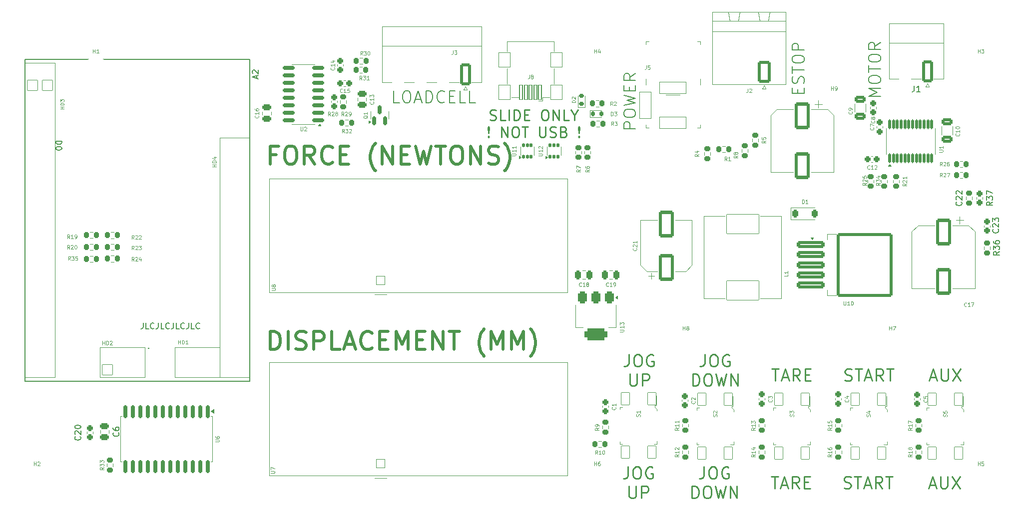
<source format=gbr>
%TF.GenerationSoftware,KiCad,Pcbnew,8.0.3*%
%TF.CreationDate,2024-08-05T00:08:34-04:00*%
%TF.ProjectId,UMTK,554d544b-2e6b-4696-9361-645f70636258,rev?*%
%TF.SameCoordinates,Original*%
%TF.FileFunction,Legend,Top*%
%TF.FilePolarity,Positive*%
%FSLAX46Y46*%
G04 Gerber Fmt 4.6, Leading zero omitted, Abs format (unit mm)*
G04 Created by KiCad (PCBNEW 8.0.3) date 2024-08-05 00:08:34*
%MOMM*%
%LPD*%
G01*
G04 APERTURE LIST*
G04 Aperture macros list*
%AMRoundRect*
0 Rectangle with rounded corners*
0 $1 Rounding radius*
0 $2 $3 $4 $5 $6 $7 $8 $9 X,Y pos of 4 corners*
0 Add a 4 corners polygon primitive as box body*
4,1,4,$2,$3,$4,$5,$6,$7,$8,$9,$2,$3,0*
0 Add four circle primitives for the rounded corners*
1,1,$1+$1,$2,$3*
1,1,$1+$1,$4,$5*
1,1,$1+$1,$6,$7*
1,1,$1+$1,$8,$9*
0 Add four rect primitives between the rounded corners*
20,1,$1+$1,$2,$3,$4,$5,0*
20,1,$1+$1,$4,$5,$6,$7,0*
20,1,$1+$1,$6,$7,$8,$9,0*
20,1,$1+$1,$8,$9,$2,$3,0*%
G04 Aperture macros list end*
%ADD10C,0.254000*%
%ADD11C,0.150000*%
%ADD12C,0.508000*%
%ADD13C,0.076200*%
%ADD14C,0.120000*%
%ADD15C,0.100000*%
%ADD16RoundRect,0.263889X0.686111X1.586111X-0.686111X1.586111X-0.686111X-1.586111X0.686111X-1.586111X0*%
%ADD17O,1.900000X3.700000*%
%ADD18RoundRect,0.275000X-0.500000X0.275000X-0.500000X-0.275000X0.500000X-0.275000X0.500000X0.275000X0*%
%ADD19RoundRect,0.250000X0.250000X0.275000X-0.250000X0.275000X-0.250000X-0.275000X0.250000X-0.275000X0*%
%ADD20RoundRect,0.225000X-0.300000X0.225000X-0.300000X-0.225000X0.300000X-0.225000X0.300000X0.225000X0*%
%ADD21RoundRect,0.225000X0.225000X0.300000X-0.225000X0.300000X-0.225000X-0.300000X0.225000X-0.300000X0*%
%ADD22RoundRect,0.175000X-0.225000X0.175000X-0.225000X-0.175000X0.225000X-0.175000X0.225000X0.175000X0*%
%ADD23C,4.100000*%
%ADD24RoundRect,0.225000X0.300000X-0.225000X0.300000X0.225000X-0.300000X0.225000X-0.300000X-0.225000X0*%
%ADD25RoundRect,0.175000X-0.175000X0.900000X-0.175000X-0.900000X0.175000X-0.900000X0.175000X0.900000X0*%
%ADD26RoundRect,0.250000X-0.275000X0.250000X-0.275000X-0.250000X0.275000X-0.250000X0.275000X0.250000X0*%
%ADD27RoundRect,0.272728X-2.077272X-0.327272X2.077272X-0.327272X2.077272X0.327272X-2.077272X0.327272X0*%
%ADD28RoundRect,0.252662X-4.497338X-5.197338X4.497338X-5.197338X4.497338X5.197338X-4.497338X5.197338X0*%
%ADD29RoundRect,0.125000X0.125000X-0.250000X0.125000X0.250000X-0.125000X0.250000X-0.125000X-0.250000X0*%
%ADD30RoundRect,0.225000X-0.225000X-0.300000X0.225000X-0.300000X0.225000X0.300000X-0.225000X0.300000X0*%
%ADD31RoundRect,0.271739X0.678261X-0.353261X0.678261X0.353261X-0.678261X0.353261X-0.678261X-0.353261X0*%
%ADD32RoundRect,0.275000X0.500000X-0.275000X0.500000X0.275000X-0.500000X0.275000X-0.500000X-0.275000X0*%
%ADD33RoundRect,0.260000X-1.040000X1.990000X-1.040000X-1.990000X1.040000X-1.990000X1.040000X1.990000X0*%
%ADD34RoundRect,0.400000X-0.400000X0.650000X-0.400000X-0.650000X0.400000X-0.650000X0.400000X0.650000X0*%
%ADD35RoundRect,0.525000X-1.425000X0.525000X-1.425000X-0.525000X1.425000X-0.525000X1.425000X0.525000X0*%
%ADD36RoundRect,0.175000X0.875000X0.175000X-0.875000X0.175000X-0.875000X-0.175000X0.875000X-0.175000X0*%
%ADD37RoundRect,0.050000X-2.250000X-1.000000X2.250000X-1.000000X2.250000X1.000000X-2.250000X1.000000X0*%
%ADD38RoundRect,0.050000X-1.000000X-2.250000X1.000000X-2.250000X1.000000X2.250000X-1.000000X2.250000X0*%
%ADD39RoundRect,0.050000X0.700000X1.050000X-0.700000X1.050000X-0.700000X-1.050000X0.700000X-1.050000X0*%
%ADD40RoundRect,0.050000X0.750000X-0.750000X0.750000X0.750000X-0.750000X0.750000X-0.750000X-0.750000X0*%
%ADD41C,1.600000*%
%ADD42RoundRect,0.260000X1.040000X-1.990000X1.040000X1.990000X-1.040000X1.990000X-1.040000X-1.990000X0*%
%ADD43RoundRect,0.175000X0.175000X0.225000X-0.175000X0.225000X-0.175000X-0.225000X0.175000X-0.225000X0*%
%ADD44RoundRect,0.250000X-0.250000X-0.400000X0.250000X-0.400000X0.250000X0.400000X-0.250000X0.400000X0*%
%ADD45RoundRect,0.250000X0.275000X-0.250000X0.275000X0.250000X-0.275000X0.250000X-0.275000X-0.250000X0*%
%ADD46C,1.000000*%
%ADD47RoundRect,0.050000X0.250000X1.250000X-0.250000X1.250000X-0.250000X-1.250000X0.250000X-1.250000X0*%
%ADD48RoundRect,0.050000X1.000000X1.250000X-1.000000X1.250000X-1.000000X-1.250000X1.000000X-1.250000X0*%
%ADD49R,4.680000X2.400000*%
%ADD50RoundRect,0.125000X0.125000X-0.712500X0.125000X0.712500X-0.125000X0.712500X-0.125000X-0.712500X0*%
%ADD51RoundRect,0.175000X0.175000X-0.612500X0.175000X0.612500X-0.175000X0.612500X-0.175000X-0.612500X0*%
%ADD52RoundRect,0.275000X0.275000X0.500000X-0.275000X0.500000X-0.275000X-0.500000X0.275000X-0.500000X0*%
%ADD53O,1.827200X1.827200*%
%ADD54RoundRect,0.050000X-0.863600X0.863600X-0.863600X-0.863600X0.863600X-0.863600X0.863600X0.863600X0*%
%ADD55RoundRect,0.262019X0.827981X1.587981X-0.827981X1.587981X-0.827981X-1.587981X0.827981X-1.587981X0*%
%ADD56O,2.180000X3.700000*%
%ADD57RoundRect,0.250000X-0.250000X-0.275000X0.250000X-0.275000X0.250000X0.275000X-0.250000X0.275000X0*%
%ADD58RoundRect,0.050000X-2.750000X1.625000X-2.750000X-1.625000X2.750000X-1.625000X2.750000X1.625000X0*%
G04 APERTURE END LIST*
D10*
X149613333Y-75894833D02*
X150774476Y-75894833D01*
X150193905Y-77926833D02*
X150193905Y-75894833D01*
X151355047Y-77346262D02*
X152322666Y-77346262D01*
X151161523Y-77926833D02*
X151838857Y-75894833D01*
X151838857Y-75894833D02*
X152516190Y-77926833D01*
X154354666Y-77926833D02*
X153677333Y-76959214D01*
X153193523Y-77926833D02*
X153193523Y-75894833D01*
X153193523Y-75894833D02*
X153967618Y-75894833D01*
X153967618Y-75894833D02*
X154161142Y-75991595D01*
X154161142Y-75991595D02*
X154257904Y-76088357D01*
X154257904Y-76088357D02*
X154354666Y-76281881D01*
X154354666Y-76281881D02*
X154354666Y-76572167D01*
X154354666Y-76572167D02*
X154257904Y-76765691D01*
X154257904Y-76765691D02*
X154161142Y-76862452D01*
X154161142Y-76862452D02*
X153967618Y-76959214D01*
X153967618Y-76959214D02*
X153193523Y-76959214D01*
X155225523Y-76862452D02*
X155902856Y-76862452D01*
X156193142Y-77926833D02*
X155225523Y-77926833D01*
X155225523Y-77926833D02*
X155225523Y-75894833D01*
X155225523Y-75894833D02*
X156193142Y-75894833D01*
X176357190Y-95596262D02*
X177324809Y-95596262D01*
X176163666Y-96176833D02*
X176841000Y-94144833D01*
X176841000Y-94144833D02*
X177518333Y-96176833D01*
X178195666Y-94144833D02*
X178195666Y-95789786D01*
X178195666Y-95789786D02*
X178292428Y-95983310D01*
X178292428Y-95983310D02*
X178389190Y-96080072D01*
X178389190Y-96080072D02*
X178582714Y-96176833D01*
X178582714Y-96176833D02*
X178969761Y-96176833D01*
X178969761Y-96176833D02*
X179163285Y-96080072D01*
X179163285Y-96080072D02*
X179260047Y-95983310D01*
X179260047Y-95983310D02*
X179356809Y-95789786D01*
X179356809Y-95789786D02*
X179356809Y-94144833D01*
X180130904Y-94144833D02*
X181485571Y-96176833D01*
X181485571Y-94144833D02*
X180130904Y-96176833D01*
X101853999Y-33652053D02*
X102107999Y-33736719D01*
X102107999Y-33736719D02*
X102531333Y-33736719D01*
X102531333Y-33736719D02*
X102700666Y-33652053D01*
X102700666Y-33652053D02*
X102785333Y-33567386D01*
X102785333Y-33567386D02*
X102869999Y-33398053D01*
X102869999Y-33398053D02*
X102869999Y-33228719D01*
X102869999Y-33228719D02*
X102785333Y-33059386D01*
X102785333Y-33059386D02*
X102700666Y-32974719D01*
X102700666Y-32974719D02*
X102531333Y-32890053D01*
X102531333Y-32890053D02*
X102192666Y-32805386D01*
X102192666Y-32805386D02*
X102023333Y-32720719D01*
X102023333Y-32720719D02*
X101938666Y-32636053D01*
X101938666Y-32636053D02*
X101853999Y-32466719D01*
X101853999Y-32466719D02*
X101853999Y-32297386D01*
X101853999Y-32297386D02*
X101938666Y-32128053D01*
X101938666Y-32128053D02*
X102023333Y-32043386D01*
X102023333Y-32043386D02*
X102192666Y-31958719D01*
X102192666Y-31958719D02*
X102615999Y-31958719D01*
X102615999Y-31958719D02*
X102869999Y-32043386D01*
X104478666Y-33736719D02*
X103631999Y-33736719D01*
X103631999Y-33736719D02*
X103631999Y-31958719D01*
X105071332Y-33736719D02*
X105071332Y-31958719D01*
X105917999Y-33736719D02*
X105917999Y-31958719D01*
X105917999Y-31958719D02*
X106341332Y-31958719D01*
X106341332Y-31958719D02*
X106595332Y-32043386D01*
X106595332Y-32043386D02*
X106764666Y-32212719D01*
X106764666Y-32212719D02*
X106849332Y-32382053D01*
X106849332Y-32382053D02*
X106933999Y-32720719D01*
X106933999Y-32720719D02*
X106933999Y-32974719D01*
X106933999Y-32974719D02*
X106849332Y-33313386D01*
X106849332Y-33313386D02*
X106764666Y-33482719D01*
X106764666Y-33482719D02*
X106595332Y-33652053D01*
X106595332Y-33652053D02*
X106341332Y-33736719D01*
X106341332Y-33736719D02*
X105917999Y-33736719D01*
X107695999Y-32805386D02*
X108288666Y-32805386D01*
X108542666Y-33736719D02*
X107695999Y-33736719D01*
X107695999Y-33736719D02*
X107695999Y-31958719D01*
X107695999Y-31958719D02*
X108542666Y-31958719D01*
X110998000Y-31958719D02*
X111336666Y-31958719D01*
X111336666Y-31958719D02*
X111506000Y-32043386D01*
X111506000Y-32043386D02*
X111675333Y-32212719D01*
X111675333Y-32212719D02*
X111760000Y-32551386D01*
X111760000Y-32551386D02*
X111760000Y-33144053D01*
X111760000Y-33144053D02*
X111675333Y-33482719D01*
X111675333Y-33482719D02*
X111506000Y-33652053D01*
X111506000Y-33652053D02*
X111336666Y-33736719D01*
X111336666Y-33736719D02*
X110998000Y-33736719D01*
X110998000Y-33736719D02*
X110828666Y-33652053D01*
X110828666Y-33652053D02*
X110659333Y-33482719D01*
X110659333Y-33482719D02*
X110574666Y-33144053D01*
X110574666Y-33144053D02*
X110574666Y-32551386D01*
X110574666Y-32551386D02*
X110659333Y-32212719D01*
X110659333Y-32212719D02*
X110828666Y-32043386D01*
X110828666Y-32043386D02*
X110998000Y-31958719D01*
X112522000Y-33736719D02*
X112522000Y-31958719D01*
X112522000Y-31958719D02*
X113538000Y-33736719D01*
X113538000Y-33736719D02*
X113538000Y-31958719D01*
X115231334Y-33736719D02*
X114384667Y-33736719D01*
X114384667Y-33736719D02*
X114384667Y-31958719D01*
X116162667Y-32890053D02*
X116162667Y-33736719D01*
X115570000Y-31958719D02*
X116162667Y-32890053D01*
X116162667Y-32890053D02*
X116755333Y-31958719D01*
X101557665Y-36429866D02*
X101642332Y-36514533D01*
X101642332Y-36514533D02*
X101557665Y-36599199D01*
X101557665Y-36599199D02*
X101472998Y-36514533D01*
X101472998Y-36514533D02*
X101557665Y-36429866D01*
X101557665Y-36429866D02*
X101557665Y-36599199D01*
X101557665Y-35921866D02*
X101472998Y-34905866D01*
X101472998Y-34905866D02*
X101557665Y-34821199D01*
X101557665Y-34821199D02*
X101642332Y-34905866D01*
X101642332Y-34905866D02*
X101557665Y-35921866D01*
X101557665Y-35921866D02*
X101557665Y-34821199D01*
X103758999Y-36599199D02*
X103758999Y-34821199D01*
X103758999Y-34821199D02*
X104774999Y-36599199D01*
X104774999Y-36599199D02*
X104774999Y-34821199D01*
X105960333Y-34821199D02*
X106298999Y-34821199D01*
X106298999Y-34821199D02*
X106468333Y-34905866D01*
X106468333Y-34905866D02*
X106637666Y-35075199D01*
X106637666Y-35075199D02*
X106722333Y-35413866D01*
X106722333Y-35413866D02*
X106722333Y-36006533D01*
X106722333Y-36006533D02*
X106637666Y-36345199D01*
X106637666Y-36345199D02*
X106468333Y-36514533D01*
X106468333Y-36514533D02*
X106298999Y-36599199D01*
X106298999Y-36599199D02*
X105960333Y-36599199D01*
X105960333Y-36599199D02*
X105790999Y-36514533D01*
X105790999Y-36514533D02*
X105621666Y-36345199D01*
X105621666Y-36345199D02*
X105536999Y-36006533D01*
X105536999Y-36006533D02*
X105536999Y-35413866D01*
X105536999Y-35413866D02*
X105621666Y-35075199D01*
X105621666Y-35075199D02*
X105790999Y-34905866D01*
X105790999Y-34905866D02*
X105960333Y-34821199D01*
X107230333Y-34821199D02*
X108246333Y-34821199D01*
X107738333Y-36599199D02*
X107738333Y-34821199D01*
X110193667Y-34821199D02*
X110193667Y-36260533D01*
X110193667Y-36260533D02*
X110278334Y-36429866D01*
X110278334Y-36429866D02*
X110363000Y-36514533D01*
X110363000Y-36514533D02*
X110532334Y-36599199D01*
X110532334Y-36599199D02*
X110871000Y-36599199D01*
X110871000Y-36599199D02*
X111040334Y-36514533D01*
X111040334Y-36514533D02*
X111125000Y-36429866D01*
X111125000Y-36429866D02*
X111209667Y-36260533D01*
X111209667Y-36260533D02*
X111209667Y-34821199D01*
X111971667Y-36514533D02*
X112225667Y-36599199D01*
X112225667Y-36599199D02*
X112649001Y-36599199D01*
X112649001Y-36599199D02*
X112818334Y-36514533D01*
X112818334Y-36514533D02*
X112903001Y-36429866D01*
X112903001Y-36429866D02*
X112987667Y-36260533D01*
X112987667Y-36260533D02*
X112987667Y-36091199D01*
X112987667Y-36091199D02*
X112903001Y-35921866D01*
X112903001Y-35921866D02*
X112818334Y-35837199D01*
X112818334Y-35837199D02*
X112649001Y-35752533D01*
X112649001Y-35752533D02*
X112310334Y-35667866D01*
X112310334Y-35667866D02*
X112141001Y-35583199D01*
X112141001Y-35583199D02*
X112056334Y-35498533D01*
X112056334Y-35498533D02*
X111971667Y-35329199D01*
X111971667Y-35329199D02*
X111971667Y-35159866D01*
X111971667Y-35159866D02*
X112056334Y-34990533D01*
X112056334Y-34990533D02*
X112141001Y-34905866D01*
X112141001Y-34905866D02*
X112310334Y-34821199D01*
X112310334Y-34821199D02*
X112733667Y-34821199D01*
X112733667Y-34821199D02*
X112987667Y-34905866D01*
X114342334Y-35667866D02*
X114596334Y-35752533D01*
X114596334Y-35752533D02*
X114681000Y-35837199D01*
X114681000Y-35837199D02*
X114765667Y-36006533D01*
X114765667Y-36006533D02*
X114765667Y-36260533D01*
X114765667Y-36260533D02*
X114681000Y-36429866D01*
X114681000Y-36429866D02*
X114596334Y-36514533D01*
X114596334Y-36514533D02*
X114427000Y-36599199D01*
X114427000Y-36599199D02*
X113749667Y-36599199D01*
X113749667Y-36599199D02*
X113749667Y-34821199D01*
X113749667Y-34821199D02*
X114342334Y-34821199D01*
X114342334Y-34821199D02*
X114511667Y-34905866D01*
X114511667Y-34905866D02*
X114596334Y-34990533D01*
X114596334Y-34990533D02*
X114681000Y-35159866D01*
X114681000Y-35159866D02*
X114681000Y-35329199D01*
X114681000Y-35329199D02*
X114596334Y-35498533D01*
X114596334Y-35498533D02*
X114511667Y-35583199D01*
X114511667Y-35583199D02*
X114342334Y-35667866D01*
X114342334Y-35667866D02*
X113749667Y-35667866D01*
X116882334Y-36429866D02*
X116967001Y-36514533D01*
X116967001Y-36514533D02*
X116882334Y-36599199D01*
X116882334Y-36599199D02*
X116797667Y-36514533D01*
X116797667Y-36514533D02*
X116882334Y-36429866D01*
X116882334Y-36429866D02*
X116882334Y-36599199D01*
X116882334Y-35921866D02*
X116797667Y-34905866D01*
X116797667Y-34905866D02*
X116882334Y-34821199D01*
X116882334Y-34821199D02*
X116967001Y-34905866D01*
X116967001Y-34905866D02*
X116882334Y-35921866D01*
X116882334Y-35921866D02*
X116882334Y-34821199D01*
D11*
X43040493Y-68084819D02*
X43040493Y-68799104D01*
X43040493Y-68799104D02*
X42992874Y-68941961D01*
X42992874Y-68941961D02*
X42897636Y-69037200D01*
X42897636Y-69037200D02*
X42754779Y-69084819D01*
X42754779Y-69084819D02*
X42659541Y-69084819D01*
X43992874Y-69084819D02*
X43516684Y-69084819D01*
X43516684Y-69084819D02*
X43516684Y-68084819D01*
X44897636Y-68989580D02*
X44850017Y-69037200D01*
X44850017Y-69037200D02*
X44707160Y-69084819D01*
X44707160Y-69084819D02*
X44611922Y-69084819D01*
X44611922Y-69084819D02*
X44469065Y-69037200D01*
X44469065Y-69037200D02*
X44373827Y-68941961D01*
X44373827Y-68941961D02*
X44326208Y-68846723D01*
X44326208Y-68846723D02*
X44278589Y-68656247D01*
X44278589Y-68656247D02*
X44278589Y-68513390D01*
X44278589Y-68513390D02*
X44326208Y-68322914D01*
X44326208Y-68322914D02*
X44373827Y-68227676D01*
X44373827Y-68227676D02*
X44469065Y-68132438D01*
X44469065Y-68132438D02*
X44611922Y-68084819D01*
X44611922Y-68084819D02*
X44707160Y-68084819D01*
X44707160Y-68084819D02*
X44850017Y-68132438D01*
X44850017Y-68132438D02*
X44897636Y-68180057D01*
X45611922Y-68084819D02*
X45611922Y-68799104D01*
X45611922Y-68799104D02*
X45564303Y-68941961D01*
X45564303Y-68941961D02*
X45469065Y-69037200D01*
X45469065Y-69037200D02*
X45326208Y-69084819D01*
X45326208Y-69084819D02*
X45230970Y-69084819D01*
X46564303Y-69084819D02*
X46088113Y-69084819D01*
X46088113Y-69084819D02*
X46088113Y-68084819D01*
X47469065Y-68989580D02*
X47421446Y-69037200D01*
X47421446Y-69037200D02*
X47278589Y-69084819D01*
X47278589Y-69084819D02*
X47183351Y-69084819D01*
X47183351Y-69084819D02*
X47040494Y-69037200D01*
X47040494Y-69037200D02*
X46945256Y-68941961D01*
X46945256Y-68941961D02*
X46897637Y-68846723D01*
X46897637Y-68846723D02*
X46850018Y-68656247D01*
X46850018Y-68656247D02*
X46850018Y-68513390D01*
X46850018Y-68513390D02*
X46897637Y-68322914D01*
X46897637Y-68322914D02*
X46945256Y-68227676D01*
X46945256Y-68227676D02*
X47040494Y-68132438D01*
X47040494Y-68132438D02*
X47183351Y-68084819D01*
X47183351Y-68084819D02*
X47278589Y-68084819D01*
X47278589Y-68084819D02*
X47421446Y-68132438D01*
X47421446Y-68132438D02*
X47469065Y-68180057D01*
X48183351Y-68084819D02*
X48183351Y-68799104D01*
X48183351Y-68799104D02*
X48135732Y-68941961D01*
X48135732Y-68941961D02*
X48040494Y-69037200D01*
X48040494Y-69037200D02*
X47897637Y-69084819D01*
X47897637Y-69084819D02*
X47802399Y-69084819D01*
X49135732Y-69084819D02*
X48659542Y-69084819D01*
X48659542Y-69084819D02*
X48659542Y-68084819D01*
X50040494Y-68989580D02*
X49992875Y-69037200D01*
X49992875Y-69037200D02*
X49850018Y-69084819D01*
X49850018Y-69084819D02*
X49754780Y-69084819D01*
X49754780Y-69084819D02*
X49611923Y-69037200D01*
X49611923Y-69037200D02*
X49516685Y-68941961D01*
X49516685Y-68941961D02*
X49469066Y-68846723D01*
X49469066Y-68846723D02*
X49421447Y-68656247D01*
X49421447Y-68656247D02*
X49421447Y-68513390D01*
X49421447Y-68513390D02*
X49469066Y-68322914D01*
X49469066Y-68322914D02*
X49516685Y-68227676D01*
X49516685Y-68227676D02*
X49611923Y-68132438D01*
X49611923Y-68132438D02*
X49754780Y-68084819D01*
X49754780Y-68084819D02*
X49850018Y-68084819D01*
X49850018Y-68084819D02*
X49992875Y-68132438D01*
X49992875Y-68132438D02*
X50040494Y-68180057D01*
X50754780Y-68084819D02*
X50754780Y-68799104D01*
X50754780Y-68799104D02*
X50707161Y-68941961D01*
X50707161Y-68941961D02*
X50611923Y-69037200D01*
X50611923Y-69037200D02*
X50469066Y-69084819D01*
X50469066Y-69084819D02*
X50373828Y-69084819D01*
X51707161Y-69084819D02*
X51230971Y-69084819D01*
X51230971Y-69084819D02*
X51230971Y-68084819D01*
X52611923Y-68989580D02*
X52564304Y-69037200D01*
X52564304Y-69037200D02*
X52421447Y-69084819D01*
X52421447Y-69084819D02*
X52326209Y-69084819D01*
X52326209Y-69084819D02*
X52183352Y-69037200D01*
X52183352Y-69037200D02*
X52088114Y-68941961D01*
X52088114Y-68941961D02*
X52040495Y-68846723D01*
X52040495Y-68846723D02*
X51992876Y-68656247D01*
X51992876Y-68656247D02*
X51992876Y-68513390D01*
X51992876Y-68513390D02*
X52040495Y-68322914D01*
X52040495Y-68322914D02*
X52088114Y-68227676D01*
X52088114Y-68227676D02*
X52183352Y-68132438D01*
X52183352Y-68132438D02*
X52326209Y-68084819D01*
X52326209Y-68084819D02*
X52421447Y-68084819D01*
X52421447Y-68084819D02*
X52564304Y-68132438D01*
X52564304Y-68132438D02*
X52611923Y-68180057D01*
D10*
X161984381Y-77830072D02*
X162274667Y-77926833D01*
X162274667Y-77926833D02*
X162758476Y-77926833D01*
X162758476Y-77926833D02*
X162952000Y-77830072D01*
X162952000Y-77830072D02*
X163048762Y-77733310D01*
X163048762Y-77733310D02*
X163145524Y-77539786D01*
X163145524Y-77539786D02*
X163145524Y-77346262D01*
X163145524Y-77346262D02*
X163048762Y-77152738D01*
X163048762Y-77152738D02*
X162952000Y-77055976D01*
X162952000Y-77055976D02*
X162758476Y-76959214D01*
X162758476Y-76959214D02*
X162371429Y-76862452D01*
X162371429Y-76862452D02*
X162177905Y-76765691D01*
X162177905Y-76765691D02*
X162081143Y-76668929D01*
X162081143Y-76668929D02*
X161984381Y-76475405D01*
X161984381Y-76475405D02*
X161984381Y-76281881D01*
X161984381Y-76281881D02*
X162081143Y-76088357D01*
X162081143Y-76088357D02*
X162177905Y-75991595D01*
X162177905Y-75991595D02*
X162371429Y-75894833D01*
X162371429Y-75894833D02*
X162855238Y-75894833D01*
X162855238Y-75894833D02*
X163145524Y-75991595D01*
X163726095Y-75894833D02*
X164887238Y-75894833D01*
X164306667Y-77926833D02*
X164306667Y-75894833D01*
X165467809Y-77346262D02*
X166435428Y-77346262D01*
X165274285Y-77926833D02*
X165951619Y-75894833D01*
X165951619Y-75894833D02*
X166628952Y-77926833D01*
X168467428Y-77926833D02*
X167790095Y-76959214D01*
X167306285Y-77926833D02*
X167306285Y-75894833D01*
X167306285Y-75894833D02*
X168080380Y-75894833D01*
X168080380Y-75894833D02*
X168273904Y-75991595D01*
X168273904Y-75991595D02*
X168370666Y-76088357D01*
X168370666Y-76088357D02*
X168467428Y-76281881D01*
X168467428Y-76281881D02*
X168467428Y-76572167D01*
X168467428Y-76572167D02*
X168370666Y-76765691D01*
X168370666Y-76765691D02*
X168273904Y-76862452D01*
X168273904Y-76862452D02*
X168080380Y-76959214D01*
X168080380Y-76959214D02*
X167306285Y-76959214D01*
X169047999Y-75894833D02*
X170209142Y-75894833D01*
X169628571Y-77926833D02*
X169628571Y-75894833D01*
X161857381Y-96080072D02*
X162147667Y-96176833D01*
X162147667Y-96176833D02*
X162631476Y-96176833D01*
X162631476Y-96176833D02*
X162825000Y-96080072D01*
X162825000Y-96080072D02*
X162921762Y-95983310D01*
X162921762Y-95983310D02*
X163018524Y-95789786D01*
X163018524Y-95789786D02*
X163018524Y-95596262D01*
X163018524Y-95596262D02*
X162921762Y-95402738D01*
X162921762Y-95402738D02*
X162825000Y-95305976D01*
X162825000Y-95305976D02*
X162631476Y-95209214D01*
X162631476Y-95209214D02*
X162244429Y-95112452D01*
X162244429Y-95112452D02*
X162050905Y-95015691D01*
X162050905Y-95015691D02*
X161954143Y-94918929D01*
X161954143Y-94918929D02*
X161857381Y-94725405D01*
X161857381Y-94725405D02*
X161857381Y-94531881D01*
X161857381Y-94531881D02*
X161954143Y-94338357D01*
X161954143Y-94338357D02*
X162050905Y-94241595D01*
X162050905Y-94241595D02*
X162244429Y-94144833D01*
X162244429Y-94144833D02*
X162728238Y-94144833D01*
X162728238Y-94144833D02*
X163018524Y-94241595D01*
X163599095Y-94144833D02*
X164760238Y-94144833D01*
X164179667Y-96176833D02*
X164179667Y-94144833D01*
X165340809Y-95596262D02*
X166308428Y-95596262D01*
X165147285Y-96176833D02*
X165824619Y-94144833D01*
X165824619Y-94144833D02*
X166501952Y-96176833D01*
X168340428Y-96176833D02*
X167663095Y-95209214D01*
X167179285Y-96176833D02*
X167179285Y-94144833D01*
X167179285Y-94144833D02*
X167953380Y-94144833D01*
X167953380Y-94144833D02*
X168146904Y-94241595D01*
X168146904Y-94241595D02*
X168243666Y-94338357D01*
X168243666Y-94338357D02*
X168340428Y-94531881D01*
X168340428Y-94531881D02*
X168340428Y-94822167D01*
X168340428Y-94822167D02*
X168243666Y-95015691D01*
X168243666Y-95015691D02*
X168146904Y-95112452D01*
X168146904Y-95112452D02*
X167953380Y-95209214D01*
X167953380Y-95209214D02*
X167179285Y-95209214D01*
X168920999Y-94144833D02*
X170082142Y-94144833D01*
X169501571Y-96176833D02*
X169501571Y-94144833D01*
D12*
X65575924Y-39532995D02*
X64559924Y-39532995D01*
X64559924Y-41129566D02*
X64559924Y-38081566D01*
X64559924Y-38081566D02*
X66011352Y-38081566D01*
X67753066Y-38081566D02*
X68333638Y-38081566D01*
X68333638Y-38081566D02*
X68623923Y-38226709D01*
X68623923Y-38226709D02*
X68914209Y-38516995D01*
X68914209Y-38516995D02*
X69059352Y-39097566D01*
X69059352Y-39097566D02*
X69059352Y-40113566D01*
X69059352Y-40113566D02*
X68914209Y-40694138D01*
X68914209Y-40694138D02*
X68623923Y-40984424D01*
X68623923Y-40984424D02*
X68333638Y-41129566D01*
X68333638Y-41129566D02*
X67753066Y-41129566D01*
X67753066Y-41129566D02*
X67462781Y-40984424D01*
X67462781Y-40984424D02*
X67172495Y-40694138D01*
X67172495Y-40694138D02*
X67027352Y-40113566D01*
X67027352Y-40113566D02*
X67027352Y-39097566D01*
X67027352Y-39097566D02*
X67172495Y-38516995D01*
X67172495Y-38516995D02*
X67462781Y-38226709D01*
X67462781Y-38226709D02*
X67753066Y-38081566D01*
X72107352Y-41129566D02*
X71091352Y-39678138D01*
X70365638Y-41129566D02*
X70365638Y-38081566D01*
X70365638Y-38081566D02*
X71526781Y-38081566D01*
X71526781Y-38081566D02*
X71817066Y-38226709D01*
X71817066Y-38226709D02*
X71962209Y-38371852D01*
X71962209Y-38371852D02*
X72107352Y-38662138D01*
X72107352Y-38662138D02*
X72107352Y-39097566D01*
X72107352Y-39097566D02*
X71962209Y-39387852D01*
X71962209Y-39387852D02*
X71817066Y-39532995D01*
X71817066Y-39532995D02*
X71526781Y-39678138D01*
X71526781Y-39678138D02*
X70365638Y-39678138D01*
X75155352Y-40839281D02*
X75010209Y-40984424D01*
X75010209Y-40984424D02*
X74574781Y-41129566D01*
X74574781Y-41129566D02*
X74284495Y-41129566D01*
X74284495Y-41129566D02*
X73849066Y-40984424D01*
X73849066Y-40984424D02*
X73558781Y-40694138D01*
X73558781Y-40694138D02*
X73413638Y-40403852D01*
X73413638Y-40403852D02*
X73268495Y-39823281D01*
X73268495Y-39823281D02*
X73268495Y-39387852D01*
X73268495Y-39387852D02*
X73413638Y-38807281D01*
X73413638Y-38807281D02*
X73558781Y-38516995D01*
X73558781Y-38516995D02*
X73849066Y-38226709D01*
X73849066Y-38226709D02*
X74284495Y-38081566D01*
X74284495Y-38081566D02*
X74574781Y-38081566D01*
X74574781Y-38081566D02*
X75010209Y-38226709D01*
X75010209Y-38226709D02*
X75155352Y-38371852D01*
X76461638Y-39532995D02*
X77477638Y-39532995D01*
X77913066Y-41129566D02*
X76461638Y-41129566D01*
X76461638Y-41129566D02*
X76461638Y-38081566D01*
X76461638Y-38081566D02*
X77913066Y-38081566D01*
X82412495Y-42290709D02*
X82267352Y-42145566D01*
X82267352Y-42145566D02*
X81977066Y-41710138D01*
X81977066Y-41710138D02*
X81831924Y-41419852D01*
X81831924Y-41419852D02*
X81686781Y-40984424D01*
X81686781Y-40984424D02*
X81541638Y-40258709D01*
X81541638Y-40258709D02*
X81541638Y-39678138D01*
X81541638Y-39678138D02*
X81686781Y-38952424D01*
X81686781Y-38952424D02*
X81831924Y-38516995D01*
X81831924Y-38516995D02*
X81977066Y-38226709D01*
X81977066Y-38226709D02*
X82267352Y-37791281D01*
X82267352Y-37791281D02*
X82412495Y-37646138D01*
X83573638Y-41129566D02*
X83573638Y-38081566D01*
X83573638Y-38081566D02*
X85315352Y-41129566D01*
X85315352Y-41129566D02*
X85315352Y-38081566D01*
X86766781Y-39532995D02*
X87782781Y-39532995D01*
X88218209Y-41129566D02*
X86766781Y-41129566D01*
X86766781Y-41129566D02*
X86766781Y-38081566D01*
X86766781Y-38081566D02*
X88218209Y-38081566D01*
X89234209Y-38081566D02*
X89959923Y-41129566D01*
X89959923Y-41129566D02*
X90540495Y-38952424D01*
X90540495Y-38952424D02*
X91121066Y-41129566D01*
X91121066Y-41129566D02*
X91846781Y-38081566D01*
X92572495Y-38081566D02*
X94314210Y-38081566D01*
X93443352Y-41129566D02*
X93443352Y-38081566D01*
X95910781Y-38081566D02*
X96491353Y-38081566D01*
X96491353Y-38081566D02*
X96781638Y-38226709D01*
X96781638Y-38226709D02*
X97071924Y-38516995D01*
X97071924Y-38516995D02*
X97217067Y-39097566D01*
X97217067Y-39097566D02*
X97217067Y-40113566D01*
X97217067Y-40113566D02*
X97071924Y-40694138D01*
X97071924Y-40694138D02*
X96781638Y-40984424D01*
X96781638Y-40984424D02*
X96491353Y-41129566D01*
X96491353Y-41129566D02*
X95910781Y-41129566D01*
X95910781Y-41129566D02*
X95620496Y-40984424D01*
X95620496Y-40984424D02*
X95330210Y-40694138D01*
X95330210Y-40694138D02*
X95185067Y-40113566D01*
X95185067Y-40113566D02*
X95185067Y-39097566D01*
X95185067Y-39097566D02*
X95330210Y-38516995D01*
X95330210Y-38516995D02*
X95620496Y-38226709D01*
X95620496Y-38226709D02*
X95910781Y-38081566D01*
X98523353Y-41129566D02*
X98523353Y-38081566D01*
X98523353Y-38081566D02*
X100265067Y-41129566D01*
X100265067Y-41129566D02*
X100265067Y-38081566D01*
X101571353Y-40984424D02*
X102006782Y-41129566D01*
X102006782Y-41129566D02*
X102732496Y-41129566D01*
X102732496Y-41129566D02*
X103022782Y-40984424D01*
X103022782Y-40984424D02*
X103167924Y-40839281D01*
X103167924Y-40839281D02*
X103313067Y-40548995D01*
X103313067Y-40548995D02*
X103313067Y-40258709D01*
X103313067Y-40258709D02*
X103167924Y-39968424D01*
X103167924Y-39968424D02*
X103022782Y-39823281D01*
X103022782Y-39823281D02*
X102732496Y-39678138D01*
X102732496Y-39678138D02*
X102151924Y-39532995D01*
X102151924Y-39532995D02*
X101861639Y-39387852D01*
X101861639Y-39387852D02*
X101716496Y-39242709D01*
X101716496Y-39242709D02*
X101571353Y-38952424D01*
X101571353Y-38952424D02*
X101571353Y-38662138D01*
X101571353Y-38662138D02*
X101716496Y-38371852D01*
X101716496Y-38371852D02*
X101861639Y-38226709D01*
X101861639Y-38226709D02*
X102151924Y-38081566D01*
X102151924Y-38081566D02*
X102877639Y-38081566D01*
X102877639Y-38081566D02*
X103313067Y-38226709D01*
X104329067Y-42290709D02*
X104474210Y-42145566D01*
X104474210Y-42145566D02*
X104764496Y-41710138D01*
X104764496Y-41710138D02*
X104909639Y-41419852D01*
X104909639Y-41419852D02*
X105054781Y-40984424D01*
X105054781Y-40984424D02*
X105199924Y-40258709D01*
X105199924Y-40258709D02*
X105199924Y-39678138D01*
X105199924Y-39678138D02*
X105054781Y-38952424D01*
X105054781Y-38952424D02*
X104909639Y-38516995D01*
X104909639Y-38516995D02*
X104764496Y-38226709D01*
X104764496Y-38226709D02*
X104474210Y-37791281D01*
X104474210Y-37791281D02*
X104329067Y-37646138D01*
D10*
X138082904Y-92509130D02*
X138082904Y-93960559D01*
X138082904Y-93960559D02*
X137986143Y-94250845D01*
X137986143Y-94250845D02*
X137792619Y-94444369D01*
X137792619Y-94444369D02*
X137502333Y-94541130D01*
X137502333Y-94541130D02*
X137308809Y-94541130D01*
X139437571Y-92509130D02*
X139824618Y-92509130D01*
X139824618Y-92509130D02*
X140018142Y-92605892D01*
X140018142Y-92605892D02*
X140211666Y-92799416D01*
X140211666Y-92799416D02*
X140308428Y-93186464D01*
X140308428Y-93186464D02*
X140308428Y-93863797D01*
X140308428Y-93863797D02*
X140211666Y-94250845D01*
X140211666Y-94250845D02*
X140018142Y-94444369D01*
X140018142Y-94444369D02*
X139824618Y-94541130D01*
X139824618Y-94541130D02*
X139437571Y-94541130D01*
X139437571Y-94541130D02*
X139244047Y-94444369D01*
X139244047Y-94444369D02*
X139050523Y-94250845D01*
X139050523Y-94250845D02*
X138953761Y-93863797D01*
X138953761Y-93863797D02*
X138953761Y-93186464D01*
X138953761Y-93186464D02*
X139050523Y-92799416D01*
X139050523Y-92799416D02*
X139244047Y-92605892D01*
X139244047Y-92605892D02*
X139437571Y-92509130D01*
X142243666Y-92605892D02*
X142050142Y-92509130D01*
X142050142Y-92509130D02*
X141759856Y-92509130D01*
X141759856Y-92509130D02*
X141469571Y-92605892D01*
X141469571Y-92605892D02*
X141276047Y-92799416D01*
X141276047Y-92799416D02*
X141179285Y-92992940D01*
X141179285Y-92992940D02*
X141082523Y-93379988D01*
X141082523Y-93379988D02*
X141082523Y-93670273D01*
X141082523Y-93670273D02*
X141179285Y-94057321D01*
X141179285Y-94057321D02*
X141276047Y-94250845D01*
X141276047Y-94250845D02*
X141469571Y-94444369D01*
X141469571Y-94444369D02*
X141759856Y-94541130D01*
X141759856Y-94541130D02*
X141953380Y-94541130D01*
X141953380Y-94541130D02*
X142243666Y-94444369D01*
X142243666Y-94444369D02*
X142340428Y-94347607D01*
X142340428Y-94347607D02*
X142340428Y-93670273D01*
X142340428Y-93670273D02*
X141953380Y-93670273D01*
X136050904Y-97812536D02*
X136050904Y-95780536D01*
X136050904Y-95780536D02*
X136534714Y-95780536D01*
X136534714Y-95780536D02*
X136824999Y-95877298D01*
X136824999Y-95877298D02*
X137018523Y-96070822D01*
X137018523Y-96070822D02*
X137115285Y-96264346D01*
X137115285Y-96264346D02*
X137212047Y-96651394D01*
X137212047Y-96651394D02*
X137212047Y-96941679D01*
X137212047Y-96941679D02*
X137115285Y-97328727D01*
X137115285Y-97328727D02*
X137018523Y-97522251D01*
X137018523Y-97522251D02*
X136824999Y-97715775D01*
X136824999Y-97715775D02*
X136534714Y-97812536D01*
X136534714Y-97812536D02*
X136050904Y-97812536D01*
X138469952Y-95780536D02*
X138856999Y-95780536D01*
X138856999Y-95780536D02*
X139050523Y-95877298D01*
X139050523Y-95877298D02*
X139244047Y-96070822D01*
X139244047Y-96070822D02*
X139340809Y-96457870D01*
X139340809Y-96457870D02*
X139340809Y-97135203D01*
X139340809Y-97135203D02*
X139244047Y-97522251D01*
X139244047Y-97522251D02*
X139050523Y-97715775D01*
X139050523Y-97715775D02*
X138856999Y-97812536D01*
X138856999Y-97812536D02*
X138469952Y-97812536D01*
X138469952Y-97812536D02*
X138276428Y-97715775D01*
X138276428Y-97715775D02*
X138082904Y-97522251D01*
X138082904Y-97522251D02*
X137986142Y-97135203D01*
X137986142Y-97135203D02*
X137986142Y-96457870D01*
X137986142Y-96457870D02*
X138082904Y-96070822D01*
X138082904Y-96070822D02*
X138276428Y-95877298D01*
X138276428Y-95877298D02*
X138469952Y-95780536D01*
X140018142Y-95780536D02*
X140501952Y-97812536D01*
X140501952Y-97812536D02*
X140888999Y-96361108D01*
X140888999Y-96361108D02*
X141276047Y-97812536D01*
X141276047Y-97812536D02*
X141759857Y-95780536D01*
X142533952Y-97812536D02*
X142533952Y-95780536D01*
X142533952Y-95780536D02*
X143695095Y-97812536D01*
X143695095Y-97812536D02*
X143695095Y-95780536D01*
X149486333Y-94144833D02*
X150647476Y-94144833D01*
X150066905Y-96176833D02*
X150066905Y-94144833D01*
X151228047Y-95596262D02*
X152195666Y-95596262D01*
X151034523Y-96176833D02*
X151711857Y-94144833D01*
X151711857Y-94144833D02*
X152389190Y-96176833D01*
X154227666Y-96176833D02*
X153550333Y-95209214D01*
X153066523Y-96176833D02*
X153066523Y-94144833D01*
X153066523Y-94144833D02*
X153840618Y-94144833D01*
X153840618Y-94144833D02*
X154034142Y-94241595D01*
X154034142Y-94241595D02*
X154130904Y-94338357D01*
X154130904Y-94338357D02*
X154227666Y-94531881D01*
X154227666Y-94531881D02*
X154227666Y-94822167D01*
X154227666Y-94822167D02*
X154130904Y-95015691D01*
X154130904Y-95015691D02*
X154034142Y-95112452D01*
X154034142Y-95112452D02*
X153840618Y-95209214D01*
X153840618Y-95209214D02*
X153066523Y-95209214D01*
X155098523Y-95112452D02*
X155775856Y-95112452D01*
X156066142Y-96176833D02*
X155098523Y-96176833D01*
X155098523Y-96176833D02*
X155098523Y-94144833D01*
X155098523Y-94144833D02*
X156066142Y-94144833D01*
D11*
X126493438Y-35112125D02*
X124493438Y-35112125D01*
X124493438Y-35112125D02*
X124493438Y-34350220D01*
X124493438Y-34350220D02*
X124588676Y-34159744D01*
X124588676Y-34159744D02*
X124683914Y-34064506D01*
X124683914Y-34064506D02*
X124874390Y-33969268D01*
X124874390Y-33969268D02*
X125160104Y-33969268D01*
X125160104Y-33969268D02*
X125350580Y-34064506D01*
X125350580Y-34064506D02*
X125445819Y-34159744D01*
X125445819Y-34159744D02*
X125541057Y-34350220D01*
X125541057Y-34350220D02*
X125541057Y-35112125D01*
X124493438Y-32731173D02*
X124493438Y-32350220D01*
X124493438Y-32350220D02*
X124588676Y-32159744D01*
X124588676Y-32159744D02*
X124779152Y-31969268D01*
X124779152Y-31969268D02*
X125160104Y-31874030D01*
X125160104Y-31874030D02*
X125826771Y-31874030D01*
X125826771Y-31874030D02*
X126207723Y-31969268D01*
X126207723Y-31969268D02*
X126398200Y-32159744D01*
X126398200Y-32159744D02*
X126493438Y-32350220D01*
X126493438Y-32350220D02*
X126493438Y-32731173D01*
X126493438Y-32731173D02*
X126398200Y-32921649D01*
X126398200Y-32921649D02*
X126207723Y-33112125D01*
X126207723Y-33112125D02*
X125826771Y-33207363D01*
X125826771Y-33207363D02*
X125160104Y-33207363D01*
X125160104Y-33207363D02*
X124779152Y-33112125D01*
X124779152Y-33112125D02*
X124588676Y-32921649D01*
X124588676Y-32921649D02*
X124493438Y-32731173D01*
X124493438Y-31207363D02*
X126493438Y-30731173D01*
X126493438Y-30731173D02*
X125064866Y-30350220D01*
X125064866Y-30350220D02*
X126493438Y-29969268D01*
X126493438Y-29969268D02*
X124493438Y-29493078D01*
X125445819Y-28731173D02*
X125445819Y-28064506D01*
X126493438Y-27778792D02*
X126493438Y-28731173D01*
X126493438Y-28731173D02*
X124493438Y-28731173D01*
X124493438Y-28731173D02*
X124493438Y-27778792D01*
X126493438Y-25778792D02*
X125541057Y-26445459D01*
X126493438Y-26921649D02*
X124493438Y-26921649D01*
X124493438Y-26921649D02*
X124493438Y-26159744D01*
X124493438Y-26159744D02*
X124588676Y-25969268D01*
X124588676Y-25969268D02*
X124683914Y-25874030D01*
X124683914Y-25874030D02*
X124874390Y-25778792D01*
X124874390Y-25778792D02*
X125160104Y-25778792D01*
X125160104Y-25778792D02*
X125350580Y-25874030D01*
X125350580Y-25874030D02*
X125445819Y-25969268D01*
X125445819Y-25969268D02*
X125541057Y-26159744D01*
X125541057Y-26159744D02*
X125541057Y-26921649D01*
D10*
X125209904Y-92509130D02*
X125209904Y-93960559D01*
X125209904Y-93960559D02*
X125113143Y-94250845D01*
X125113143Y-94250845D02*
X124919619Y-94444369D01*
X124919619Y-94444369D02*
X124629333Y-94541130D01*
X124629333Y-94541130D02*
X124435809Y-94541130D01*
X126564571Y-92509130D02*
X126951618Y-92509130D01*
X126951618Y-92509130D02*
X127145142Y-92605892D01*
X127145142Y-92605892D02*
X127338666Y-92799416D01*
X127338666Y-92799416D02*
X127435428Y-93186464D01*
X127435428Y-93186464D02*
X127435428Y-93863797D01*
X127435428Y-93863797D02*
X127338666Y-94250845D01*
X127338666Y-94250845D02*
X127145142Y-94444369D01*
X127145142Y-94444369D02*
X126951618Y-94541130D01*
X126951618Y-94541130D02*
X126564571Y-94541130D01*
X126564571Y-94541130D02*
X126371047Y-94444369D01*
X126371047Y-94444369D02*
X126177523Y-94250845D01*
X126177523Y-94250845D02*
X126080761Y-93863797D01*
X126080761Y-93863797D02*
X126080761Y-93186464D01*
X126080761Y-93186464D02*
X126177523Y-92799416D01*
X126177523Y-92799416D02*
X126371047Y-92605892D01*
X126371047Y-92605892D02*
X126564571Y-92509130D01*
X129370666Y-92605892D02*
X129177142Y-92509130D01*
X129177142Y-92509130D02*
X128886856Y-92509130D01*
X128886856Y-92509130D02*
X128596571Y-92605892D01*
X128596571Y-92605892D02*
X128403047Y-92799416D01*
X128403047Y-92799416D02*
X128306285Y-92992940D01*
X128306285Y-92992940D02*
X128209523Y-93379988D01*
X128209523Y-93379988D02*
X128209523Y-93670273D01*
X128209523Y-93670273D02*
X128306285Y-94057321D01*
X128306285Y-94057321D02*
X128403047Y-94250845D01*
X128403047Y-94250845D02*
X128596571Y-94444369D01*
X128596571Y-94444369D02*
X128886856Y-94541130D01*
X128886856Y-94541130D02*
X129080380Y-94541130D01*
X129080380Y-94541130D02*
X129370666Y-94444369D01*
X129370666Y-94444369D02*
X129467428Y-94347607D01*
X129467428Y-94347607D02*
X129467428Y-93670273D01*
X129467428Y-93670273D02*
X129080380Y-93670273D01*
X125403428Y-95780536D02*
X125403428Y-97425489D01*
X125403428Y-97425489D02*
X125500190Y-97619013D01*
X125500190Y-97619013D02*
X125596952Y-97715775D01*
X125596952Y-97715775D02*
X125790476Y-97812536D01*
X125790476Y-97812536D02*
X126177523Y-97812536D01*
X126177523Y-97812536D02*
X126371047Y-97715775D01*
X126371047Y-97715775D02*
X126467809Y-97619013D01*
X126467809Y-97619013D02*
X126564571Y-97425489D01*
X126564571Y-97425489D02*
X126564571Y-95780536D01*
X127532190Y-97812536D02*
X127532190Y-95780536D01*
X127532190Y-95780536D02*
X128306285Y-95780536D01*
X128306285Y-95780536D02*
X128499809Y-95877298D01*
X128499809Y-95877298D02*
X128596571Y-95974060D01*
X128596571Y-95974060D02*
X128693333Y-96167584D01*
X128693333Y-96167584D02*
X128693333Y-96457870D01*
X128693333Y-96457870D02*
X128596571Y-96651394D01*
X128596571Y-96651394D02*
X128499809Y-96748155D01*
X128499809Y-96748155D02*
X128306285Y-96844917D01*
X128306285Y-96844917D02*
X127532190Y-96844917D01*
D11*
X168022438Y-29651125D02*
X166022438Y-29651125D01*
X166022438Y-29651125D02*
X167451009Y-28984458D01*
X167451009Y-28984458D02*
X166022438Y-28317792D01*
X166022438Y-28317792D02*
X168022438Y-28317792D01*
X166022438Y-26984459D02*
X166022438Y-26603506D01*
X166022438Y-26603506D02*
X166117676Y-26413030D01*
X166117676Y-26413030D02*
X166308152Y-26222554D01*
X166308152Y-26222554D02*
X166689104Y-26127316D01*
X166689104Y-26127316D02*
X167355771Y-26127316D01*
X167355771Y-26127316D02*
X167736723Y-26222554D01*
X167736723Y-26222554D02*
X167927200Y-26413030D01*
X167927200Y-26413030D02*
X168022438Y-26603506D01*
X168022438Y-26603506D02*
X168022438Y-26984459D01*
X168022438Y-26984459D02*
X167927200Y-27174935D01*
X167927200Y-27174935D02*
X167736723Y-27365411D01*
X167736723Y-27365411D02*
X167355771Y-27460649D01*
X167355771Y-27460649D02*
X166689104Y-27460649D01*
X166689104Y-27460649D02*
X166308152Y-27365411D01*
X166308152Y-27365411D02*
X166117676Y-27174935D01*
X166117676Y-27174935D02*
X166022438Y-26984459D01*
X166022438Y-25555887D02*
X166022438Y-24413030D01*
X168022438Y-24984459D02*
X166022438Y-24984459D01*
X166022438Y-23365411D02*
X166022438Y-22984458D01*
X166022438Y-22984458D02*
X166117676Y-22793982D01*
X166117676Y-22793982D02*
X166308152Y-22603506D01*
X166308152Y-22603506D02*
X166689104Y-22508268D01*
X166689104Y-22508268D02*
X167355771Y-22508268D01*
X167355771Y-22508268D02*
X167736723Y-22603506D01*
X167736723Y-22603506D02*
X167927200Y-22793982D01*
X167927200Y-22793982D02*
X168022438Y-22984458D01*
X168022438Y-22984458D02*
X168022438Y-23365411D01*
X168022438Y-23365411D02*
X167927200Y-23555887D01*
X167927200Y-23555887D02*
X167736723Y-23746363D01*
X167736723Y-23746363D02*
X167355771Y-23841601D01*
X167355771Y-23841601D02*
X166689104Y-23841601D01*
X166689104Y-23841601D02*
X166308152Y-23746363D01*
X166308152Y-23746363D02*
X166117676Y-23555887D01*
X166117676Y-23555887D02*
X166022438Y-23365411D01*
X168022438Y-20508268D02*
X167070057Y-21174935D01*
X168022438Y-21651125D02*
X166022438Y-21651125D01*
X166022438Y-21651125D02*
X166022438Y-20889220D01*
X166022438Y-20889220D02*
X166117676Y-20698744D01*
X166117676Y-20698744D02*
X166212914Y-20603506D01*
X166212914Y-20603506D02*
X166403390Y-20508268D01*
X166403390Y-20508268D02*
X166689104Y-20508268D01*
X166689104Y-20508268D02*
X166879580Y-20603506D01*
X166879580Y-20603506D02*
X166974819Y-20698744D01*
X166974819Y-20698744D02*
X167070057Y-20889220D01*
X167070057Y-20889220D02*
X167070057Y-21651125D01*
X86490255Y-30735438D02*
X85537874Y-30735438D01*
X85537874Y-30735438D02*
X85537874Y-28735438D01*
X87537874Y-28735438D02*
X87918827Y-28735438D01*
X87918827Y-28735438D02*
X88109303Y-28830676D01*
X88109303Y-28830676D02*
X88299779Y-29021152D01*
X88299779Y-29021152D02*
X88395017Y-29402104D01*
X88395017Y-29402104D02*
X88395017Y-30068771D01*
X88395017Y-30068771D02*
X88299779Y-30449723D01*
X88299779Y-30449723D02*
X88109303Y-30640200D01*
X88109303Y-30640200D02*
X87918827Y-30735438D01*
X87918827Y-30735438D02*
X87537874Y-30735438D01*
X87537874Y-30735438D02*
X87347398Y-30640200D01*
X87347398Y-30640200D02*
X87156922Y-30449723D01*
X87156922Y-30449723D02*
X87061684Y-30068771D01*
X87061684Y-30068771D02*
X87061684Y-29402104D01*
X87061684Y-29402104D02*
X87156922Y-29021152D01*
X87156922Y-29021152D02*
X87347398Y-28830676D01*
X87347398Y-28830676D02*
X87537874Y-28735438D01*
X89156922Y-30164009D02*
X90109303Y-30164009D01*
X88966446Y-30735438D02*
X89633112Y-28735438D01*
X89633112Y-28735438D02*
X90299779Y-30735438D01*
X90966446Y-30735438D02*
X90966446Y-28735438D01*
X90966446Y-28735438D02*
X91442636Y-28735438D01*
X91442636Y-28735438D02*
X91728351Y-28830676D01*
X91728351Y-28830676D02*
X91918827Y-29021152D01*
X91918827Y-29021152D02*
X92014065Y-29211628D01*
X92014065Y-29211628D02*
X92109303Y-29592580D01*
X92109303Y-29592580D02*
X92109303Y-29878295D01*
X92109303Y-29878295D02*
X92014065Y-30259247D01*
X92014065Y-30259247D02*
X91918827Y-30449723D01*
X91918827Y-30449723D02*
X91728351Y-30640200D01*
X91728351Y-30640200D02*
X91442636Y-30735438D01*
X91442636Y-30735438D02*
X90966446Y-30735438D01*
X94109303Y-30544961D02*
X94014065Y-30640200D01*
X94014065Y-30640200D02*
X93728351Y-30735438D01*
X93728351Y-30735438D02*
X93537875Y-30735438D01*
X93537875Y-30735438D02*
X93252160Y-30640200D01*
X93252160Y-30640200D02*
X93061684Y-30449723D01*
X93061684Y-30449723D02*
X92966446Y-30259247D01*
X92966446Y-30259247D02*
X92871208Y-29878295D01*
X92871208Y-29878295D02*
X92871208Y-29592580D01*
X92871208Y-29592580D02*
X92966446Y-29211628D01*
X92966446Y-29211628D02*
X93061684Y-29021152D01*
X93061684Y-29021152D02*
X93252160Y-28830676D01*
X93252160Y-28830676D02*
X93537875Y-28735438D01*
X93537875Y-28735438D02*
X93728351Y-28735438D01*
X93728351Y-28735438D02*
X94014065Y-28830676D01*
X94014065Y-28830676D02*
X94109303Y-28925914D01*
X94966446Y-29687819D02*
X95633113Y-29687819D01*
X95918827Y-30735438D02*
X94966446Y-30735438D01*
X94966446Y-30735438D02*
X94966446Y-28735438D01*
X94966446Y-28735438D02*
X95918827Y-28735438D01*
X97728351Y-30735438D02*
X96775970Y-30735438D01*
X96775970Y-30735438D02*
X96775970Y-28735438D01*
X99347399Y-30735438D02*
X98395018Y-30735438D01*
X98395018Y-30735438D02*
X98395018Y-28735438D01*
D10*
X176484190Y-77346262D02*
X177451809Y-77346262D01*
X176290666Y-77926833D02*
X176968000Y-75894833D01*
X176968000Y-75894833D02*
X177645333Y-77926833D01*
X178322666Y-75894833D02*
X178322666Y-77539786D01*
X178322666Y-77539786D02*
X178419428Y-77733310D01*
X178419428Y-77733310D02*
X178516190Y-77830072D01*
X178516190Y-77830072D02*
X178709714Y-77926833D01*
X178709714Y-77926833D02*
X179096761Y-77926833D01*
X179096761Y-77926833D02*
X179290285Y-77830072D01*
X179290285Y-77830072D02*
X179387047Y-77733310D01*
X179387047Y-77733310D02*
X179483809Y-77539786D01*
X179483809Y-77539786D02*
X179483809Y-75894833D01*
X180257904Y-75894833D02*
X181612571Y-77926833D01*
X181612571Y-75894833D02*
X180257904Y-77926833D01*
X138209904Y-73459130D02*
X138209904Y-74910559D01*
X138209904Y-74910559D02*
X138113143Y-75200845D01*
X138113143Y-75200845D02*
X137919619Y-75394369D01*
X137919619Y-75394369D02*
X137629333Y-75491130D01*
X137629333Y-75491130D02*
X137435809Y-75491130D01*
X139564571Y-73459130D02*
X139951618Y-73459130D01*
X139951618Y-73459130D02*
X140145142Y-73555892D01*
X140145142Y-73555892D02*
X140338666Y-73749416D01*
X140338666Y-73749416D02*
X140435428Y-74136464D01*
X140435428Y-74136464D02*
X140435428Y-74813797D01*
X140435428Y-74813797D02*
X140338666Y-75200845D01*
X140338666Y-75200845D02*
X140145142Y-75394369D01*
X140145142Y-75394369D02*
X139951618Y-75491130D01*
X139951618Y-75491130D02*
X139564571Y-75491130D01*
X139564571Y-75491130D02*
X139371047Y-75394369D01*
X139371047Y-75394369D02*
X139177523Y-75200845D01*
X139177523Y-75200845D02*
X139080761Y-74813797D01*
X139080761Y-74813797D02*
X139080761Y-74136464D01*
X139080761Y-74136464D02*
X139177523Y-73749416D01*
X139177523Y-73749416D02*
X139371047Y-73555892D01*
X139371047Y-73555892D02*
X139564571Y-73459130D01*
X142370666Y-73555892D02*
X142177142Y-73459130D01*
X142177142Y-73459130D02*
X141886856Y-73459130D01*
X141886856Y-73459130D02*
X141596571Y-73555892D01*
X141596571Y-73555892D02*
X141403047Y-73749416D01*
X141403047Y-73749416D02*
X141306285Y-73942940D01*
X141306285Y-73942940D02*
X141209523Y-74329988D01*
X141209523Y-74329988D02*
X141209523Y-74620273D01*
X141209523Y-74620273D02*
X141306285Y-75007321D01*
X141306285Y-75007321D02*
X141403047Y-75200845D01*
X141403047Y-75200845D02*
X141596571Y-75394369D01*
X141596571Y-75394369D02*
X141886856Y-75491130D01*
X141886856Y-75491130D02*
X142080380Y-75491130D01*
X142080380Y-75491130D02*
X142370666Y-75394369D01*
X142370666Y-75394369D02*
X142467428Y-75297607D01*
X142467428Y-75297607D02*
X142467428Y-74620273D01*
X142467428Y-74620273D02*
X142080380Y-74620273D01*
X136177904Y-78762536D02*
X136177904Y-76730536D01*
X136177904Y-76730536D02*
X136661714Y-76730536D01*
X136661714Y-76730536D02*
X136951999Y-76827298D01*
X136951999Y-76827298D02*
X137145523Y-77020822D01*
X137145523Y-77020822D02*
X137242285Y-77214346D01*
X137242285Y-77214346D02*
X137339047Y-77601394D01*
X137339047Y-77601394D02*
X137339047Y-77891679D01*
X137339047Y-77891679D02*
X137242285Y-78278727D01*
X137242285Y-78278727D02*
X137145523Y-78472251D01*
X137145523Y-78472251D02*
X136951999Y-78665775D01*
X136951999Y-78665775D02*
X136661714Y-78762536D01*
X136661714Y-78762536D02*
X136177904Y-78762536D01*
X138596952Y-76730536D02*
X138983999Y-76730536D01*
X138983999Y-76730536D02*
X139177523Y-76827298D01*
X139177523Y-76827298D02*
X139371047Y-77020822D01*
X139371047Y-77020822D02*
X139467809Y-77407870D01*
X139467809Y-77407870D02*
X139467809Y-78085203D01*
X139467809Y-78085203D02*
X139371047Y-78472251D01*
X139371047Y-78472251D02*
X139177523Y-78665775D01*
X139177523Y-78665775D02*
X138983999Y-78762536D01*
X138983999Y-78762536D02*
X138596952Y-78762536D01*
X138596952Y-78762536D02*
X138403428Y-78665775D01*
X138403428Y-78665775D02*
X138209904Y-78472251D01*
X138209904Y-78472251D02*
X138113142Y-78085203D01*
X138113142Y-78085203D02*
X138113142Y-77407870D01*
X138113142Y-77407870D02*
X138209904Y-77020822D01*
X138209904Y-77020822D02*
X138403428Y-76827298D01*
X138403428Y-76827298D02*
X138596952Y-76730536D01*
X140145142Y-76730536D02*
X140628952Y-78762536D01*
X140628952Y-78762536D02*
X141015999Y-77311108D01*
X141015999Y-77311108D02*
X141403047Y-78762536D01*
X141403047Y-78762536D02*
X141886857Y-76730536D01*
X142660952Y-78762536D02*
X142660952Y-76730536D01*
X142660952Y-76730536D02*
X143822095Y-78762536D01*
X143822095Y-78762536D02*
X143822095Y-76730536D01*
X125336904Y-73459130D02*
X125336904Y-74910559D01*
X125336904Y-74910559D02*
X125240143Y-75200845D01*
X125240143Y-75200845D02*
X125046619Y-75394369D01*
X125046619Y-75394369D02*
X124756333Y-75491130D01*
X124756333Y-75491130D02*
X124562809Y-75491130D01*
X126691571Y-73459130D02*
X127078618Y-73459130D01*
X127078618Y-73459130D02*
X127272142Y-73555892D01*
X127272142Y-73555892D02*
X127465666Y-73749416D01*
X127465666Y-73749416D02*
X127562428Y-74136464D01*
X127562428Y-74136464D02*
X127562428Y-74813797D01*
X127562428Y-74813797D02*
X127465666Y-75200845D01*
X127465666Y-75200845D02*
X127272142Y-75394369D01*
X127272142Y-75394369D02*
X127078618Y-75491130D01*
X127078618Y-75491130D02*
X126691571Y-75491130D01*
X126691571Y-75491130D02*
X126498047Y-75394369D01*
X126498047Y-75394369D02*
X126304523Y-75200845D01*
X126304523Y-75200845D02*
X126207761Y-74813797D01*
X126207761Y-74813797D02*
X126207761Y-74136464D01*
X126207761Y-74136464D02*
X126304523Y-73749416D01*
X126304523Y-73749416D02*
X126498047Y-73555892D01*
X126498047Y-73555892D02*
X126691571Y-73459130D01*
X129497666Y-73555892D02*
X129304142Y-73459130D01*
X129304142Y-73459130D02*
X129013856Y-73459130D01*
X129013856Y-73459130D02*
X128723571Y-73555892D01*
X128723571Y-73555892D02*
X128530047Y-73749416D01*
X128530047Y-73749416D02*
X128433285Y-73942940D01*
X128433285Y-73942940D02*
X128336523Y-74329988D01*
X128336523Y-74329988D02*
X128336523Y-74620273D01*
X128336523Y-74620273D02*
X128433285Y-75007321D01*
X128433285Y-75007321D02*
X128530047Y-75200845D01*
X128530047Y-75200845D02*
X128723571Y-75394369D01*
X128723571Y-75394369D02*
X129013856Y-75491130D01*
X129013856Y-75491130D02*
X129207380Y-75491130D01*
X129207380Y-75491130D02*
X129497666Y-75394369D01*
X129497666Y-75394369D02*
X129594428Y-75297607D01*
X129594428Y-75297607D02*
X129594428Y-74620273D01*
X129594428Y-74620273D02*
X129207380Y-74620273D01*
X125530428Y-76730536D02*
X125530428Y-78375489D01*
X125530428Y-78375489D02*
X125627190Y-78569013D01*
X125627190Y-78569013D02*
X125723952Y-78665775D01*
X125723952Y-78665775D02*
X125917476Y-78762536D01*
X125917476Y-78762536D02*
X126304523Y-78762536D01*
X126304523Y-78762536D02*
X126498047Y-78665775D01*
X126498047Y-78665775D02*
X126594809Y-78569013D01*
X126594809Y-78569013D02*
X126691571Y-78375489D01*
X126691571Y-78375489D02*
X126691571Y-76730536D01*
X127659190Y-78762536D02*
X127659190Y-76730536D01*
X127659190Y-76730536D02*
X128433285Y-76730536D01*
X128433285Y-76730536D02*
X128626809Y-76827298D01*
X128626809Y-76827298D02*
X128723571Y-76924060D01*
X128723571Y-76924060D02*
X128820333Y-77117584D01*
X128820333Y-77117584D02*
X128820333Y-77407870D01*
X128820333Y-77407870D02*
X128723571Y-77601394D01*
X128723571Y-77601394D02*
X128626809Y-77698155D01*
X128626809Y-77698155D02*
X128433285Y-77794917D01*
X128433285Y-77794917D02*
X127659190Y-77794917D01*
D12*
X64559924Y-72600566D02*
X64559924Y-69552566D01*
X64559924Y-69552566D02*
X65285638Y-69552566D01*
X65285638Y-69552566D02*
X65721067Y-69697709D01*
X65721067Y-69697709D02*
X66011352Y-69987995D01*
X66011352Y-69987995D02*
X66156495Y-70278281D01*
X66156495Y-70278281D02*
X66301638Y-70858852D01*
X66301638Y-70858852D02*
X66301638Y-71294281D01*
X66301638Y-71294281D02*
X66156495Y-71874852D01*
X66156495Y-71874852D02*
X66011352Y-72165138D01*
X66011352Y-72165138D02*
X65721067Y-72455424D01*
X65721067Y-72455424D02*
X65285638Y-72600566D01*
X65285638Y-72600566D02*
X64559924Y-72600566D01*
X67607924Y-72600566D02*
X67607924Y-69552566D01*
X68914210Y-72455424D02*
X69349639Y-72600566D01*
X69349639Y-72600566D02*
X70075353Y-72600566D01*
X70075353Y-72600566D02*
X70365639Y-72455424D01*
X70365639Y-72455424D02*
X70510781Y-72310281D01*
X70510781Y-72310281D02*
X70655924Y-72019995D01*
X70655924Y-72019995D02*
X70655924Y-71729709D01*
X70655924Y-71729709D02*
X70510781Y-71439424D01*
X70510781Y-71439424D02*
X70365639Y-71294281D01*
X70365639Y-71294281D02*
X70075353Y-71149138D01*
X70075353Y-71149138D02*
X69494781Y-71003995D01*
X69494781Y-71003995D02*
X69204496Y-70858852D01*
X69204496Y-70858852D02*
X69059353Y-70713709D01*
X69059353Y-70713709D02*
X68914210Y-70423424D01*
X68914210Y-70423424D02*
X68914210Y-70133138D01*
X68914210Y-70133138D02*
X69059353Y-69842852D01*
X69059353Y-69842852D02*
X69204496Y-69697709D01*
X69204496Y-69697709D02*
X69494781Y-69552566D01*
X69494781Y-69552566D02*
X70220496Y-69552566D01*
X70220496Y-69552566D02*
X70655924Y-69697709D01*
X71962210Y-72600566D02*
X71962210Y-69552566D01*
X71962210Y-69552566D02*
X73123353Y-69552566D01*
X73123353Y-69552566D02*
X73413638Y-69697709D01*
X73413638Y-69697709D02*
X73558781Y-69842852D01*
X73558781Y-69842852D02*
X73703924Y-70133138D01*
X73703924Y-70133138D02*
X73703924Y-70568566D01*
X73703924Y-70568566D02*
X73558781Y-70858852D01*
X73558781Y-70858852D02*
X73413638Y-71003995D01*
X73413638Y-71003995D02*
X73123353Y-71149138D01*
X73123353Y-71149138D02*
X71962210Y-71149138D01*
X76461638Y-72600566D02*
X75010210Y-72600566D01*
X75010210Y-72600566D02*
X75010210Y-69552566D01*
X77332496Y-71729709D02*
X78783925Y-71729709D01*
X77042210Y-72600566D02*
X78058210Y-69552566D01*
X78058210Y-69552566D02*
X79074210Y-72600566D01*
X81831924Y-72310281D02*
X81686781Y-72455424D01*
X81686781Y-72455424D02*
X81251353Y-72600566D01*
X81251353Y-72600566D02*
X80961067Y-72600566D01*
X80961067Y-72600566D02*
X80525638Y-72455424D01*
X80525638Y-72455424D02*
X80235353Y-72165138D01*
X80235353Y-72165138D02*
X80090210Y-71874852D01*
X80090210Y-71874852D02*
X79945067Y-71294281D01*
X79945067Y-71294281D02*
X79945067Y-70858852D01*
X79945067Y-70858852D02*
X80090210Y-70278281D01*
X80090210Y-70278281D02*
X80235353Y-69987995D01*
X80235353Y-69987995D02*
X80525638Y-69697709D01*
X80525638Y-69697709D02*
X80961067Y-69552566D01*
X80961067Y-69552566D02*
X81251353Y-69552566D01*
X81251353Y-69552566D02*
X81686781Y-69697709D01*
X81686781Y-69697709D02*
X81831924Y-69842852D01*
X83138210Y-71003995D02*
X84154210Y-71003995D01*
X84589638Y-72600566D02*
X83138210Y-72600566D01*
X83138210Y-72600566D02*
X83138210Y-69552566D01*
X83138210Y-69552566D02*
X84589638Y-69552566D01*
X85895924Y-72600566D02*
X85895924Y-69552566D01*
X85895924Y-69552566D02*
X86911924Y-71729709D01*
X86911924Y-71729709D02*
X87927924Y-69552566D01*
X87927924Y-69552566D02*
X87927924Y-72600566D01*
X89379353Y-71003995D02*
X90395353Y-71003995D01*
X90830781Y-72600566D02*
X89379353Y-72600566D01*
X89379353Y-72600566D02*
X89379353Y-69552566D01*
X89379353Y-69552566D02*
X90830781Y-69552566D01*
X92137067Y-72600566D02*
X92137067Y-69552566D01*
X92137067Y-69552566D02*
X93878781Y-72600566D01*
X93878781Y-72600566D02*
X93878781Y-69552566D01*
X94894781Y-69552566D02*
X96636496Y-69552566D01*
X95765638Y-72600566D02*
X95765638Y-69552566D01*
X100845639Y-73761709D02*
X100700496Y-73616566D01*
X100700496Y-73616566D02*
X100410210Y-73181138D01*
X100410210Y-73181138D02*
X100265068Y-72890852D01*
X100265068Y-72890852D02*
X100119925Y-72455424D01*
X100119925Y-72455424D02*
X99974782Y-71729709D01*
X99974782Y-71729709D02*
X99974782Y-71149138D01*
X99974782Y-71149138D02*
X100119925Y-70423424D01*
X100119925Y-70423424D02*
X100265068Y-69987995D01*
X100265068Y-69987995D02*
X100410210Y-69697709D01*
X100410210Y-69697709D02*
X100700496Y-69262281D01*
X100700496Y-69262281D02*
X100845639Y-69117138D01*
X102006782Y-72600566D02*
X102006782Y-69552566D01*
X102006782Y-69552566D02*
X103022782Y-71729709D01*
X103022782Y-71729709D02*
X104038782Y-69552566D01*
X104038782Y-69552566D02*
X104038782Y-72600566D01*
X105490211Y-72600566D02*
X105490211Y-69552566D01*
X105490211Y-69552566D02*
X106506211Y-71729709D01*
X106506211Y-71729709D02*
X107522211Y-69552566D01*
X107522211Y-69552566D02*
X107522211Y-72600566D01*
X108683354Y-73761709D02*
X108828497Y-73616566D01*
X108828497Y-73616566D02*
X109118783Y-73181138D01*
X109118783Y-73181138D02*
X109263926Y-72890852D01*
X109263926Y-72890852D02*
X109409068Y-72455424D01*
X109409068Y-72455424D02*
X109554211Y-71729709D01*
X109554211Y-71729709D02*
X109554211Y-71149138D01*
X109554211Y-71149138D02*
X109409068Y-70423424D01*
X109409068Y-70423424D02*
X109263926Y-69987995D01*
X109263926Y-69987995D02*
X109118783Y-69697709D01*
X109118783Y-69697709D02*
X108828497Y-69262281D01*
X108828497Y-69262281D02*
X108683354Y-69117138D01*
D11*
X154020819Y-29143125D02*
X154020819Y-28476458D01*
X155068438Y-28190744D02*
X155068438Y-29143125D01*
X155068438Y-29143125D02*
X153068438Y-29143125D01*
X153068438Y-29143125D02*
X153068438Y-28190744D01*
X154973200Y-27428839D02*
X155068438Y-27143125D01*
X155068438Y-27143125D02*
X155068438Y-26666934D01*
X155068438Y-26666934D02*
X154973200Y-26476458D01*
X154973200Y-26476458D02*
X154877961Y-26381220D01*
X154877961Y-26381220D02*
X154687485Y-26285982D01*
X154687485Y-26285982D02*
X154497009Y-26285982D01*
X154497009Y-26285982D02*
X154306533Y-26381220D01*
X154306533Y-26381220D02*
X154211295Y-26476458D01*
X154211295Y-26476458D02*
X154116057Y-26666934D01*
X154116057Y-26666934D02*
X154020819Y-27047887D01*
X154020819Y-27047887D02*
X153925580Y-27238363D01*
X153925580Y-27238363D02*
X153830342Y-27333601D01*
X153830342Y-27333601D02*
X153639866Y-27428839D01*
X153639866Y-27428839D02*
X153449390Y-27428839D01*
X153449390Y-27428839D02*
X153258914Y-27333601D01*
X153258914Y-27333601D02*
X153163676Y-27238363D01*
X153163676Y-27238363D02*
X153068438Y-27047887D01*
X153068438Y-27047887D02*
X153068438Y-26571696D01*
X153068438Y-26571696D02*
X153163676Y-26285982D01*
X153068438Y-25714553D02*
X153068438Y-24571696D01*
X155068438Y-25143125D02*
X153068438Y-25143125D01*
X153068438Y-23524077D02*
X153068438Y-23143124D01*
X153068438Y-23143124D02*
X153163676Y-22952648D01*
X153163676Y-22952648D02*
X153354152Y-22762172D01*
X153354152Y-22762172D02*
X153735104Y-22666934D01*
X153735104Y-22666934D02*
X154401771Y-22666934D01*
X154401771Y-22666934D02*
X154782723Y-22762172D01*
X154782723Y-22762172D02*
X154973200Y-22952648D01*
X154973200Y-22952648D02*
X155068438Y-23143124D01*
X155068438Y-23143124D02*
X155068438Y-23524077D01*
X155068438Y-23524077D02*
X154973200Y-23714553D01*
X154973200Y-23714553D02*
X154782723Y-23905029D01*
X154782723Y-23905029D02*
X154401771Y-24000267D01*
X154401771Y-24000267D02*
X153735104Y-24000267D01*
X153735104Y-24000267D02*
X153354152Y-23905029D01*
X153354152Y-23905029D02*
X153163676Y-23714553D01*
X153163676Y-23714553D02*
X153068438Y-23524077D01*
X155068438Y-21809791D02*
X153068438Y-21809791D01*
X153068438Y-21809791D02*
X153068438Y-21047886D01*
X153068438Y-21047886D02*
X153163676Y-20857410D01*
X153163676Y-20857410D02*
X153258914Y-20762172D01*
X153258914Y-20762172D02*
X153449390Y-20666934D01*
X153449390Y-20666934D02*
X153735104Y-20666934D01*
X153735104Y-20666934D02*
X153925580Y-20762172D01*
X153925580Y-20762172D02*
X154020819Y-20857410D01*
X154020819Y-20857410D02*
X154116057Y-21047886D01*
X154116057Y-21047886D02*
X154116057Y-21809791D01*
X173733666Y-27866319D02*
X173733666Y-28580604D01*
X173733666Y-28580604D02*
X173686047Y-28723461D01*
X173686047Y-28723461D02*
X173590809Y-28818700D01*
X173590809Y-28818700D02*
X173447952Y-28866319D01*
X173447952Y-28866319D02*
X173352714Y-28866319D01*
X174733666Y-28866319D02*
X174162238Y-28866319D01*
X174447952Y-28866319D02*
X174447952Y-27866319D01*
X174447952Y-27866319D02*
X174352714Y-28009176D01*
X174352714Y-28009176D02*
X174257476Y-28104414D01*
X174257476Y-28104414D02*
X174162238Y-28152033D01*
D13*
X82046323Y-30568214D02*
X82076562Y-30598452D01*
X82076562Y-30598452D02*
X82106800Y-30689166D01*
X82106800Y-30689166D02*
X82106800Y-30749642D01*
X82106800Y-30749642D02*
X82076562Y-30840357D01*
X82076562Y-30840357D02*
X82016085Y-30900833D01*
X82016085Y-30900833D02*
X81955609Y-30931071D01*
X81955609Y-30931071D02*
X81834657Y-30961309D01*
X81834657Y-30961309D02*
X81743942Y-30961309D01*
X81743942Y-30961309D02*
X81622990Y-30931071D01*
X81622990Y-30931071D02*
X81562514Y-30900833D01*
X81562514Y-30900833D02*
X81502038Y-30840357D01*
X81502038Y-30840357D02*
X81471800Y-30749642D01*
X81471800Y-30749642D02*
X81471800Y-30689166D01*
X81471800Y-30689166D02*
X81502038Y-30598452D01*
X81502038Y-30598452D02*
X81532276Y-30568214D01*
X82106800Y-29963452D02*
X82106800Y-30326309D01*
X82106800Y-30144881D02*
X81471800Y-30144881D01*
X81471800Y-30144881D02*
X81562514Y-30205357D01*
X81562514Y-30205357D02*
X81622990Y-30265833D01*
X81622990Y-30265833D02*
X81653228Y-30326309D01*
X81471800Y-29751785D02*
X81471800Y-29358690D01*
X81471800Y-29358690D02*
X81713704Y-29570357D01*
X81713704Y-29570357D02*
X81713704Y-29479642D01*
X81713704Y-29479642D02*
X81743942Y-29419166D01*
X81743942Y-29419166D02*
X81774181Y-29388928D01*
X81774181Y-29388928D02*
X81834657Y-29358690D01*
X81834657Y-29358690D02*
X81985847Y-29358690D01*
X81985847Y-29358690D02*
X82046323Y-29388928D01*
X82046323Y-29388928D02*
X82076562Y-29419166D01*
X82076562Y-29419166D02*
X82106800Y-29479642D01*
X82106800Y-29479642D02*
X82106800Y-29661071D01*
X82106800Y-29661071D02*
X82076562Y-29721547D01*
X82076562Y-29721547D02*
X82046323Y-29751785D01*
X166177985Y-41943723D02*
X166147747Y-41973962D01*
X166147747Y-41973962D02*
X166057033Y-42004200D01*
X166057033Y-42004200D02*
X165996557Y-42004200D01*
X165996557Y-42004200D02*
X165905842Y-41973962D01*
X165905842Y-41973962D02*
X165845366Y-41913485D01*
X165845366Y-41913485D02*
X165815128Y-41853009D01*
X165815128Y-41853009D02*
X165784890Y-41732057D01*
X165784890Y-41732057D02*
X165784890Y-41641342D01*
X165784890Y-41641342D02*
X165815128Y-41520390D01*
X165815128Y-41520390D02*
X165845366Y-41459914D01*
X165845366Y-41459914D02*
X165905842Y-41399438D01*
X165905842Y-41399438D02*
X165996557Y-41369200D01*
X165996557Y-41369200D02*
X166057033Y-41369200D01*
X166057033Y-41369200D02*
X166147747Y-41399438D01*
X166147747Y-41399438D02*
X166177985Y-41429676D01*
X166782747Y-42004200D02*
X166419890Y-42004200D01*
X166601318Y-42004200D02*
X166601318Y-41369200D01*
X166601318Y-41369200D02*
X166540842Y-41459914D01*
X166540842Y-41459914D02*
X166480366Y-41520390D01*
X166480366Y-41520390D02*
X166419890Y-41550628D01*
X167024652Y-41429676D02*
X167054890Y-41399438D01*
X167054890Y-41399438D02*
X167115366Y-41369200D01*
X167115366Y-41369200D02*
X167266557Y-41369200D01*
X167266557Y-41369200D02*
X167327033Y-41399438D01*
X167327033Y-41399438D02*
X167357271Y-41429676D01*
X167357271Y-41429676D02*
X167387509Y-41490152D01*
X167387509Y-41490152D02*
X167387509Y-41550628D01*
X167387509Y-41550628D02*
X167357271Y-41641342D01*
X167357271Y-41641342D02*
X166994414Y-42004200D01*
X166994414Y-42004200D02*
X167387509Y-42004200D01*
X148531800Y-37189833D02*
X148229419Y-37401500D01*
X148531800Y-37552690D02*
X147896800Y-37552690D01*
X147896800Y-37552690D02*
X147896800Y-37310785D01*
X147896800Y-37310785D02*
X147927038Y-37250309D01*
X147927038Y-37250309D02*
X147957276Y-37220071D01*
X147957276Y-37220071D02*
X148017752Y-37189833D01*
X148017752Y-37189833D02*
X148108466Y-37189833D01*
X148108466Y-37189833D02*
X148168942Y-37220071D01*
X148168942Y-37220071D02*
X148199181Y-37250309D01*
X148199181Y-37250309D02*
X148229419Y-37310785D01*
X148229419Y-37310785D02*
X148229419Y-37552690D01*
X147896800Y-36615309D02*
X147896800Y-36917690D01*
X147896800Y-36917690D02*
X148199181Y-36947928D01*
X148199181Y-36947928D02*
X148168942Y-36917690D01*
X148168942Y-36917690D02*
X148138704Y-36857214D01*
X148138704Y-36857214D02*
X148138704Y-36706023D01*
X148138704Y-36706023D02*
X148168942Y-36645547D01*
X148168942Y-36645547D02*
X148199181Y-36615309D01*
X148199181Y-36615309D02*
X148259657Y-36585071D01*
X148259657Y-36585071D02*
X148410847Y-36585071D01*
X148410847Y-36585071D02*
X148471323Y-36615309D01*
X148471323Y-36615309D02*
X148501562Y-36645547D01*
X148501562Y-36645547D02*
X148531800Y-36706023D01*
X148531800Y-36706023D02*
X148531800Y-36857214D01*
X148531800Y-36857214D02*
X148501562Y-36917690D01*
X148501562Y-36917690D02*
X148471323Y-36947928D01*
X30579785Y-53756800D02*
X30368118Y-53454419D01*
X30216928Y-53756800D02*
X30216928Y-53121800D01*
X30216928Y-53121800D02*
X30458833Y-53121800D01*
X30458833Y-53121800D02*
X30519309Y-53152038D01*
X30519309Y-53152038D02*
X30549547Y-53182276D01*
X30549547Y-53182276D02*
X30579785Y-53242752D01*
X30579785Y-53242752D02*
X30579785Y-53333466D01*
X30579785Y-53333466D02*
X30549547Y-53393942D01*
X30549547Y-53393942D02*
X30519309Y-53424181D01*
X30519309Y-53424181D02*
X30458833Y-53454419D01*
X30458833Y-53454419D02*
X30216928Y-53454419D01*
X31184547Y-53756800D02*
X30821690Y-53756800D01*
X31003118Y-53756800D02*
X31003118Y-53121800D01*
X31003118Y-53121800D02*
X30942642Y-53212514D01*
X30942642Y-53212514D02*
X30882166Y-53272990D01*
X30882166Y-53272990D02*
X30821690Y-53303228D01*
X31486928Y-53756800D02*
X31607880Y-53756800D01*
X31607880Y-53756800D02*
X31668357Y-53726562D01*
X31668357Y-53726562D02*
X31698595Y-53696323D01*
X31698595Y-53696323D02*
X31759071Y-53605609D01*
X31759071Y-53605609D02*
X31789309Y-53484657D01*
X31789309Y-53484657D02*
X31789309Y-53242752D01*
X31789309Y-53242752D02*
X31759071Y-53182276D01*
X31759071Y-53182276D02*
X31728833Y-53152038D01*
X31728833Y-53152038D02*
X31668357Y-53121800D01*
X31668357Y-53121800D02*
X31547404Y-53121800D01*
X31547404Y-53121800D02*
X31486928Y-53152038D01*
X31486928Y-53152038D02*
X31456690Y-53182276D01*
X31456690Y-53182276D02*
X31426452Y-53242752D01*
X31426452Y-53242752D02*
X31426452Y-53393942D01*
X31426452Y-53393942D02*
X31456690Y-53454419D01*
X31456690Y-53454419D02*
X31486928Y-53484657D01*
X31486928Y-53484657D02*
X31547404Y-53514895D01*
X31547404Y-53514895D02*
X31668357Y-53514895D01*
X31668357Y-53514895D02*
X31728833Y-53484657D01*
X31728833Y-53484657D02*
X31759071Y-53454419D01*
X31759071Y-53454419D02*
X31789309Y-53393942D01*
X116337800Y-30694690D02*
X115702800Y-30694690D01*
X115702800Y-30694690D02*
X115702800Y-30543500D01*
X115702800Y-30543500D02*
X115733038Y-30452785D01*
X115733038Y-30452785D02*
X115793514Y-30392309D01*
X115793514Y-30392309D02*
X115853990Y-30362071D01*
X115853990Y-30362071D02*
X115974942Y-30331833D01*
X115974942Y-30331833D02*
X116065657Y-30331833D01*
X116065657Y-30331833D02*
X116186609Y-30362071D01*
X116186609Y-30362071D02*
X116247085Y-30392309D01*
X116247085Y-30392309D02*
X116307562Y-30452785D01*
X116307562Y-30452785D02*
X116337800Y-30543500D01*
X116337800Y-30543500D02*
X116337800Y-30694690D01*
X115763276Y-30089928D02*
X115733038Y-30059690D01*
X115733038Y-30059690D02*
X115702800Y-29999214D01*
X115702800Y-29999214D02*
X115702800Y-29848023D01*
X115702800Y-29848023D02*
X115733038Y-29787547D01*
X115733038Y-29787547D02*
X115763276Y-29757309D01*
X115763276Y-29757309D02*
X115823752Y-29727071D01*
X115823752Y-29727071D02*
X115884228Y-29727071D01*
X115884228Y-29727071D02*
X115974942Y-29757309D01*
X115974942Y-29757309D02*
X116337800Y-30120166D01*
X116337800Y-30120166D02*
X116337800Y-29727071D01*
X169516190Y-69289800D02*
X169516190Y-68654800D01*
X169516190Y-68957181D02*
X169879047Y-68957181D01*
X169879047Y-69289800D02*
X169879047Y-68654800D01*
X170120952Y-68654800D02*
X170544285Y-68654800D01*
X170544285Y-68654800D02*
X170272142Y-69289800D01*
X133820452Y-90408214D02*
X133518071Y-90619881D01*
X133820452Y-90771071D02*
X133185452Y-90771071D01*
X133185452Y-90771071D02*
X133185452Y-90529166D01*
X133185452Y-90529166D02*
X133215690Y-90468690D01*
X133215690Y-90468690D02*
X133245928Y-90438452D01*
X133245928Y-90438452D02*
X133306404Y-90408214D01*
X133306404Y-90408214D02*
X133397118Y-90408214D01*
X133397118Y-90408214D02*
X133457594Y-90438452D01*
X133457594Y-90438452D02*
X133487833Y-90468690D01*
X133487833Y-90468690D02*
X133518071Y-90529166D01*
X133518071Y-90529166D02*
X133518071Y-90771071D01*
X133820452Y-89803452D02*
X133820452Y-90166309D01*
X133820452Y-89984881D02*
X133185452Y-89984881D01*
X133185452Y-89984881D02*
X133276166Y-90045357D01*
X133276166Y-90045357D02*
X133336642Y-90105833D01*
X133336642Y-90105833D02*
X133366880Y-90166309D01*
X133245928Y-89561547D02*
X133215690Y-89531309D01*
X133215690Y-89531309D02*
X133185452Y-89470833D01*
X133185452Y-89470833D02*
X133185452Y-89319642D01*
X133185452Y-89319642D02*
X133215690Y-89259166D01*
X133215690Y-89259166D02*
X133245928Y-89228928D01*
X133245928Y-89228928D02*
X133306404Y-89198690D01*
X133306404Y-89198690D02*
X133366880Y-89198690D01*
X133366880Y-89198690D02*
X133457594Y-89228928D01*
X133457594Y-89228928D02*
X133820452Y-89591785D01*
X133820452Y-89591785D02*
X133820452Y-89198690D01*
X55293800Y-88274809D02*
X55807847Y-88274809D01*
X55807847Y-88274809D02*
X55868323Y-88244571D01*
X55868323Y-88244571D02*
X55898562Y-88214333D01*
X55898562Y-88214333D02*
X55928800Y-88153857D01*
X55928800Y-88153857D02*
X55928800Y-88032904D01*
X55928800Y-88032904D02*
X55898562Y-87972428D01*
X55898562Y-87972428D02*
X55868323Y-87942190D01*
X55868323Y-87942190D02*
X55807847Y-87911952D01*
X55807847Y-87911952D02*
X55293800Y-87911952D01*
X55293800Y-87337428D02*
X55293800Y-87458381D01*
X55293800Y-87458381D02*
X55324038Y-87518857D01*
X55324038Y-87518857D02*
X55354276Y-87549095D01*
X55354276Y-87549095D02*
X55444990Y-87609571D01*
X55444990Y-87609571D02*
X55565942Y-87639809D01*
X55565942Y-87639809D02*
X55807847Y-87639809D01*
X55807847Y-87639809D02*
X55868323Y-87609571D01*
X55868323Y-87609571D02*
X55898562Y-87579333D01*
X55898562Y-87579333D02*
X55928800Y-87518857D01*
X55928800Y-87518857D02*
X55928800Y-87397904D01*
X55928800Y-87397904D02*
X55898562Y-87337428D01*
X55898562Y-87337428D02*
X55868323Y-87307190D01*
X55868323Y-87307190D02*
X55807847Y-87276952D01*
X55807847Y-87276952D02*
X55656657Y-87276952D01*
X55656657Y-87276952D02*
X55596181Y-87307190D01*
X55596181Y-87307190D02*
X55565942Y-87337428D01*
X55565942Y-87337428D02*
X55535704Y-87397904D01*
X55535704Y-87397904D02*
X55535704Y-87518857D01*
X55535704Y-87518857D02*
X55565942Y-87579333D01*
X55565942Y-87579333D02*
X55596181Y-87609571D01*
X55596181Y-87609571D02*
X55656657Y-87639809D01*
X173359800Y-85908214D02*
X173057419Y-86119881D01*
X173359800Y-86271071D02*
X172724800Y-86271071D01*
X172724800Y-86271071D02*
X172724800Y-86029166D01*
X172724800Y-86029166D02*
X172755038Y-85968690D01*
X172755038Y-85968690D02*
X172785276Y-85938452D01*
X172785276Y-85938452D02*
X172845752Y-85908214D01*
X172845752Y-85908214D02*
X172936466Y-85908214D01*
X172936466Y-85908214D02*
X172996942Y-85938452D01*
X172996942Y-85938452D02*
X173027181Y-85968690D01*
X173027181Y-85968690D02*
X173057419Y-86029166D01*
X173057419Y-86029166D02*
X173057419Y-86271071D01*
X173359800Y-85303452D02*
X173359800Y-85666309D01*
X173359800Y-85484881D02*
X172724800Y-85484881D01*
X172724800Y-85484881D02*
X172815514Y-85545357D01*
X172815514Y-85545357D02*
X172875990Y-85605833D01*
X172875990Y-85605833D02*
X172906228Y-85666309D01*
X172724800Y-85091785D02*
X172724800Y-84668452D01*
X172724800Y-84668452D02*
X173359800Y-84940595D01*
X175903323Y-81118833D02*
X175933562Y-81149071D01*
X175933562Y-81149071D02*
X175963800Y-81239785D01*
X175963800Y-81239785D02*
X175963800Y-81300261D01*
X175963800Y-81300261D02*
X175933562Y-81390976D01*
X175933562Y-81390976D02*
X175873085Y-81451452D01*
X175873085Y-81451452D02*
X175812609Y-81481690D01*
X175812609Y-81481690D02*
X175691657Y-81511928D01*
X175691657Y-81511928D02*
X175600942Y-81511928D01*
X175600942Y-81511928D02*
X175479990Y-81481690D01*
X175479990Y-81481690D02*
X175419514Y-81451452D01*
X175419514Y-81451452D02*
X175359038Y-81390976D01*
X175359038Y-81390976D02*
X175328800Y-81300261D01*
X175328800Y-81300261D02*
X175328800Y-81239785D01*
X175328800Y-81239785D02*
X175359038Y-81149071D01*
X175359038Y-81149071D02*
X175389276Y-81118833D01*
X175328800Y-80544309D02*
X175328800Y-80846690D01*
X175328800Y-80846690D02*
X175631181Y-80876928D01*
X175631181Y-80876928D02*
X175600942Y-80846690D01*
X175600942Y-80846690D02*
X175570704Y-80786214D01*
X175570704Y-80786214D02*
X175570704Y-80635023D01*
X175570704Y-80635023D02*
X175600942Y-80574547D01*
X175600942Y-80574547D02*
X175631181Y-80544309D01*
X175631181Y-80544309D02*
X175691657Y-80514071D01*
X175691657Y-80514071D02*
X175842847Y-80514071D01*
X175842847Y-80514071D02*
X175903323Y-80544309D01*
X175903323Y-80544309D02*
X175933562Y-80574547D01*
X175933562Y-80574547D02*
X175963800Y-80635023D01*
X175963800Y-80635023D02*
X175963800Y-80786214D01*
X175963800Y-80786214D02*
X175933562Y-80846690D01*
X175933562Y-80846690D02*
X175903323Y-80876928D01*
X161773809Y-64424800D02*
X161773809Y-64938847D01*
X161773809Y-64938847D02*
X161804047Y-64999323D01*
X161804047Y-64999323D02*
X161834285Y-65029562D01*
X161834285Y-65029562D02*
X161894761Y-65059800D01*
X161894761Y-65059800D02*
X162015714Y-65059800D01*
X162015714Y-65059800D02*
X162076190Y-65029562D01*
X162076190Y-65029562D02*
X162106428Y-64999323D01*
X162106428Y-64999323D02*
X162136666Y-64938847D01*
X162136666Y-64938847D02*
X162136666Y-64424800D01*
X162771666Y-65059800D02*
X162408809Y-65059800D01*
X162590237Y-65059800D02*
X162590237Y-64424800D01*
X162590237Y-64424800D02*
X162529761Y-64515514D01*
X162529761Y-64515514D02*
X162469285Y-64575990D01*
X162469285Y-64575990D02*
X162408809Y-64606228D01*
X163164761Y-64424800D02*
X163225238Y-64424800D01*
X163225238Y-64424800D02*
X163285714Y-64455038D01*
X163285714Y-64455038D02*
X163315952Y-64485276D01*
X163315952Y-64485276D02*
X163346190Y-64545752D01*
X163346190Y-64545752D02*
X163376428Y-64666704D01*
X163376428Y-64666704D02*
X163376428Y-64817895D01*
X163376428Y-64817895D02*
X163346190Y-64938847D01*
X163346190Y-64938847D02*
X163315952Y-64999323D01*
X163315952Y-64999323D02*
X163285714Y-65029562D01*
X163285714Y-65029562D02*
X163225238Y-65059800D01*
X163225238Y-65059800D02*
X163164761Y-65059800D01*
X163164761Y-65059800D02*
X163104285Y-65029562D01*
X163104285Y-65029562D02*
X163074047Y-64999323D01*
X163074047Y-64999323D02*
X163043809Y-64938847D01*
X163043809Y-64938847D02*
X163013571Y-64817895D01*
X163013571Y-64817895D02*
X163013571Y-64666704D01*
X163013571Y-64666704D02*
X163043809Y-64545752D01*
X163043809Y-64545752D02*
X163074047Y-64485276D01*
X163074047Y-64485276D02*
X163104285Y-64455038D01*
X163104285Y-64455038D02*
X163164761Y-64424800D01*
X80236785Y-22641800D02*
X80025118Y-22339419D01*
X79873928Y-22641800D02*
X79873928Y-22006800D01*
X79873928Y-22006800D02*
X80115833Y-22006800D01*
X80115833Y-22006800D02*
X80176309Y-22037038D01*
X80176309Y-22037038D02*
X80206547Y-22067276D01*
X80206547Y-22067276D02*
X80236785Y-22127752D01*
X80236785Y-22127752D02*
X80236785Y-22218466D01*
X80236785Y-22218466D02*
X80206547Y-22278942D01*
X80206547Y-22278942D02*
X80176309Y-22309181D01*
X80176309Y-22309181D02*
X80115833Y-22339419D01*
X80115833Y-22339419D02*
X79873928Y-22339419D01*
X80448452Y-22006800D02*
X80841547Y-22006800D01*
X80841547Y-22006800D02*
X80629880Y-22248704D01*
X80629880Y-22248704D02*
X80720595Y-22248704D01*
X80720595Y-22248704D02*
X80781071Y-22278942D01*
X80781071Y-22278942D02*
X80811309Y-22309181D01*
X80811309Y-22309181D02*
X80841547Y-22369657D01*
X80841547Y-22369657D02*
X80841547Y-22520847D01*
X80841547Y-22520847D02*
X80811309Y-22581323D01*
X80811309Y-22581323D02*
X80781071Y-22611562D01*
X80781071Y-22611562D02*
X80720595Y-22641800D01*
X80720595Y-22641800D02*
X80539166Y-22641800D01*
X80539166Y-22641800D02*
X80478690Y-22611562D01*
X80478690Y-22611562D02*
X80448452Y-22581323D01*
X81234642Y-22006800D02*
X81295119Y-22006800D01*
X81295119Y-22006800D02*
X81355595Y-22037038D01*
X81355595Y-22037038D02*
X81385833Y-22067276D01*
X81385833Y-22067276D02*
X81416071Y-22127752D01*
X81416071Y-22127752D02*
X81446309Y-22248704D01*
X81446309Y-22248704D02*
X81446309Y-22399895D01*
X81446309Y-22399895D02*
X81416071Y-22520847D01*
X81416071Y-22520847D02*
X81385833Y-22581323D01*
X81385833Y-22581323D02*
X81355595Y-22611562D01*
X81355595Y-22611562D02*
X81295119Y-22641800D01*
X81295119Y-22641800D02*
X81234642Y-22641800D01*
X81234642Y-22641800D02*
X81174166Y-22611562D01*
X81174166Y-22611562D02*
X81143928Y-22581323D01*
X81143928Y-22581323D02*
X81113690Y-22520847D01*
X81113690Y-22520847D02*
X81083452Y-22399895D01*
X81083452Y-22399895D02*
X81083452Y-22248704D01*
X81083452Y-22248704D02*
X81113690Y-22127752D01*
X81113690Y-22127752D02*
X81143928Y-22067276D01*
X81143928Y-22067276D02*
X81174166Y-22037038D01*
X81174166Y-22037038D02*
X81234642Y-22006800D01*
X172407800Y-44475214D02*
X172105419Y-44686881D01*
X172407800Y-44838071D02*
X171772800Y-44838071D01*
X171772800Y-44838071D02*
X171772800Y-44596166D01*
X171772800Y-44596166D02*
X171803038Y-44535690D01*
X171803038Y-44535690D02*
X171833276Y-44505452D01*
X171833276Y-44505452D02*
X171893752Y-44475214D01*
X171893752Y-44475214D02*
X171984466Y-44475214D01*
X171984466Y-44475214D02*
X172044942Y-44505452D01*
X172044942Y-44505452D02*
X172075181Y-44535690D01*
X172075181Y-44535690D02*
X172105419Y-44596166D01*
X172105419Y-44596166D02*
X172105419Y-44838071D01*
X171833276Y-44233309D02*
X171803038Y-44203071D01*
X171803038Y-44203071D02*
X171772800Y-44142595D01*
X171772800Y-44142595D02*
X171772800Y-43991404D01*
X171772800Y-43991404D02*
X171803038Y-43930928D01*
X171803038Y-43930928D02*
X171833276Y-43900690D01*
X171833276Y-43900690D02*
X171893752Y-43870452D01*
X171893752Y-43870452D02*
X171954228Y-43870452D01*
X171954228Y-43870452D02*
X172044942Y-43900690D01*
X172044942Y-43900690D02*
X172407800Y-44263547D01*
X172407800Y-44263547D02*
X172407800Y-43870452D01*
X172407800Y-43265690D02*
X172407800Y-43628547D01*
X172407800Y-43447119D02*
X171772800Y-43447119D01*
X171772800Y-43447119D02*
X171863514Y-43507595D01*
X171863514Y-43507595D02*
X171923990Y-43568071D01*
X171923990Y-43568071D02*
X171954228Y-43628547D01*
X36357800Y-92610214D02*
X36055419Y-92821881D01*
X36357800Y-92973071D02*
X35722800Y-92973071D01*
X35722800Y-92973071D02*
X35722800Y-92731166D01*
X35722800Y-92731166D02*
X35753038Y-92670690D01*
X35753038Y-92670690D02*
X35783276Y-92640452D01*
X35783276Y-92640452D02*
X35843752Y-92610214D01*
X35843752Y-92610214D02*
X35934466Y-92610214D01*
X35934466Y-92610214D02*
X35994942Y-92640452D01*
X35994942Y-92640452D02*
X36025181Y-92670690D01*
X36025181Y-92670690D02*
X36055419Y-92731166D01*
X36055419Y-92731166D02*
X36055419Y-92973071D01*
X35722800Y-92398547D02*
X35722800Y-92005452D01*
X35722800Y-92005452D02*
X35964704Y-92217119D01*
X35964704Y-92217119D02*
X35964704Y-92126404D01*
X35964704Y-92126404D02*
X35994942Y-92065928D01*
X35994942Y-92065928D02*
X36025181Y-92035690D01*
X36025181Y-92035690D02*
X36085657Y-92005452D01*
X36085657Y-92005452D02*
X36236847Y-92005452D01*
X36236847Y-92005452D02*
X36297323Y-92035690D01*
X36297323Y-92035690D02*
X36327562Y-92065928D01*
X36327562Y-92065928D02*
X36357800Y-92126404D01*
X36357800Y-92126404D02*
X36357800Y-92307833D01*
X36357800Y-92307833D02*
X36327562Y-92368309D01*
X36327562Y-92368309D02*
X36297323Y-92398547D01*
X35722800Y-91793785D02*
X35722800Y-91400690D01*
X35722800Y-91400690D02*
X35964704Y-91612357D01*
X35964704Y-91612357D02*
X35964704Y-91521642D01*
X35964704Y-91521642D02*
X35994942Y-91461166D01*
X35994942Y-91461166D02*
X36025181Y-91430928D01*
X36025181Y-91430928D02*
X36085657Y-91400690D01*
X36085657Y-91400690D02*
X36236847Y-91400690D01*
X36236847Y-91400690D02*
X36297323Y-91430928D01*
X36297323Y-91430928D02*
X36327562Y-91461166D01*
X36327562Y-91461166D02*
X36357800Y-91521642D01*
X36357800Y-91521642D02*
X36357800Y-91703071D01*
X36357800Y-91703071D02*
X36327562Y-91763547D01*
X36327562Y-91763547D02*
X36297323Y-91793785D01*
X178468452Y-43289800D02*
X178256785Y-42987419D01*
X178105595Y-43289800D02*
X178105595Y-42654800D01*
X178105595Y-42654800D02*
X178347500Y-42654800D01*
X178347500Y-42654800D02*
X178407976Y-42685038D01*
X178407976Y-42685038D02*
X178438214Y-42715276D01*
X178438214Y-42715276D02*
X178468452Y-42775752D01*
X178468452Y-42775752D02*
X178468452Y-42866466D01*
X178468452Y-42866466D02*
X178438214Y-42926942D01*
X178438214Y-42926942D02*
X178407976Y-42957181D01*
X178407976Y-42957181D02*
X178347500Y-42987419D01*
X178347500Y-42987419D02*
X178105595Y-42987419D01*
X178710357Y-42715276D02*
X178740595Y-42685038D01*
X178740595Y-42685038D02*
X178801071Y-42654800D01*
X178801071Y-42654800D02*
X178952262Y-42654800D01*
X178952262Y-42654800D02*
X179012738Y-42685038D01*
X179012738Y-42685038D02*
X179042976Y-42715276D01*
X179042976Y-42715276D02*
X179073214Y-42775752D01*
X179073214Y-42775752D02*
X179073214Y-42836228D01*
X179073214Y-42836228D02*
X179042976Y-42926942D01*
X179042976Y-42926942D02*
X178680119Y-43289800D01*
X178680119Y-43289800D02*
X179073214Y-43289800D01*
X179284881Y-42654800D02*
X179708214Y-42654800D01*
X179708214Y-42654800D02*
X179436071Y-43289800D01*
X105568800Y-39709190D02*
X106082847Y-39709190D01*
X106082847Y-39709190D02*
X106143323Y-39678952D01*
X106143323Y-39678952D02*
X106173562Y-39648714D01*
X106173562Y-39648714D02*
X106203800Y-39588238D01*
X106203800Y-39588238D02*
X106203800Y-39467285D01*
X106203800Y-39467285D02*
X106173562Y-39406809D01*
X106173562Y-39406809D02*
X106143323Y-39376571D01*
X106143323Y-39376571D02*
X106082847Y-39346333D01*
X106082847Y-39346333D02*
X105568800Y-39346333D01*
X106203800Y-38711333D02*
X106203800Y-39074190D01*
X106203800Y-38892762D02*
X105568800Y-38892762D01*
X105568800Y-38892762D02*
X105659514Y-38953238D01*
X105659514Y-38953238D02*
X105719990Y-39013714D01*
X105719990Y-39013714D02*
X105750228Y-39074190D01*
X106203800Y-38106571D02*
X106203800Y-38469428D01*
X106203800Y-38288000D02*
X105568800Y-38288000D01*
X105568800Y-38288000D02*
X105659514Y-38348476D01*
X105659514Y-38348476D02*
X105719990Y-38408952D01*
X105719990Y-38408952D02*
X105750228Y-38469428D01*
X41501785Y-55661800D02*
X41290118Y-55359419D01*
X41138928Y-55661800D02*
X41138928Y-55026800D01*
X41138928Y-55026800D02*
X41380833Y-55026800D01*
X41380833Y-55026800D02*
X41441309Y-55057038D01*
X41441309Y-55057038D02*
X41471547Y-55087276D01*
X41471547Y-55087276D02*
X41501785Y-55147752D01*
X41501785Y-55147752D02*
X41501785Y-55238466D01*
X41501785Y-55238466D02*
X41471547Y-55298942D01*
X41471547Y-55298942D02*
X41441309Y-55329181D01*
X41441309Y-55329181D02*
X41380833Y-55359419D01*
X41380833Y-55359419D02*
X41138928Y-55359419D01*
X41743690Y-55087276D02*
X41773928Y-55057038D01*
X41773928Y-55057038D02*
X41834404Y-55026800D01*
X41834404Y-55026800D02*
X41985595Y-55026800D01*
X41985595Y-55026800D02*
X42046071Y-55057038D01*
X42046071Y-55057038D02*
X42076309Y-55087276D01*
X42076309Y-55087276D02*
X42106547Y-55147752D01*
X42106547Y-55147752D02*
X42106547Y-55208228D01*
X42106547Y-55208228D02*
X42076309Y-55298942D01*
X42076309Y-55298942D02*
X41713452Y-55661800D01*
X41713452Y-55661800D02*
X42106547Y-55661800D01*
X42318214Y-55026800D02*
X42711309Y-55026800D01*
X42711309Y-55026800D02*
X42499642Y-55268704D01*
X42499642Y-55268704D02*
X42590357Y-55268704D01*
X42590357Y-55268704D02*
X42650833Y-55298942D01*
X42650833Y-55298942D02*
X42681071Y-55329181D01*
X42681071Y-55329181D02*
X42711309Y-55389657D01*
X42711309Y-55389657D02*
X42711309Y-55540847D01*
X42711309Y-55540847D02*
X42681071Y-55601323D01*
X42681071Y-55601323D02*
X42650833Y-55631562D01*
X42650833Y-55631562D02*
X42590357Y-55661800D01*
X42590357Y-55661800D02*
X42408928Y-55661800D01*
X42408928Y-55661800D02*
X42348452Y-55631562D01*
X42348452Y-55631562D02*
X42318214Y-55601323D01*
X119516190Y-92289800D02*
X119516190Y-91654800D01*
X119516190Y-91957181D02*
X119879047Y-91957181D01*
X119879047Y-92289800D02*
X119879047Y-91654800D01*
X120453571Y-91654800D02*
X120332618Y-91654800D01*
X120332618Y-91654800D02*
X120272142Y-91685038D01*
X120272142Y-91685038D02*
X120241904Y-91715276D01*
X120241904Y-91715276D02*
X120181428Y-91805990D01*
X120181428Y-91805990D02*
X120151190Y-91926942D01*
X120151190Y-91926942D02*
X120151190Y-92168847D01*
X120151190Y-92168847D02*
X120181428Y-92229323D01*
X120181428Y-92229323D02*
X120211666Y-92259562D01*
X120211666Y-92259562D02*
X120272142Y-92289800D01*
X120272142Y-92289800D02*
X120393095Y-92289800D01*
X120393095Y-92289800D02*
X120453571Y-92259562D01*
X120453571Y-92259562D02*
X120483809Y-92229323D01*
X120483809Y-92229323D02*
X120514047Y-92168847D01*
X120514047Y-92168847D02*
X120514047Y-92017657D01*
X120514047Y-92017657D02*
X120483809Y-91957181D01*
X120483809Y-91957181D02*
X120453571Y-91926942D01*
X120453571Y-91926942D02*
X120393095Y-91896704D01*
X120393095Y-91896704D02*
X120272142Y-91896704D01*
X120272142Y-91896704D02*
X120211666Y-91926942D01*
X120211666Y-91926942D02*
X120181428Y-91957181D01*
X120181428Y-91957181D02*
X120151190Y-92017657D01*
X163170323Y-32236833D02*
X163200562Y-32267071D01*
X163200562Y-32267071D02*
X163230800Y-32357785D01*
X163230800Y-32357785D02*
X163230800Y-32418261D01*
X163230800Y-32418261D02*
X163200562Y-32508976D01*
X163200562Y-32508976D02*
X163140085Y-32569452D01*
X163140085Y-32569452D02*
X163079609Y-32599690D01*
X163079609Y-32599690D02*
X162958657Y-32629928D01*
X162958657Y-32629928D02*
X162867942Y-32629928D01*
X162867942Y-32629928D02*
X162746990Y-32599690D01*
X162746990Y-32599690D02*
X162686514Y-32569452D01*
X162686514Y-32569452D02*
X162626038Y-32508976D01*
X162626038Y-32508976D02*
X162595800Y-32418261D01*
X162595800Y-32418261D02*
X162595800Y-32357785D01*
X162595800Y-32357785D02*
X162626038Y-32267071D01*
X162626038Y-32267071D02*
X162656276Y-32236833D01*
X163230800Y-31934452D02*
X163230800Y-31813500D01*
X163230800Y-31813500D02*
X163200562Y-31753023D01*
X163200562Y-31753023D02*
X163170323Y-31722785D01*
X163170323Y-31722785D02*
X163079609Y-31662309D01*
X163079609Y-31662309D02*
X162958657Y-31632071D01*
X162958657Y-31632071D02*
X162716752Y-31632071D01*
X162716752Y-31632071D02*
X162656276Y-31662309D01*
X162656276Y-31662309D02*
X162626038Y-31692547D01*
X162626038Y-31692547D02*
X162595800Y-31753023D01*
X162595800Y-31753023D02*
X162595800Y-31873976D01*
X162595800Y-31873976D02*
X162626038Y-31934452D01*
X162626038Y-31934452D02*
X162656276Y-31964690D01*
X162656276Y-31964690D02*
X162716752Y-31994928D01*
X162716752Y-31994928D02*
X162867942Y-31994928D01*
X162867942Y-31994928D02*
X162928419Y-31964690D01*
X162928419Y-31964690D02*
X162958657Y-31934452D01*
X162958657Y-31934452D02*
X162988895Y-31873976D01*
X162988895Y-31873976D02*
X162988895Y-31753023D01*
X162988895Y-31753023D02*
X162958657Y-31692547D01*
X162958657Y-31692547D02*
X162928419Y-31662309D01*
X162928419Y-31662309D02*
X162867942Y-31632071D01*
X62549323Y-32908214D02*
X62579562Y-32938452D01*
X62579562Y-32938452D02*
X62609800Y-33029166D01*
X62609800Y-33029166D02*
X62609800Y-33089642D01*
X62609800Y-33089642D02*
X62579562Y-33180357D01*
X62579562Y-33180357D02*
X62519085Y-33240833D01*
X62519085Y-33240833D02*
X62458609Y-33271071D01*
X62458609Y-33271071D02*
X62337657Y-33301309D01*
X62337657Y-33301309D02*
X62246942Y-33301309D01*
X62246942Y-33301309D02*
X62125990Y-33271071D01*
X62125990Y-33271071D02*
X62065514Y-33240833D01*
X62065514Y-33240833D02*
X62005038Y-33180357D01*
X62005038Y-33180357D02*
X61974800Y-33089642D01*
X61974800Y-33089642D02*
X61974800Y-33029166D01*
X61974800Y-33029166D02*
X62005038Y-32938452D01*
X62005038Y-32938452D02*
X62035276Y-32908214D01*
X62609800Y-32303452D02*
X62609800Y-32666309D01*
X62609800Y-32484881D02*
X61974800Y-32484881D01*
X61974800Y-32484881D02*
X62065514Y-32545357D01*
X62065514Y-32545357D02*
X62125990Y-32605833D01*
X62125990Y-32605833D02*
X62156228Y-32666309D01*
X61974800Y-31759166D02*
X61974800Y-31880119D01*
X61974800Y-31880119D02*
X62005038Y-31940595D01*
X62005038Y-31940595D02*
X62035276Y-31970833D01*
X62035276Y-31970833D02*
X62125990Y-32031309D01*
X62125990Y-32031309D02*
X62246942Y-32061547D01*
X62246942Y-32061547D02*
X62488847Y-32061547D01*
X62488847Y-32061547D02*
X62549323Y-32031309D01*
X62549323Y-32031309D02*
X62579562Y-32001071D01*
X62579562Y-32001071D02*
X62609800Y-31940595D01*
X62609800Y-31940595D02*
X62609800Y-31819642D01*
X62609800Y-31819642D02*
X62579562Y-31759166D01*
X62579562Y-31759166D02*
X62549323Y-31728928D01*
X62549323Y-31728928D02*
X62488847Y-31698690D01*
X62488847Y-31698690D02*
X62337657Y-31698690D01*
X62337657Y-31698690D02*
X62277181Y-31728928D01*
X62277181Y-31728928D02*
X62246942Y-31759166D01*
X62246942Y-31759166D02*
X62216704Y-31819642D01*
X62216704Y-31819642D02*
X62216704Y-31940595D01*
X62216704Y-31940595D02*
X62246942Y-32001071D01*
X62246942Y-32001071D02*
X62277181Y-32031309D01*
X62277181Y-32031309D02*
X62337657Y-32061547D01*
X30579785Y-55534800D02*
X30368118Y-55232419D01*
X30216928Y-55534800D02*
X30216928Y-54899800D01*
X30216928Y-54899800D02*
X30458833Y-54899800D01*
X30458833Y-54899800D02*
X30519309Y-54930038D01*
X30519309Y-54930038D02*
X30549547Y-54960276D01*
X30549547Y-54960276D02*
X30579785Y-55020752D01*
X30579785Y-55020752D02*
X30579785Y-55111466D01*
X30579785Y-55111466D02*
X30549547Y-55171942D01*
X30549547Y-55171942D02*
X30519309Y-55202181D01*
X30519309Y-55202181D02*
X30458833Y-55232419D01*
X30458833Y-55232419D02*
X30216928Y-55232419D01*
X30821690Y-54960276D02*
X30851928Y-54930038D01*
X30851928Y-54930038D02*
X30912404Y-54899800D01*
X30912404Y-54899800D02*
X31063595Y-54899800D01*
X31063595Y-54899800D02*
X31124071Y-54930038D01*
X31124071Y-54930038D02*
X31154309Y-54960276D01*
X31154309Y-54960276D02*
X31184547Y-55020752D01*
X31184547Y-55020752D02*
X31184547Y-55081228D01*
X31184547Y-55081228D02*
X31154309Y-55171942D01*
X31154309Y-55171942D02*
X30791452Y-55534800D01*
X30791452Y-55534800D02*
X31184547Y-55534800D01*
X31577642Y-54899800D02*
X31638119Y-54899800D01*
X31638119Y-54899800D02*
X31698595Y-54930038D01*
X31698595Y-54930038D02*
X31728833Y-54960276D01*
X31728833Y-54960276D02*
X31759071Y-55020752D01*
X31759071Y-55020752D02*
X31789309Y-55141704D01*
X31789309Y-55141704D02*
X31789309Y-55292895D01*
X31789309Y-55292895D02*
X31759071Y-55413847D01*
X31759071Y-55413847D02*
X31728833Y-55474323D01*
X31728833Y-55474323D02*
X31698595Y-55504562D01*
X31698595Y-55504562D02*
X31638119Y-55534800D01*
X31638119Y-55534800D02*
X31577642Y-55534800D01*
X31577642Y-55534800D02*
X31517166Y-55504562D01*
X31517166Y-55504562D02*
X31486928Y-55474323D01*
X31486928Y-55474323D02*
X31456690Y-55413847D01*
X31456690Y-55413847D02*
X31426452Y-55292895D01*
X31426452Y-55292895D02*
X31426452Y-55141704D01*
X31426452Y-55141704D02*
X31456690Y-55020752D01*
X31456690Y-55020752D02*
X31486928Y-54960276D01*
X31486928Y-54960276D02*
X31517166Y-54930038D01*
X31517166Y-54930038D02*
X31577642Y-54899800D01*
X159741756Y-85908214D02*
X159439375Y-86119881D01*
X159741756Y-86271071D02*
X159106756Y-86271071D01*
X159106756Y-86271071D02*
X159106756Y-86029166D01*
X159106756Y-86029166D02*
X159136994Y-85968690D01*
X159136994Y-85968690D02*
X159167232Y-85938452D01*
X159167232Y-85938452D02*
X159227708Y-85908214D01*
X159227708Y-85908214D02*
X159318422Y-85908214D01*
X159318422Y-85908214D02*
X159378898Y-85938452D01*
X159378898Y-85938452D02*
X159409137Y-85968690D01*
X159409137Y-85968690D02*
X159439375Y-86029166D01*
X159439375Y-86029166D02*
X159439375Y-86271071D01*
X159741756Y-85303452D02*
X159741756Y-85666309D01*
X159741756Y-85484881D02*
X159106756Y-85484881D01*
X159106756Y-85484881D02*
X159197470Y-85545357D01*
X159197470Y-85545357D02*
X159257946Y-85605833D01*
X159257946Y-85605833D02*
X159288184Y-85666309D01*
X159106756Y-84728928D02*
X159106756Y-85031309D01*
X159106756Y-85031309D02*
X159409137Y-85061547D01*
X159409137Y-85061547D02*
X159378898Y-85031309D01*
X159378898Y-85031309D02*
X159348660Y-84970833D01*
X159348660Y-84970833D02*
X159348660Y-84819642D01*
X159348660Y-84819642D02*
X159378898Y-84759166D01*
X159378898Y-84759166D02*
X159409137Y-84728928D01*
X159409137Y-84728928D02*
X159469613Y-84698690D01*
X159469613Y-84698690D02*
X159620803Y-84698690D01*
X159620803Y-84698690D02*
X159681279Y-84728928D01*
X159681279Y-84728928D02*
X159711518Y-84759166D01*
X159711518Y-84759166D02*
X159741756Y-84819642D01*
X159741756Y-84819642D02*
X159741756Y-84970833D01*
X159741756Y-84970833D02*
X159711518Y-85031309D01*
X159711518Y-85031309D02*
X159681279Y-85061547D01*
X167929800Y-44350214D02*
X167627419Y-44561881D01*
X167929800Y-44713071D02*
X167294800Y-44713071D01*
X167294800Y-44713071D02*
X167294800Y-44471166D01*
X167294800Y-44471166D02*
X167325038Y-44410690D01*
X167325038Y-44410690D02*
X167355276Y-44380452D01*
X167355276Y-44380452D02*
X167415752Y-44350214D01*
X167415752Y-44350214D02*
X167506466Y-44350214D01*
X167506466Y-44350214D02*
X167566942Y-44380452D01*
X167566942Y-44380452D02*
X167597181Y-44410690D01*
X167597181Y-44410690D02*
X167627419Y-44471166D01*
X167627419Y-44471166D02*
X167627419Y-44713071D01*
X167294800Y-44138547D02*
X167294800Y-43745452D01*
X167294800Y-43745452D02*
X167536704Y-43957119D01*
X167536704Y-43957119D02*
X167536704Y-43866404D01*
X167536704Y-43866404D02*
X167566942Y-43805928D01*
X167566942Y-43805928D02*
X167597181Y-43775690D01*
X167597181Y-43775690D02*
X167657657Y-43745452D01*
X167657657Y-43745452D02*
X167808847Y-43745452D01*
X167808847Y-43745452D02*
X167869323Y-43775690D01*
X167869323Y-43775690D02*
X167899562Y-43805928D01*
X167899562Y-43805928D02*
X167929800Y-43866404D01*
X167929800Y-43866404D02*
X167929800Y-44047833D01*
X167929800Y-44047833D02*
X167899562Y-44108309D01*
X167899562Y-44108309D02*
X167869323Y-44138547D01*
X167506466Y-43201166D02*
X167929800Y-43201166D01*
X167264562Y-43352357D02*
X167718133Y-43503547D01*
X167718133Y-43503547D02*
X167718133Y-43110452D01*
X146781104Y-85908214D02*
X146478723Y-86119881D01*
X146781104Y-86271071D02*
X146146104Y-86271071D01*
X146146104Y-86271071D02*
X146146104Y-86029166D01*
X146146104Y-86029166D02*
X146176342Y-85968690D01*
X146176342Y-85968690D02*
X146206580Y-85938452D01*
X146206580Y-85938452D02*
X146267056Y-85908214D01*
X146267056Y-85908214D02*
X146357770Y-85908214D01*
X146357770Y-85908214D02*
X146418246Y-85938452D01*
X146418246Y-85938452D02*
X146448485Y-85968690D01*
X146448485Y-85968690D02*
X146478723Y-86029166D01*
X146478723Y-86029166D02*
X146478723Y-86271071D01*
X146781104Y-85303452D02*
X146781104Y-85666309D01*
X146781104Y-85484881D02*
X146146104Y-85484881D01*
X146146104Y-85484881D02*
X146236818Y-85545357D01*
X146236818Y-85545357D02*
X146297294Y-85605833D01*
X146297294Y-85605833D02*
X146327532Y-85666309D01*
X146146104Y-85091785D02*
X146146104Y-84698690D01*
X146146104Y-84698690D02*
X146388008Y-84910357D01*
X146388008Y-84910357D02*
X146388008Y-84819642D01*
X146388008Y-84819642D02*
X146418246Y-84759166D01*
X146418246Y-84759166D02*
X146448485Y-84728928D01*
X146448485Y-84728928D02*
X146508961Y-84698690D01*
X146508961Y-84698690D02*
X146660151Y-84698690D01*
X146660151Y-84698690D02*
X146720627Y-84728928D01*
X146720627Y-84728928D02*
X146750866Y-84759166D01*
X146750866Y-84759166D02*
X146781104Y-84819642D01*
X146781104Y-84819642D02*
X146781104Y-85001071D01*
X146781104Y-85001071D02*
X146750866Y-85061547D01*
X146750866Y-85061547D02*
X146720627Y-85091785D01*
X134516190Y-69289800D02*
X134516190Y-68654800D01*
X134516190Y-68957181D02*
X134879047Y-68957181D01*
X134879047Y-69289800D02*
X134879047Y-68654800D01*
X135272142Y-68926942D02*
X135211666Y-68896704D01*
X135211666Y-68896704D02*
X135181428Y-68866466D01*
X135181428Y-68866466D02*
X135151190Y-68805990D01*
X135151190Y-68805990D02*
X135151190Y-68775752D01*
X135151190Y-68775752D02*
X135181428Y-68715276D01*
X135181428Y-68715276D02*
X135211666Y-68685038D01*
X135211666Y-68685038D02*
X135272142Y-68654800D01*
X135272142Y-68654800D02*
X135393095Y-68654800D01*
X135393095Y-68654800D02*
X135453571Y-68685038D01*
X135453571Y-68685038D02*
X135483809Y-68715276D01*
X135483809Y-68715276D02*
X135514047Y-68775752D01*
X135514047Y-68775752D02*
X135514047Y-68805990D01*
X135514047Y-68805990D02*
X135483809Y-68866466D01*
X135483809Y-68866466D02*
X135453571Y-68896704D01*
X135453571Y-68896704D02*
X135393095Y-68926942D01*
X135393095Y-68926942D02*
X135272142Y-68926942D01*
X135272142Y-68926942D02*
X135211666Y-68957181D01*
X135211666Y-68957181D02*
X135181428Y-68987419D01*
X135181428Y-68987419D02*
X135151190Y-69047895D01*
X135151190Y-69047895D02*
X135151190Y-69168847D01*
X135151190Y-69168847D02*
X135181428Y-69229323D01*
X135181428Y-69229323D02*
X135211666Y-69259562D01*
X135211666Y-69259562D02*
X135272142Y-69289800D01*
X135272142Y-69289800D02*
X135393095Y-69289800D01*
X135393095Y-69289800D02*
X135453571Y-69259562D01*
X135453571Y-69259562D02*
X135483809Y-69229323D01*
X135483809Y-69229323D02*
X135514047Y-69168847D01*
X135514047Y-69168847D02*
X135514047Y-69047895D01*
X135514047Y-69047895D02*
X135483809Y-68987419D01*
X135483809Y-68987419D02*
X135453571Y-68957181D01*
X135453571Y-68957181D02*
X135393095Y-68926942D01*
X182591785Y-65229323D02*
X182561547Y-65259562D01*
X182561547Y-65259562D02*
X182470833Y-65289800D01*
X182470833Y-65289800D02*
X182410357Y-65289800D01*
X182410357Y-65289800D02*
X182319642Y-65259562D01*
X182319642Y-65259562D02*
X182259166Y-65199085D01*
X182259166Y-65199085D02*
X182228928Y-65138609D01*
X182228928Y-65138609D02*
X182198690Y-65017657D01*
X182198690Y-65017657D02*
X182198690Y-64926942D01*
X182198690Y-64926942D02*
X182228928Y-64805990D01*
X182228928Y-64805990D02*
X182259166Y-64745514D01*
X182259166Y-64745514D02*
X182319642Y-64685038D01*
X182319642Y-64685038D02*
X182410357Y-64654800D01*
X182410357Y-64654800D02*
X182470833Y-64654800D01*
X182470833Y-64654800D02*
X182561547Y-64685038D01*
X182561547Y-64685038D02*
X182591785Y-64715276D01*
X183196547Y-65289800D02*
X182833690Y-65289800D01*
X183015118Y-65289800D02*
X183015118Y-64654800D01*
X183015118Y-64654800D02*
X182954642Y-64745514D01*
X182954642Y-64745514D02*
X182894166Y-64805990D01*
X182894166Y-64805990D02*
X182833690Y-64836228D01*
X183408214Y-64654800D02*
X183831547Y-64654800D01*
X183831547Y-64654800D02*
X183559404Y-65289800D01*
X184516190Y-92289800D02*
X184516190Y-91654800D01*
X184516190Y-91957181D02*
X184879047Y-91957181D01*
X184879047Y-92289800D02*
X184879047Y-91654800D01*
X185483809Y-91654800D02*
X185181428Y-91654800D01*
X185181428Y-91654800D02*
X185151190Y-91957181D01*
X185151190Y-91957181D02*
X185181428Y-91926942D01*
X185181428Y-91926942D02*
X185241904Y-91896704D01*
X185241904Y-91896704D02*
X185393095Y-91896704D01*
X185393095Y-91896704D02*
X185453571Y-91926942D01*
X185453571Y-91926942D02*
X185483809Y-91957181D01*
X185483809Y-91957181D02*
X185514047Y-92017657D01*
X185514047Y-92017657D02*
X185514047Y-92168847D01*
X185514047Y-92168847D02*
X185483809Y-92229323D01*
X185483809Y-92229323D02*
X185453571Y-92259562D01*
X185453571Y-92259562D02*
X185393095Y-92289800D01*
X185393095Y-92289800D02*
X185241904Y-92289800D01*
X185241904Y-92289800D02*
X185181428Y-92259562D01*
X185181428Y-92259562D02*
X185151190Y-92229323D01*
X123860800Y-69595190D02*
X124374847Y-69595190D01*
X124374847Y-69595190D02*
X124435323Y-69564952D01*
X124435323Y-69564952D02*
X124465562Y-69534714D01*
X124465562Y-69534714D02*
X124495800Y-69474238D01*
X124495800Y-69474238D02*
X124495800Y-69353285D01*
X124495800Y-69353285D02*
X124465562Y-69292809D01*
X124465562Y-69292809D02*
X124435323Y-69262571D01*
X124435323Y-69262571D02*
X124374847Y-69232333D01*
X124374847Y-69232333D02*
X123860800Y-69232333D01*
X124495800Y-68597333D02*
X124495800Y-68960190D01*
X124495800Y-68778762D02*
X123860800Y-68778762D01*
X123860800Y-68778762D02*
X123951514Y-68839238D01*
X123951514Y-68839238D02*
X124011990Y-68899714D01*
X124011990Y-68899714D02*
X124042228Y-68960190D01*
X123860800Y-68385666D02*
X123860800Y-67992571D01*
X123860800Y-67992571D02*
X124102704Y-68204238D01*
X124102704Y-68204238D02*
X124102704Y-68113523D01*
X124102704Y-68113523D02*
X124132942Y-68053047D01*
X124132942Y-68053047D02*
X124163181Y-68022809D01*
X124163181Y-68022809D02*
X124223657Y-67992571D01*
X124223657Y-67992571D02*
X124374847Y-67992571D01*
X124374847Y-67992571D02*
X124435323Y-68022809D01*
X124435323Y-68022809D02*
X124465562Y-68053047D01*
X124465562Y-68053047D02*
X124495800Y-68113523D01*
X124495800Y-68113523D02*
X124495800Y-68294952D01*
X124495800Y-68294952D02*
X124465562Y-68355428D01*
X124465562Y-68355428D02*
X124435323Y-68385666D01*
X77127785Y-35834300D02*
X76916118Y-35531919D01*
X76764928Y-35834300D02*
X76764928Y-35199300D01*
X76764928Y-35199300D02*
X77006833Y-35199300D01*
X77006833Y-35199300D02*
X77067309Y-35229538D01*
X77067309Y-35229538D02*
X77097547Y-35259776D01*
X77097547Y-35259776D02*
X77127785Y-35320252D01*
X77127785Y-35320252D02*
X77127785Y-35410966D01*
X77127785Y-35410966D02*
X77097547Y-35471442D01*
X77097547Y-35471442D02*
X77067309Y-35501681D01*
X77067309Y-35501681D02*
X77006833Y-35531919D01*
X77006833Y-35531919D02*
X76764928Y-35531919D01*
X77339452Y-35199300D02*
X77732547Y-35199300D01*
X77732547Y-35199300D02*
X77520880Y-35441204D01*
X77520880Y-35441204D02*
X77611595Y-35441204D01*
X77611595Y-35441204D02*
X77672071Y-35471442D01*
X77672071Y-35471442D02*
X77702309Y-35501681D01*
X77702309Y-35501681D02*
X77732547Y-35562157D01*
X77732547Y-35562157D02*
X77732547Y-35713347D01*
X77732547Y-35713347D02*
X77702309Y-35773823D01*
X77702309Y-35773823D02*
X77672071Y-35804062D01*
X77672071Y-35804062D02*
X77611595Y-35834300D01*
X77611595Y-35834300D02*
X77430166Y-35834300D01*
X77430166Y-35834300D02*
X77369690Y-35804062D01*
X77369690Y-35804062D02*
X77339452Y-35773823D01*
X77974452Y-35259776D02*
X78004690Y-35229538D01*
X78004690Y-35229538D02*
X78065166Y-35199300D01*
X78065166Y-35199300D02*
X78216357Y-35199300D01*
X78216357Y-35199300D02*
X78276833Y-35229538D01*
X78276833Y-35229538D02*
X78307071Y-35259776D01*
X78307071Y-35259776D02*
X78337309Y-35320252D01*
X78337309Y-35320252D02*
X78337309Y-35380728D01*
X78337309Y-35380728D02*
X78307071Y-35471442D01*
X78307071Y-35471442D02*
X77944214Y-35834300D01*
X77944214Y-35834300D02*
X78337309Y-35834300D01*
X69726190Y-34843300D02*
X69726190Y-35357347D01*
X69726190Y-35357347D02*
X69756428Y-35417823D01*
X69756428Y-35417823D02*
X69786666Y-35448062D01*
X69786666Y-35448062D02*
X69847142Y-35478300D01*
X69847142Y-35478300D02*
X69968095Y-35478300D01*
X69968095Y-35478300D02*
X70028571Y-35448062D01*
X70028571Y-35448062D02*
X70058809Y-35417823D01*
X70058809Y-35417823D02*
X70089047Y-35357347D01*
X70089047Y-35357347D02*
X70089047Y-34843300D01*
X70361190Y-34903776D02*
X70391428Y-34873538D01*
X70391428Y-34873538D02*
X70451904Y-34843300D01*
X70451904Y-34843300D02*
X70603095Y-34843300D01*
X70603095Y-34843300D02*
X70663571Y-34873538D01*
X70663571Y-34873538D02*
X70693809Y-34903776D01*
X70693809Y-34903776D02*
X70724047Y-34964252D01*
X70724047Y-34964252D02*
X70724047Y-35024728D01*
X70724047Y-35024728D02*
X70693809Y-35115442D01*
X70693809Y-35115442D02*
X70330952Y-35478300D01*
X70330952Y-35478300D02*
X70724047Y-35478300D01*
X29626800Y-31789309D02*
X28991800Y-31789309D01*
X29294181Y-31789309D02*
X29294181Y-31426452D01*
X29626800Y-31426452D02*
X28991800Y-31426452D01*
X29626800Y-31124071D02*
X28991800Y-31124071D01*
X28991800Y-31124071D02*
X28991800Y-30972881D01*
X28991800Y-30972881D02*
X29022038Y-30882166D01*
X29022038Y-30882166D02*
X29082514Y-30821690D01*
X29082514Y-30821690D02*
X29142990Y-30791452D01*
X29142990Y-30791452D02*
X29263942Y-30761214D01*
X29263942Y-30761214D02*
X29354657Y-30761214D01*
X29354657Y-30761214D02*
X29475609Y-30791452D01*
X29475609Y-30791452D02*
X29536085Y-30821690D01*
X29536085Y-30821690D02*
X29596562Y-30882166D01*
X29596562Y-30882166D02*
X29626800Y-30972881D01*
X29626800Y-30972881D02*
X29626800Y-31124071D01*
X28991800Y-30549547D02*
X28991800Y-30156452D01*
X28991800Y-30156452D02*
X29233704Y-30368119D01*
X29233704Y-30368119D02*
X29233704Y-30277404D01*
X29233704Y-30277404D02*
X29263942Y-30216928D01*
X29263942Y-30216928D02*
X29294181Y-30186690D01*
X29294181Y-30186690D02*
X29354657Y-30156452D01*
X29354657Y-30156452D02*
X29505847Y-30156452D01*
X29505847Y-30156452D02*
X29566323Y-30186690D01*
X29566323Y-30186690D02*
X29596562Y-30216928D01*
X29596562Y-30216928D02*
X29626800Y-30277404D01*
X29626800Y-30277404D02*
X29626800Y-30458833D01*
X29626800Y-30458833D02*
X29596562Y-30519309D01*
X29596562Y-30519309D02*
X29566323Y-30549547D01*
X41501785Y-53883800D02*
X41290118Y-53581419D01*
X41138928Y-53883800D02*
X41138928Y-53248800D01*
X41138928Y-53248800D02*
X41380833Y-53248800D01*
X41380833Y-53248800D02*
X41441309Y-53279038D01*
X41441309Y-53279038D02*
X41471547Y-53309276D01*
X41471547Y-53309276D02*
X41501785Y-53369752D01*
X41501785Y-53369752D02*
X41501785Y-53460466D01*
X41501785Y-53460466D02*
X41471547Y-53520942D01*
X41471547Y-53520942D02*
X41441309Y-53551181D01*
X41441309Y-53551181D02*
X41380833Y-53581419D01*
X41380833Y-53581419D02*
X41138928Y-53581419D01*
X41743690Y-53309276D02*
X41773928Y-53279038D01*
X41773928Y-53279038D02*
X41834404Y-53248800D01*
X41834404Y-53248800D02*
X41985595Y-53248800D01*
X41985595Y-53248800D02*
X42046071Y-53279038D01*
X42046071Y-53279038D02*
X42076309Y-53309276D01*
X42076309Y-53309276D02*
X42106547Y-53369752D01*
X42106547Y-53369752D02*
X42106547Y-53430228D01*
X42106547Y-53430228D02*
X42076309Y-53520942D01*
X42076309Y-53520942D02*
X41713452Y-53883800D01*
X41713452Y-53883800D02*
X42106547Y-53883800D01*
X42348452Y-53309276D02*
X42378690Y-53279038D01*
X42378690Y-53279038D02*
X42439166Y-53248800D01*
X42439166Y-53248800D02*
X42590357Y-53248800D01*
X42590357Y-53248800D02*
X42650833Y-53279038D01*
X42650833Y-53279038D02*
X42681071Y-53309276D01*
X42681071Y-53309276D02*
X42711309Y-53369752D01*
X42711309Y-53369752D02*
X42711309Y-53430228D01*
X42711309Y-53430228D02*
X42681071Y-53520942D01*
X42681071Y-53520942D02*
X42318214Y-53883800D01*
X42318214Y-53883800D02*
X42711309Y-53883800D01*
X75413323Y-24779214D02*
X75443562Y-24809452D01*
X75443562Y-24809452D02*
X75473800Y-24900166D01*
X75473800Y-24900166D02*
X75473800Y-24960642D01*
X75473800Y-24960642D02*
X75443562Y-25051357D01*
X75443562Y-25051357D02*
X75383085Y-25111833D01*
X75383085Y-25111833D02*
X75322609Y-25142071D01*
X75322609Y-25142071D02*
X75201657Y-25172309D01*
X75201657Y-25172309D02*
X75110942Y-25172309D01*
X75110942Y-25172309D02*
X74989990Y-25142071D01*
X74989990Y-25142071D02*
X74929514Y-25111833D01*
X74929514Y-25111833D02*
X74869038Y-25051357D01*
X74869038Y-25051357D02*
X74838800Y-24960642D01*
X74838800Y-24960642D02*
X74838800Y-24900166D01*
X74838800Y-24900166D02*
X74869038Y-24809452D01*
X74869038Y-24809452D02*
X74899276Y-24779214D01*
X75473800Y-24174452D02*
X75473800Y-24537309D01*
X75473800Y-24355881D02*
X74838800Y-24355881D01*
X74838800Y-24355881D02*
X74929514Y-24416357D01*
X74929514Y-24416357D02*
X74989990Y-24476833D01*
X74989990Y-24476833D02*
X75020228Y-24537309D01*
X75050466Y-23630166D02*
X75473800Y-23630166D01*
X74808562Y-23781357D02*
X75262133Y-23932547D01*
X75262133Y-23932547D02*
X75262133Y-23539452D01*
X110068800Y-39714190D02*
X110582847Y-39714190D01*
X110582847Y-39714190D02*
X110643323Y-39683952D01*
X110643323Y-39683952D02*
X110673562Y-39653714D01*
X110673562Y-39653714D02*
X110703800Y-39593238D01*
X110703800Y-39593238D02*
X110703800Y-39472285D01*
X110703800Y-39472285D02*
X110673562Y-39411809D01*
X110673562Y-39411809D02*
X110643323Y-39381571D01*
X110643323Y-39381571D02*
X110582847Y-39351333D01*
X110582847Y-39351333D02*
X110068800Y-39351333D01*
X110703800Y-38716333D02*
X110703800Y-39079190D01*
X110703800Y-38897762D02*
X110068800Y-38897762D01*
X110068800Y-38897762D02*
X110159514Y-38958238D01*
X110159514Y-38958238D02*
X110219990Y-39018714D01*
X110219990Y-39018714D02*
X110250228Y-39079190D01*
X110129276Y-38474428D02*
X110099038Y-38444190D01*
X110099038Y-38444190D02*
X110068800Y-38383714D01*
X110068800Y-38383714D02*
X110068800Y-38232523D01*
X110068800Y-38232523D02*
X110099038Y-38172047D01*
X110099038Y-38172047D02*
X110129276Y-38141809D01*
X110129276Y-38141809D02*
X110189752Y-38111571D01*
X110189752Y-38111571D02*
X110250228Y-38111571D01*
X110250228Y-38111571D02*
X110340942Y-38141809D01*
X110340942Y-38141809D02*
X110703800Y-38504666D01*
X110703800Y-38504666D02*
X110703800Y-38111571D01*
X128312333Y-24419800D02*
X128312333Y-24873371D01*
X128312333Y-24873371D02*
X128282094Y-24964085D01*
X128282094Y-24964085D02*
X128221618Y-25024562D01*
X128221618Y-25024562D02*
X128130904Y-25054800D01*
X128130904Y-25054800D02*
X128070428Y-25054800D01*
X128917095Y-24419800D02*
X128614714Y-24419800D01*
X128614714Y-24419800D02*
X128584476Y-24722181D01*
X128584476Y-24722181D02*
X128614714Y-24691942D01*
X128614714Y-24691942D02*
X128675190Y-24661704D01*
X128675190Y-24661704D02*
X128826381Y-24661704D01*
X128826381Y-24661704D02*
X128886857Y-24691942D01*
X128886857Y-24691942D02*
X128917095Y-24722181D01*
X128917095Y-24722181D02*
X128947333Y-24782657D01*
X128947333Y-24782657D02*
X128947333Y-24933847D01*
X128947333Y-24933847D02*
X128917095Y-24994323D01*
X128917095Y-24994323D02*
X128886857Y-25024562D01*
X128886857Y-25024562D02*
X128826381Y-25054800D01*
X128826381Y-25054800D02*
X128675190Y-25054800D01*
X128675190Y-25054800D02*
X128614714Y-25024562D01*
X128614714Y-25024562D02*
X128584476Y-24994323D01*
X142007166Y-40548800D02*
X141795499Y-40246419D01*
X141644309Y-40548800D02*
X141644309Y-39913800D01*
X141644309Y-39913800D02*
X141886214Y-39913800D01*
X141886214Y-39913800D02*
X141946690Y-39944038D01*
X141946690Y-39944038D02*
X141976928Y-39974276D01*
X141976928Y-39974276D02*
X142007166Y-40034752D01*
X142007166Y-40034752D02*
X142007166Y-40125466D01*
X142007166Y-40125466D02*
X141976928Y-40185942D01*
X141976928Y-40185942D02*
X141946690Y-40216181D01*
X141946690Y-40216181D02*
X141886214Y-40246419D01*
X141886214Y-40246419D02*
X141644309Y-40246419D01*
X142611928Y-40548800D02*
X142249071Y-40548800D01*
X142430499Y-40548800D02*
X142430499Y-39913800D01*
X142430499Y-39913800D02*
X142370023Y-40004514D01*
X142370023Y-40004514D02*
X142309547Y-40064990D01*
X142309547Y-40064990D02*
X142249071Y-40095228D01*
X133820452Y-85908214D02*
X133518071Y-86119881D01*
X133820452Y-86271071D02*
X133185452Y-86271071D01*
X133185452Y-86271071D02*
X133185452Y-86029166D01*
X133185452Y-86029166D02*
X133215690Y-85968690D01*
X133215690Y-85968690D02*
X133245928Y-85938452D01*
X133245928Y-85938452D02*
X133306404Y-85908214D01*
X133306404Y-85908214D02*
X133397118Y-85908214D01*
X133397118Y-85908214D02*
X133457594Y-85938452D01*
X133457594Y-85938452D02*
X133487833Y-85968690D01*
X133487833Y-85968690D02*
X133518071Y-86029166D01*
X133518071Y-86029166D02*
X133518071Y-86271071D01*
X133820452Y-85303452D02*
X133820452Y-85666309D01*
X133820452Y-85484881D02*
X133185452Y-85484881D01*
X133185452Y-85484881D02*
X133276166Y-85545357D01*
X133276166Y-85545357D02*
X133336642Y-85605833D01*
X133336642Y-85605833D02*
X133366880Y-85666309D01*
X133820452Y-84698690D02*
X133820452Y-85061547D01*
X133820452Y-84880119D02*
X133185452Y-84880119D01*
X133185452Y-84880119D02*
X133276166Y-84940595D01*
X133276166Y-84940595D02*
X133336642Y-85001071D01*
X133336642Y-85001071D02*
X133366880Y-85061547D01*
X146781104Y-90408214D02*
X146478723Y-90619881D01*
X146781104Y-90771071D02*
X146146104Y-90771071D01*
X146146104Y-90771071D02*
X146146104Y-90529166D01*
X146146104Y-90529166D02*
X146176342Y-90468690D01*
X146176342Y-90468690D02*
X146206580Y-90438452D01*
X146206580Y-90438452D02*
X146267056Y-90408214D01*
X146267056Y-90408214D02*
X146357770Y-90408214D01*
X146357770Y-90408214D02*
X146418246Y-90438452D01*
X146418246Y-90438452D02*
X146448485Y-90468690D01*
X146448485Y-90468690D02*
X146478723Y-90529166D01*
X146478723Y-90529166D02*
X146478723Y-90771071D01*
X146781104Y-89803452D02*
X146781104Y-90166309D01*
X146781104Y-89984881D02*
X146146104Y-89984881D01*
X146146104Y-89984881D02*
X146236818Y-90045357D01*
X146236818Y-90045357D02*
X146297294Y-90105833D01*
X146297294Y-90105833D02*
X146327532Y-90166309D01*
X146357770Y-89259166D02*
X146781104Y-89259166D01*
X146115866Y-89410357D02*
X146569437Y-89561547D01*
X146569437Y-89561547D02*
X146569437Y-89168452D01*
X153259562Y-83983809D02*
X153289800Y-83893095D01*
X153289800Y-83893095D02*
X153289800Y-83741904D01*
X153289800Y-83741904D02*
X153259562Y-83681428D01*
X153259562Y-83681428D02*
X153229323Y-83651190D01*
X153229323Y-83651190D02*
X153168847Y-83620952D01*
X153168847Y-83620952D02*
X153108371Y-83620952D01*
X153108371Y-83620952D02*
X153047895Y-83651190D01*
X153047895Y-83651190D02*
X153017657Y-83681428D01*
X153017657Y-83681428D02*
X152987419Y-83741904D01*
X152987419Y-83741904D02*
X152957181Y-83862857D01*
X152957181Y-83862857D02*
X152926942Y-83923333D01*
X152926942Y-83923333D02*
X152896704Y-83953571D01*
X152896704Y-83953571D02*
X152836228Y-83983809D01*
X152836228Y-83983809D02*
X152775752Y-83983809D01*
X152775752Y-83983809D02*
X152715276Y-83953571D01*
X152715276Y-83953571D02*
X152685038Y-83923333D01*
X152685038Y-83923333D02*
X152654800Y-83862857D01*
X152654800Y-83862857D02*
X152654800Y-83711666D01*
X152654800Y-83711666D02*
X152685038Y-83620952D01*
X152654800Y-83409285D02*
X152654800Y-83016190D01*
X152654800Y-83016190D02*
X152896704Y-83227857D01*
X152896704Y-83227857D02*
X152896704Y-83137142D01*
X152896704Y-83137142D02*
X152926942Y-83076666D01*
X152926942Y-83076666D02*
X152957181Y-83046428D01*
X152957181Y-83046428D02*
X153017657Y-83016190D01*
X153017657Y-83016190D02*
X153168847Y-83016190D01*
X153168847Y-83016190D02*
X153229323Y-83046428D01*
X153229323Y-83046428D02*
X153259562Y-83076666D01*
X153259562Y-83076666D02*
X153289800Y-83137142D01*
X153289800Y-83137142D02*
X153289800Y-83318571D01*
X153289800Y-83318571D02*
X153259562Y-83379047D01*
X153259562Y-83379047D02*
X153229323Y-83409285D01*
X80109785Y-26832800D02*
X79898118Y-26530419D01*
X79746928Y-26832800D02*
X79746928Y-26197800D01*
X79746928Y-26197800D02*
X79988833Y-26197800D01*
X79988833Y-26197800D02*
X80049309Y-26228038D01*
X80049309Y-26228038D02*
X80079547Y-26258276D01*
X80079547Y-26258276D02*
X80109785Y-26318752D01*
X80109785Y-26318752D02*
X80109785Y-26409466D01*
X80109785Y-26409466D02*
X80079547Y-26469942D01*
X80079547Y-26469942D02*
X80049309Y-26500181D01*
X80049309Y-26500181D02*
X79988833Y-26530419D01*
X79988833Y-26530419D02*
X79746928Y-26530419D01*
X80321452Y-26197800D02*
X80714547Y-26197800D01*
X80714547Y-26197800D02*
X80502880Y-26439704D01*
X80502880Y-26439704D02*
X80593595Y-26439704D01*
X80593595Y-26439704D02*
X80654071Y-26469942D01*
X80654071Y-26469942D02*
X80684309Y-26500181D01*
X80684309Y-26500181D02*
X80714547Y-26560657D01*
X80714547Y-26560657D02*
X80714547Y-26711847D01*
X80714547Y-26711847D02*
X80684309Y-26772323D01*
X80684309Y-26772323D02*
X80654071Y-26802562D01*
X80654071Y-26802562D02*
X80593595Y-26832800D01*
X80593595Y-26832800D02*
X80412166Y-26832800D01*
X80412166Y-26832800D02*
X80351690Y-26802562D01*
X80351690Y-26802562D02*
X80321452Y-26772323D01*
X81319309Y-26832800D02*
X80956452Y-26832800D01*
X81137880Y-26832800D02*
X81137880Y-26197800D01*
X81137880Y-26197800D02*
X81077404Y-26288514D01*
X81077404Y-26288514D02*
X81016928Y-26348990D01*
X81016928Y-26348990D02*
X80956452Y-26379228D01*
X64805800Y-62586809D02*
X65319847Y-62586809D01*
X65319847Y-62586809D02*
X65380323Y-62556571D01*
X65380323Y-62556571D02*
X65410562Y-62526333D01*
X65410562Y-62526333D02*
X65440800Y-62465857D01*
X65440800Y-62465857D02*
X65440800Y-62344904D01*
X65440800Y-62344904D02*
X65410562Y-62284428D01*
X65410562Y-62284428D02*
X65380323Y-62254190D01*
X65380323Y-62254190D02*
X65319847Y-62223952D01*
X65319847Y-62223952D02*
X64805800Y-62223952D01*
X65077942Y-61830857D02*
X65047704Y-61891333D01*
X65047704Y-61891333D02*
X65017466Y-61921571D01*
X65017466Y-61921571D02*
X64956990Y-61951809D01*
X64956990Y-61951809D02*
X64926752Y-61951809D01*
X64926752Y-61951809D02*
X64866276Y-61921571D01*
X64866276Y-61921571D02*
X64836038Y-61891333D01*
X64836038Y-61891333D02*
X64805800Y-61830857D01*
X64805800Y-61830857D02*
X64805800Y-61709904D01*
X64805800Y-61709904D02*
X64836038Y-61649428D01*
X64836038Y-61649428D02*
X64866276Y-61619190D01*
X64866276Y-61619190D02*
X64926752Y-61588952D01*
X64926752Y-61588952D02*
X64956990Y-61588952D01*
X64956990Y-61588952D02*
X65017466Y-61619190D01*
X65017466Y-61619190D02*
X65047704Y-61649428D01*
X65047704Y-61649428D02*
X65077942Y-61709904D01*
X65077942Y-61709904D02*
X65077942Y-61830857D01*
X65077942Y-61830857D02*
X65108181Y-61891333D01*
X65108181Y-61891333D02*
X65138419Y-61921571D01*
X65138419Y-61921571D02*
X65198895Y-61951809D01*
X65198895Y-61951809D02*
X65319847Y-61951809D01*
X65319847Y-61951809D02*
X65380323Y-61921571D01*
X65380323Y-61921571D02*
X65410562Y-61891333D01*
X65410562Y-61891333D02*
X65440800Y-61830857D01*
X65440800Y-61830857D02*
X65440800Y-61709904D01*
X65440800Y-61709904D02*
X65410562Y-61649428D01*
X65410562Y-61649428D02*
X65380323Y-61619190D01*
X65380323Y-61619190D02*
X65319847Y-61588952D01*
X65319847Y-61588952D02*
X65198895Y-61588952D01*
X65198895Y-61588952D02*
X65138419Y-61619190D01*
X65138419Y-61619190D02*
X65108181Y-61649428D01*
X65108181Y-61649428D02*
X65077942Y-61709904D01*
X126628323Y-55408214D02*
X126658562Y-55438452D01*
X126658562Y-55438452D02*
X126688800Y-55529166D01*
X126688800Y-55529166D02*
X126688800Y-55589642D01*
X126688800Y-55589642D02*
X126658562Y-55680357D01*
X126658562Y-55680357D02*
X126598085Y-55740833D01*
X126598085Y-55740833D02*
X126537609Y-55771071D01*
X126537609Y-55771071D02*
X126416657Y-55801309D01*
X126416657Y-55801309D02*
X126325942Y-55801309D01*
X126325942Y-55801309D02*
X126204990Y-55771071D01*
X126204990Y-55771071D02*
X126144514Y-55740833D01*
X126144514Y-55740833D02*
X126084038Y-55680357D01*
X126084038Y-55680357D02*
X126053800Y-55589642D01*
X126053800Y-55589642D02*
X126053800Y-55529166D01*
X126053800Y-55529166D02*
X126084038Y-55438452D01*
X126084038Y-55438452D02*
X126114276Y-55408214D01*
X126114276Y-55166309D02*
X126084038Y-55136071D01*
X126084038Y-55136071D02*
X126053800Y-55075595D01*
X126053800Y-55075595D02*
X126053800Y-54924404D01*
X126053800Y-54924404D02*
X126084038Y-54863928D01*
X126084038Y-54863928D02*
X126114276Y-54833690D01*
X126114276Y-54833690D02*
X126174752Y-54803452D01*
X126174752Y-54803452D02*
X126235228Y-54803452D01*
X126235228Y-54803452D02*
X126325942Y-54833690D01*
X126325942Y-54833690D02*
X126688800Y-55196547D01*
X126688800Y-55196547D02*
X126688800Y-54803452D01*
X126688800Y-54198690D02*
X126688800Y-54561547D01*
X126688800Y-54380119D02*
X126053800Y-54380119D01*
X126053800Y-54380119D02*
X126144514Y-54440595D01*
X126144514Y-54440595D02*
X126204990Y-54501071D01*
X126204990Y-54501071D02*
X126235228Y-54561547D01*
D11*
X38859580Y-86716666D02*
X38907200Y-86764285D01*
X38907200Y-86764285D02*
X38954819Y-86907142D01*
X38954819Y-86907142D02*
X38954819Y-87002380D01*
X38954819Y-87002380D02*
X38907200Y-87145237D01*
X38907200Y-87145237D02*
X38811961Y-87240475D01*
X38811961Y-87240475D02*
X38716723Y-87288094D01*
X38716723Y-87288094D02*
X38526247Y-87335713D01*
X38526247Y-87335713D02*
X38383390Y-87335713D01*
X38383390Y-87335713D02*
X38192914Y-87288094D01*
X38192914Y-87288094D02*
X38097676Y-87240475D01*
X38097676Y-87240475D02*
X38002438Y-87145237D01*
X38002438Y-87145237D02*
X37954819Y-87002380D01*
X37954819Y-87002380D02*
X37954819Y-86907142D01*
X37954819Y-86907142D02*
X38002438Y-86764285D01*
X38002438Y-86764285D02*
X38050057Y-86716666D01*
X37954819Y-85859523D02*
X37954819Y-86049999D01*
X37954819Y-86049999D02*
X38002438Y-86145237D01*
X38002438Y-86145237D02*
X38050057Y-86192856D01*
X38050057Y-86192856D02*
X38192914Y-86288094D01*
X38192914Y-86288094D02*
X38383390Y-86335713D01*
X38383390Y-86335713D02*
X38764342Y-86335713D01*
X38764342Y-86335713D02*
X38859580Y-86288094D01*
X38859580Y-86288094D02*
X38907200Y-86240475D01*
X38907200Y-86240475D02*
X38954819Y-86145237D01*
X38954819Y-86145237D02*
X38954819Y-85954761D01*
X38954819Y-85954761D02*
X38907200Y-85859523D01*
X38907200Y-85859523D02*
X38859580Y-85811904D01*
X38859580Y-85811904D02*
X38764342Y-85764285D01*
X38764342Y-85764285D02*
X38526247Y-85764285D01*
X38526247Y-85764285D02*
X38431009Y-85811904D01*
X38431009Y-85811904D02*
X38383390Y-85859523D01*
X38383390Y-85859523D02*
X38335771Y-85954761D01*
X38335771Y-85954761D02*
X38335771Y-86145237D01*
X38335771Y-86145237D02*
X38383390Y-86240475D01*
X38383390Y-86240475D02*
X38431009Y-86288094D01*
X38431009Y-86288094D02*
X38526247Y-86335713D01*
D13*
X24516190Y-92289800D02*
X24516190Y-91654800D01*
X24516190Y-91957181D02*
X24879047Y-91957181D01*
X24879047Y-92289800D02*
X24879047Y-91654800D01*
X25151190Y-91715276D02*
X25181428Y-91685038D01*
X25181428Y-91685038D02*
X25241904Y-91654800D01*
X25241904Y-91654800D02*
X25393095Y-91654800D01*
X25393095Y-91654800D02*
X25453571Y-91685038D01*
X25453571Y-91685038D02*
X25483809Y-91715276D01*
X25483809Y-91715276D02*
X25514047Y-91775752D01*
X25514047Y-91775752D02*
X25514047Y-91836228D01*
X25514047Y-91836228D02*
X25483809Y-91926942D01*
X25483809Y-91926942D02*
X25120952Y-92289800D01*
X25120952Y-92289800D02*
X25514047Y-92289800D01*
X120050785Y-90365800D02*
X119839118Y-90063419D01*
X119687928Y-90365800D02*
X119687928Y-89730800D01*
X119687928Y-89730800D02*
X119929833Y-89730800D01*
X119929833Y-89730800D02*
X119990309Y-89761038D01*
X119990309Y-89761038D02*
X120020547Y-89791276D01*
X120020547Y-89791276D02*
X120050785Y-89851752D01*
X120050785Y-89851752D02*
X120050785Y-89942466D01*
X120050785Y-89942466D02*
X120020547Y-90002942D01*
X120020547Y-90002942D02*
X119990309Y-90033181D01*
X119990309Y-90033181D02*
X119929833Y-90063419D01*
X119929833Y-90063419D02*
X119687928Y-90063419D01*
X120655547Y-90365800D02*
X120292690Y-90365800D01*
X120474118Y-90365800D02*
X120474118Y-89730800D01*
X120474118Y-89730800D02*
X120413642Y-89821514D01*
X120413642Y-89821514D02*
X120353166Y-89881990D01*
X120353166Y-89881990D02*
X120292690Y-89912228D01*
X121048642Y-89730800D02*
X121109119Y-89730800D01*
X121109119Y-89730800D02*
X121169595Y-89761038D01*
X121169595Y-89761038D02*
X121199833Y-89791276D01*
X121199833Y-89791276D02*
X121230071Y-89851752D01*
X121230071Y-89851752D02*
X121260309Y-89972704D01*
X121260309Y-89972704D02*
X121260309Y-90123895D01*
X121260309Y-90123895D02*
X121230071Y-90244847D01*
X121230071Y-90244847D02*
X121199833Y-90305323D01*
X121199833Y-90305323D02*
X121169595Y-90335562D01*
X121169595Y-90335562D02*
X121109119Y-90365800D01*
X121109119Y-90365800D02*
X121048642Y-90365800D01*
X121048642Y-90365800D02*
X120988166Y-90335562D01*
X120988166Y-90335562D02*
X120957928Y-90305323D01*
X120957928Y-90305323D02*
X120927690Y-90244847D01*
X120927690Y-90244847D02*
X120897452Y-90123895D01*
X120897452Y-90123895D02*
X120897452Y-89972704D01*
X120897452Y-89972704D02*
X120927690Y-89851752D01*
X120927690Y-89851752D02*
X120957928Y-89791276D01*
X120957928Y-89791276D02*
X120988166Y-89761038D01*
X120988166Y-89761038D02*
X121048642Y-89730800D01*
X30706785Y-57439800D02*
X30495118Y-57137419D01*
X30343928Y-57439800D02*
X30343928Y-56804800D01*
X30343928Y-56804800D02*
X30585833Y-56804800D01*
X30585833Y-56804800D02*
X30646309Y-56835038D01*
X30646309Y-56835038D02*
X30676547Y-56865276D01*
X30676547Y-56865276D02*
X30706785Y-56925752D01*
X30706785Y-56925752D02*
X30706785Y-57016466D01*
X30706785Y-57016466D02*
X30676547Y-57076942D01*
X30676547Y-57076942D02*
X30646309Y-57107181D01*
X30646309Y-57107181D02*
X30585833Y-57137419D01*
X30585833Y-57137419D02*
X30343928Y-57137419D01*
X30918452Y-56804800D02*
X31311547Y-56804800D01*
X31311547Y-56804800D02*
X31099880Y-57046704D01*
X31099880Y-57046704D02*
X31190595Y-57046704D01*
X31190595Y-57046704D02*
X31251071Y-57076942D01*
X31251071Y-57076942D02*
X31281309Y-57107181D01*
X31281309Y-57107181D02*
X31311547Y-57167657D01*
X31311547Y-57167657D02*
X31311547Y-57318847D01*
X31311547Y-57318847D02*
X31281309Y-57379323D01*
X31281309Y-57379323D02*
X31251071Y-57409562D01*
X31251071Y-57409562D02*
X31190595Y-57439800D01*
X31190595Y-57439800D02*
X31009166Y-57439800D01*
X31009166Y-57439800D02*
X30948690Y-57409562D01*
X30948690Y-57409562D02*
X30918452Y-57379323D01*
X31886071Y-56804800D02*
X31583690Y-56804800D01*
X31583690Y-56804800D02*
X31553452Y-57107181D01*
X31553452Y-57107181D02*
X31583690Y-57076942D01*
X31583690Y-57076942D02*
X31644166Y-57046704D01*
X31644166Y-57046704D02*
X31795357Y-57046704D01*
X31795357Y-57046704D02*
X31855833Y-57076942D01*
X31855833Y-57076942D02*
X31886071Y-57107181D01*
X31886071Y-57107181D02*
X31916309Y-57167657D01*
X31916309Y-57167657D02*
X31916309Y-57318847D01*
X31916309Y-57318847D02*
X31886071Y-57379323D01*
X31886071Y-57379323D02*
X31855833Y-57409562D01*
X31855833Y-57409562D02*
X31795357Y-57439800D01*
X31795357Y-57439800D02*
X31644166Y-57439800D01*
X31644166Y-57439800D02*
X31583690Y-57409562D01*
X31583690Y-57409562D02*
X31553452Y-57379323D01*
X122340309Y-32928800D02*
X122340309Y-32293800D01*
X122340309Y-32293800D02*
X122491499Y-32293800D01*
X122491499Y-32293800D02*
X122582214Y-32324038D01*
X122582214Y-32324038D02*
X122642690Y-32384514D01*
X122642690Y-32384514D02*
X122672928Y-32444990D01*
X122672928Y-32444990D02*
X122703166Y-32565942D01*
X122703166Y-32565942D02*
X122703166Y-32656657D01*
X122703166Y-32656657D02*
X122672928Y-32777609D01*
X122672928Y-32777609D02*
X122642690Y-32838085D01*
X122642690Y-32838085D02*
X122582214Y-32898562D01*
X122582214Y-32898562D02*
X122491499Y-32928800D01*
X122491499Y-32928800D02*
X122340309Y-32928800D01*
X122914833Y-32293800D02*
X123307928Y-32293800D01*
X123307928Y-32293800D02*
X123096261Y-32535704D01*
X123096261Y-32535704D02*
X123186976Y-32535704D01*
X123186976Y-32535704D02*
X123247452Y-32565942D01*
X123247452Y-32565942D02*
X123277690Y-32596181D01*
X123277690Y-32596181D02*
X123307928Y-32656657D01*
X123307928Y-32656657D02*
X123307928Y-32807847D01*
X123307928Y-32807847D02*
X123277690Y-32868323D01*
X123277690Y-32868323D02*
X123247452Y-32898562D01*
X123247452Y-32898562D02*
X123186976Y-32928800D01*
X123186976Y-32928800D02*
X123005547Y-32928800D01*
X123005547Y-32928800D02*
X122945071Y-32898562D01*
X122945071Y-32898562D02*
X122914833Y-32868323D01*
X154726309Y-47819800D02*
X154726309Y-47184800D01*
X154726309Y-47184800D02*
X154877499Y-47184800D01*
X154877499Y-47184800D02*
X154968214Y-47215038D01*
X154968214Y-47215038D02*
X155028690Y-47275514D01*
X155028690Y-47275514D02*
X155058928Y-47335990D01*
X155058928Y-47335990D02*
X155089166Y-47456942D01*
X155089166Y-47456942D02*
X155089166Y-47547657D01*
X155089166Y-47547657D02*
X155058928Y-47668609D01*
X155058928Y-47668609D02*
X155028690Y-47729085D01*
X155028690Y-47729085D02*
X154968214Y-47789562D01*
X154968214Y-47789562D02*
X154877499Y-47819800D01*
X154877499Y-47819800D02*
X154726309Y-47819800D01*
X155693928Y-47819800D02*
X155331071Y-47819800D01*
X155512499Y-47819800D02*
X155512499Y-47184800D01*
X155512499Y-47184800D02*
X155452023Y-47275514D01*
X155452023Y-47275514D02*
X155391547Y-47335990D01*
X155391547Y-47335990D02*
X155331071Y-47366228D01*
X179259562Y-83983809D02*
X179289800Y-83893095D01*
X179289800Y-83893095D02*
X179289800Y-83741904D01*
X179289800Y-83741904D02*
X179259562Y-83681428D01*
X179259562Y-83681428D02*
X179229323Y-83651190D01*
X179229323Y-83651190D02*
X179168847Y-83620952D01*
X179168847Y-83620952D02*
X179108371Y-83620952D01*
X179108371Y-83620952D02*
X179047895Y-83651190D01*
X179047895Y-83651190D02*
X179017657Y-83681428D01*
X179017657Y-83681428D02*
X178987419Y-83741904D01*
X178987419Y-83741904D02*
X178957181Y-83862857D01*
X178957181Y-83862857D02*
X178926942Y-83923333D01*
X178926942Y-83923333D02*
X178896704Y-83953571D01*
X178896704Y-83953571D02*
X178836228Y-83983809D01*
X178836228Y-83983809D02*
X178775752Y-83983809D01*
X178775752Y-83983809D02*
X178715276Y-83953571D01*
X178715276Y-83953571D02*
X178685038Y-83923333D01*
X178685038Y-83923333D02*
X178654800Y-83862857D01*
X178654800Y-83862857D02*
X178654800Y-83711666D01*
X178654800Y-83711666D02*
X178685038Y-83620952D01*
X178654800Y-83046428D02*
X178654800Y-83348809D01*
X178654800Y-83348809D02*
X178957181Y-83379047D01*
X178957181Y-83379047D02*
X178926942Y-83348809D01*
X178926942Y-83348809D02*
X178896704Y-83288333D01*
X178896704Y-83288333D02*
X178896704Y-83137142D01*
X178896704Y-83137142D02*
X178926942Y-83076666D01*
X178926942Y-83076666D02*
X178957181Y-83046428D01*
X178957181Y-83046428D02*
X179017657Y-83016190D01*
X179017657Y-83016190D02*
X179168847Y-83016190D01*
X179168847Y-83016190D02*
X179229323Y-83046428D01*
X179229323Y-83046428D02*
X179259562Y-83076666D01*
X179259562Y-83076666D02*
X179289800Y-83137142D01*
X179289800Y-83137142D02*
X179289800Y-83288333D01*
X179289800Y-83288333D02*
X179259562Y-83348809D01*
X179259562Y-83348809D02*
X179229323Y-83379047D01*
X117129800Y-42079833D02*
X116827419Y-42291500D01*
X117129800Y-42442690D02*
X116494800Y-42442690D01*
X116494800Y-42442690D02*
X116494800Y-42200785D01*
X116494800Y-42200785D02*
X116525038Y-42140309D01*
X116525038Y-42140309D02*
X116555276Y-42110071D01*
X116555276Y-42110071D02*
X116615752Y-42079833D01*
X116615752Y-42079833D02*
X116706466Y-42079833D01*
X116706466Y-42079833D02*
X116766942Y-42110071D01*
X116766942Y-42110071D02*
X116797181Y-42140309D01*
X116797181Y-42140309D02*
X116827419Y-42200785D01*
X116827419Y-42200785D02*
X116827419Y-42442690D01*
X116494800Y-41868166D02*
X116494800Y-41444833D01*
X116494800Y-41444833D02*
X117129800Y-41716976D01*
X166259562Y-83983809D02*
X166289800Y-83893095D01*
X166289800Y-83893095D02*
X166289800Y-83741904D01*
X166289800Y-83741904D02*
X166259562Y-83681428D01*
X166259562Y-83681428D02*
X166229323Y-83651190D01*
X166229323Y-83651190D02*
X166168847Y-83620952D01*
X166168847Y-83620952D02*
X166108371Y-83620952D01*
X166108371Y-83620952D02*
X166047895Y-83651190D01*
X166047895Y-83651190D02*
X166017657Y-83681428D01*
X166017657Y-83681428D02*
X165987419Y-83741904D01*
X165987419Y-83741904D02*
X165957181Y-83862857D01*
X165957181Y-83862857D02*
X165926942Y-83923333D01*
X165926942Y-83923333D02*
X165896704Y-83953571D01*
X165896704Y-83953571D02*
X165836228Y-83983809D01*
X165836228Y-83983809D02*
X165775752Y-83983809D01*
X165775752Y-83983809D02*
X165715276Y-83953571D01*
X165715276Y-83953571D02*
X165685038Y-83923333D01*
X165685038Y-83923333D02*
X165654800Y-83862857D01*
X165654800Y-83862857D02*
X165654800Y-83711666D01*
X165654800Y-83711666D02*
X165685038Y-83620952D01*
X165866466Y-83076666D02*
X166289800Y-83076666D01*
X165624562Y-83227857D02*
X166078133Y-83379047D01*
X166078133Y-83379047D02*
X166078133Y-82985952D01*
X74775785Y-32928800D02*
X74564118Y-32626419D01*
X74412928Y-32928800D02*
X74412928Y-32293800D01*
X74412928Y-32293800D02*
X74654833Y-32293800D01*
X74654833Y-32293800D02*
X74715309Y-32324038D01*
X74715309Y-32324038D02*
X74745547Y-32354276D01*
X74745547Y-32354276D02*
X74775785Y-32414752D01*
X74775785Y-32414752D02*
X74775785Y-32505466D01*
X74775785Y-32505466D02*
X74745547Y-32565942D01*
X74745547Y-32565942D02*
X74715309Y-32596181D01*
X74715309Y-32596181D02*
X74654833Y-32626419D01*
X74654833Y-32626419D02*
X74412928Y-32626419D01*
X75017690Y-32354276D02*
X75047928Y-32324038D01*
X75047928Y-32324038D02*
X75108404Y-32293800D01*
X75108404Y-32293800D02*
X75259595Y-32293800D01*
X75259595Y-32293800D02*
X75320071Y-32324038D01*
X75320071Y-32324038D02*
X75350309Y-32354276D01*
X75350309Y-32354276D02*
X75380547Y-32414752D01*
X75380547Y-32414752D02*
X75380547Y-32475228D01*
X75380547Y-32475228D02*
X75350309Y-32565942D01*
X75350309Y-32565942D02*
X74987452Y-32928800D01*
X74987452Y-32928800D02*
X75380547Y-32928800D01*
X75743404Y-32565942D02*
X75682928Y-32535704D01*
X75682928Y-32535704D02*
X75652690Y-32505466D01*
X75652690Y-32505466D02*
X75622452Y-32444990D01*
X75622452Y-32444990D02*
X75622452Y-32414752D01*
X75622452Y-32414752D02*
X75652690Y-32354276D01*
X75652690Y-32354276D02*
X75682928Y-32324038D01*
X75682928Y-32324038D02*
X75743404Y-32293800D01*
X75743404Y-32293800D02*
X75864357Y-32293800D01*
X75864357Y-32293800D02*
X75924833Y-32324038D01*
X75924833Y-32324038D02*
X75955071Y-32354276D01*
X75955071Y-32354276D02*
X75985309Y-32414752D01*
X75985309Y-32414752D02*
X75985309Y-32444990D01*
X75985309Y-32444990D02*
X75955071Y-32505466D01*
X75955071Y-32505466D02*
X75924833Y-32535704D01*
X75924833Y-32535704D02*
X75864357Y-32565942D01*
X75864357Y-32565942D02*
X75743404Y-32565942D01*
X75743404Y-32565942D02*
X75682928Y-32596181D01*
X75682928Y-32596181D02*
X75652690Y-32626419D01*
X75652690Y-32626419D02*
X75622452Y-32686895D01*
X75622452Y-32686895D02*
X75622452Y-32807847D01*
X75622452Y-32807847D02*
X75652690Y-32868323D01*
X75652690Y-32868323D02*
X75682928Y-32898562D01*
X75682928Y-32898562D02*
X75743404Y-32928800D01*
X75743404Y-32928800D02*
X75864357Y-32928800D01*
X75864357Y-32928800D02*
X75924833Y-32898562D01*
X75924833Y-32898562D02*
X75955071Y-32868323D01*
X75955071Y-32868323D02*
X75985309Y-32807847D01*
X75985309Y-32807847D02*
X75985309Y-32686895D01*
X75985309Y-32686895D02*
X75955071Y-32626419D01*
X75955071Y-32626419D02*
X75924833Y-32596181D01*
X75924833Y-32596181D02*
X75864357Y-32565942D01*
X108488333Y-26013800D02*
X108488333Y-26467371D01*
X108488333Y-26467371D02*
X108458094Y-26558085D01*
X108458094Y-26558085D02*
X108397618Y-26618562D01*
X108397618Y-26618562D02*
X108306904Y-26648800D01*
X108306904Y-26648800D02*
X108246428Y-26648800D01*
X108881428Y-26285942D02*
X108820952Y-26255704D01*
X108820952Y-26255704D02*
X108790714Y-26225466D01*
X108790714Y-26225466D02*
X108760476Y-26164990D01*
X108760476Y-26164990D02*
X108760476Y-26134752D01*
X108760476Y-26134752D02*
X108790714Y-26074276D01*
X108790714Y-26074276D02*
X108820952Y-26044038D01*
X108820952Y-26044038D02*
X108881428Y-26013800D01*
X108881428Y-26013800D02*
X109002381Y-26013800D01*
X109002381Y-26013800D02*
X109062857Y-26044038D01*
X109062857Y-26044038D02*
X109093095Y-26074276D01*
X109093095Y-26074276D02*
X109123333Y-26134752D01*
X109123333Y-26134752D02*
X109123333Y-26164990D01*
X109123333Y-26164990D02*
X109093095Y-26225466D01*
X109093095Y-26225466D02*
X109062857Y-26255704D01*
X109062857Y-26255704D02*
X109002381Y-26285942D01*
X109002381Y-26285942D02*
X108881428Y-26285942D01*
X108881428Y-26285942D02*
X108820952Y-26316181D01*
X108820952Y-26316181D02*
X108790714Y-26346419D01*
X108790714Y-26346419D02*
X108760476Y-26406895D01*
X108760476Y-26406895D02*
X108760476Y-26527847D01*
X108760476Y-26527847D02*
X108790714Y-26588323D01*
X108790714Y-26588323D02*
X108820952Y-26618562D01*
X108820952Y-26618562D02*
X108881428Y-26648800D01*
X108881428Y-26648800D02*
X109002381Y-26648800D01*
X109002381Y-26648800D02*
X109062857Y-26618562D01*
X109062857Y-26618562D02*
X109093095Y-26588323D01*
X109093095Y-26588323D02*
X109123333Y-26527847D01*
X109123333Y-26527847D02*
X109123333Y-26406895D01*
X109123333Y-26406895D02*
X109093095Y-26346419D01*
X109093095Y-26346419D02*
X109062857Y-26316181D01*
X109062857Y-26316181D02*
X109002381Y-26285942D01*
X34516190Y-22289800D02*
X34516190Y-21654800D01*
X34516190Y-21957181D02*
X34879047Y-21957181D01*
X34879047Y-22289800D02*
X34879047Y-21654800D01*
X35514047Y-22289800D02*
X35151190Y-22289800D01*
X35332618Y-22289800D02*
X35332618Y-21654800D01*
X35332618Y-21654800D02*
X35272142Y-21745514D01*
X35272142Y-21745514D02*
X35211666Y-21805990D01*
X35211666Y-21805990D02*
X35151190Y-21836228D01*
X55407800Y-41568309D02*
X54772800Y-41568309D01*
X55075181Y-41568309D02*
X55075181Y-41205452D01*
X55407800Y-41205452D02*
X54772800Y-41205452D01*
X55407800Y-40903071D02*
X54772800Y-40903071D01*
X54772800Y-40903071D02*
X54772800Y-40751881D01*
X54772800Y-40751881D02*
X54803038Y-40661166D01*
X54803038Y-40661166D02*
X54863514Y-40600690D01*
X54863514Y-40600690D02*
X54923990Y-40570452D01*
X54923990Y-40570452D02*
X55044942Y-40540214D01*
X55044942Y-40540214D02*
X55135657Y-40540214D01*
X55135657Y-40540214D02*
X55256609Y-40570452D01*
X55256609Y-40570452D02*
X55317085Y-40600690D01*
X55317085Y-40600690D02*
X55377562Y-40661166D01*
X55377562Y-40661166D02*
X55407800Y-40751881D01*
X55407800Y-40751881D02*
X55407800Y-40903071D01*
X54984466Y-39995928D02*
X55407800Y-39995928D01*
X54742562Y-40147119D02*
X55196133Y-40298309D01*
X55196133Y-40298309D02*
X55196133Y-39905214D01*
X177962800Y-39091809D02*
X178476847Y-39091809D01*
X178476847Y-39091809D02*
X178537323Y-39061571D01*
X178537323Y-39061571D02*
X178567562Y-39031333D01*
X178567562Y-39031333D02*
X178597800Y-38970857D01*
X178597800Y-38970857D02*
X178597800Y-38849904D01*
X178597800Y-38849904D02*
X178567562Y-38789428D01*
X178567562Y-38789428D02*
X178537323Y-38759190D01*
X178537323Y-38759190D02*
X178476847Y-38728952D01*
X178476847Y-38728952D02*
X177962800Y-38728952D01*
X178597800Y-38093952D02*
X178597800Y-38456809D01*
X178597800Y-38275381D02*
X177962800Y-38275381D01*
X177962800Y-38275381D02*
X178053514Y-38335857D01*
X178053514Y-38335857D02*
X178113990Y-38396333D01*
X178113990Y-38396333D02*
X178144228Y-38456809D01*
X120271800Y-85894833D02*
X119969419Y-86106500D01*
X120271800Y-86257690D02*
X119636800Y-86257690D01*
X119636800Y-86257690D02*
X119636800Y-86015785D01*
X119636800Y-86015785D02*
X119667038Y-85955309D01*
X119667038Y-85955309D02*
X119697276Y-85925071D01*
X119697276Y-85925071D02*
X119757752Y-85894833D01*
X119757752Y-85894833D02*
X119848466Y-85894833D01*
X119848466Y-85894833D02*
X119908942Y-85925071D01*
X119908942Y-85925071D02*
X119939181Y-85955309D01*
X119939181Y-85955309D02*
X119969419Y-86015785D01*
X119969419Y-86015785D02*
X119969419Y-86257690D01*
X120271800Y-85592452D02*
X120271800Y-85471500D01*
X120271800Y-85471500D02*
X120241562Y-85411023D01*
X120241562Y-85411023D02*
X120211323Y-85380785D01*
X120211323Y-85380785D02*
X120120609Y-85320309D01*
X120120609Y-85320309D02*
X119999657Y-85290071D01*
X119999657Y-85290071D02*
X119757752Y-85290071D01*
X119757752Y-85290071D02*
X119697276Y-85320309D01*
X119697276Y-85320309D02*
X119667038Y-85350547D01*
X119667038Y-85350547D02*
X119636800Y-85411023D01*
X119636800Y-85411023D02*
X119636800Y-85531976D01*
X119636800Y-85531976D02*
X119667038Y-85592452D01*
X119667038Y-85592452D02*
X119697276Y-85622690D01*
X119697276Y-85622690D02*
X119757752Y-85652928D01*
X119757752Y-85652928D02*
X119908942Y-85652928D01*
X119908942Y-85652928D02*
X119969419Y-85622690D01*
X119969419Y-85622690D02*
X119999657Y-85592452D01*
X119999657Y-85592452D02*
X120029895Y-85531976D01*
X120029895Y-85531976D02*
X120029895Y-85411023D01*
X120029895Y-85411023D02*
X119999657Y-85350547D01*
X119999657Y-85350547D02*
X119969419Y-85320309D01*
X119969419Y-85320309D02*
X119908942Y-85290071D01*
X149580627Y-81105833D02*
X149610866Y-81136071D01*
X149610866Y-81136071D02*
X149641104Y-81226785D01*
X149641104Y-81226785D02*
X149641104Y-81287261D01*
X149641104Y-81287261D02*
X149610866Y-81377976D01*
X149610866Y-81377976D02*
X149550389Y-81438452D01*
X149550389Y-81438452D02*
X149489913Y-81468690D01*
X149489913Y-81468690D02*
X149368961Y-81498928D01*
X149368961Y-81498928D02*
X149278246Y-81498928D01*
X149278246Y-81498928D02*
X149157294Y-81468690D01*
X149157294Y-81468690D02*
X149096818Y-81438452D01*
X149096818Y-81438452D02*
X149036342Y-81377976D01*
X149036342Y-81377976D02*
X149006104Y-81287261D01*
X149006104Y-81287261D02*
X149006104Y-81226785D01*
X149006104Y-81226785D02*
X149036342Y-81136071D01*
X149036342Y-81136071D02*
X149066580Y-81105833D01*
X149006104Y-80894166D02*
X149006104Y-80501071D01*
X149006104Y-80501071D02*
X149248008Y-80712738D01*
X149248008Y-80712738D02*
X149248008Y-80622023D01*
X149248008Y-80622023D02*
X149278246Y-80561547D01*
X149278246Y-80561547D02*
X149308485Y-80531309D01*
X149308485Y-80531309D02*
X149368961Y-80501071D01*
X149368961Y-80501071D02*
X149520151Y-80501071D01*
X149520151Y-80501071D02*
X149580627Y-80531309D01*
X149580627Y-80531309D02*
X149610866Y-80561547D01*
X149610866Y-80561547D02*
X149641104Y-80622023D01*
X149641104Y-80622023D02*
X149641104Y-80803452D01*
X149641104Y-80803452D02*
X149610866Y-80863928D01*
X149610866Y-80863928D02*
X149580627Y-80894166D01*
X159663190Y-28610800D02*
X159663190Y-27975800D01*
X159663190Y-28278181D02*
X160026047Y-28278181D01*
X160026047Y-28610800D02*
X160026047Y-27975800D01*
X160358666Y-28610800D02*
X160479618Y-28610800D01*
X160479618Y-28610800D02*
X160540095Y-28580562D01*
X160540095Y-28580562D02*
X160570333Y-28550323D01*
X160570333Y-28550323D02*
X160630809Y-28459609D01*
X160630809Y-28459609D02*
X160661047Y-28338657D01*
X160661047Y-28338657D02*
X160661047Y-28096752D01*
X160661047Y-28096752D02*
X160630809Y-28036276D01*
X160630809Y-28036276D02*
X160600571Y-28006038D01*
X160600571Y-28006038D02*
X160540095Y-27975800D01*
X160540095Y-27975800D02*
X160419142Y-27975800D01*
X160419142Y-27975800D02*
X160358666Y-28006038D01*
X160358666Y-28006038D02*
X160328428Y-28036276D01*
X160328428Y-28036276D02*
X160298190Y-28096752D01*
X160298190Y-28096752D02*
X160298190Y-28247942D01*
X160298190Y-28247942D02*
X160328428Y-28308419D01*
X160328428Y-28308419D02*
X160358666Y-28338657D01*
X160358666Y-28338657D02*
X160419142Y-28368895D01*
X160419142Y-28368895D02*
X160540095Y-28368895D01*
X160540095Y-28368895D02*
X160600571Y-28338657D01*
X160600571Y-28338657D02*
X160630809Y-28308419D01*
X160630809Y-28308419D02*
X160661047Y-28247942D01*
X173359800Y-90408214D02*
X173057419Y-90619881D01*
X173359800Y-90771071D02*
X172724800Y-90771071D01*
X172724800Y-90771071D02*
X172724800Y-90529166D01*
X172724800Y-90529166D02*
X172755038Y-90468690D01*
X172755038Y-90468690D02*
X172785276Y-90438452D01*
X172785276Y-90438452D02*
X172845752Y-90408214D01*
X172845752Y-90408214D02*
X172936466Y-90408214D01*
X172936466Y-90408214D02*
X172996942Y-90438452D01*
X172996942Y-90438452D02*
X173027181Y-90468690D01*
X173027181Y-90468690D02*
X173057419Y-90529166D01*
X173057419Y-90529166D02*
X173057419Y-90771071D01*
X173359800Y-89803452D02*
X173359800Y-90166309D01*
X173359800Y-89984881D02*
X172724800Y-89984881D01*
X172724800Y-89984881D02*
X172815514Y-90045357D01*
X172815514Y-90045357D02*
X172875990Y-90105833D01*
X172875990Y-90105833D02*
X172906228Y-90166309D01*
X172996942Y-89440595D02*
X172966704Y-89501071D01*
X172966704Y-89501071D02*
X172936466Y-89531309D01*
X172936466Y-89531309D02*
X172875990Y-89561547D01*
X172875990Y-89561547D02*
X172845752Y-89561547D01*
X172845752Y-89561547D02*
X172785276Y-89531309D01*
X172785276Y-89531309D02*
X172755038Y-89501071D01*
X172755038Y-89501071D02*
X172724800Y-89440595D01*
X172724800Y-89440595D02*
X172724800Y-89319642D01*
X172724800Y-89319642D02*
X172755038Y-89259166D01*
X172755038Y-89259166D02*
X172785276Y-89228928D01*
X172785276Y-89228928D02*
X172845752Y-89198690D01*
X172845752Y-89198690D02*
X172875990Y-89198690D01*
X172875990Y-89198690D02*
X172936466Y-89228928D01*
X172936466Y-89228928D02*
X172966704Y-89259166D01*
X172966704Y-89259166D02*
X172996942Y-89319642D01*
X172996942Y-89319642D02*
X172996942Y-89440595D01*
X172996942Y-89440595D02*
X173027181Y-89501071D01*
X173027181Y-89501071D02*
X173057419Y-89531309D01*
X173057419Y-89531309D02*
X173117895Y-89561547D01*
X173117895Y-89561547D02*
X173238847Y-89561547D01*
X173238847Y-89561547D02*
X173299323Y-89531309D01*
X173299323Y-89531309D02*
X173329562Y-89501071D01*
X173329562Y-89501071D02*
X173359800Y-89440595D01*
X173359800Y-89440595D02*
X173359800Y-89319642D01*
X173359800Y-89319642D02*
X173329562Y-89259166D01*
X173329562Y-89259166D02*
X173299323Y-89228928D01*
X173299323Y-89228928D02*
X173238847Y-89198690D01*
X173238847Y-89198690D02*
X173117895Y-89198690D01*
X173117895Y-89198690D02*
X173057419Y-89228928D01*
X173057419Y-89228928D02*
X173027181Y-89259166D01*
X173027181Y-89259166D02*
X172996942Y-89319642D01*
D11*
X187938580Y-52204857D02*
X187986200Y-52252476D01*
X187986200Y-52252476D02*
X188033819Y-52395333D01*
X188033819Y-52395333D02*
X188033819Y-52490571D01*
X188033819Y-52490571D02*
X187986200Y-52633428D01*
X187986200Y-52633428D02*
X187890961Y-52728666D01*
X187890961Y-52728666D02*
X187795723Y-52776285D01*
X187795723Y-52776285D02*
X187605247Y-52823904D01*
X187605247Y-52823904D02*
X187462390Y-52823904D01*
X187462390Y-52823904D02*
X187271914Y-52776285D01*
X187271914Y-52776285D02*
X187176676Y-52728666D01*
X187176676Y-52728666D02*
X187081438Y-52633428D01*
X187081438Y-52633428D02*
X187033819Y-52490571D01*
X187033819Y-52490571D02*
X187033819Y-52395333D01*
X187033819Y-52395333D02*
X187081438Y-52252476D01*
X187081438Y-52252476D02*
X187129057Y-52204857D01*
X187129057Y-51823904D02*
X187081438Y-51776285D01*
X187081438Y-51776285D02*
X187033819Y-51681047D01*
X187033819Y-51681047D02*
X187033819Y-51442952D01*
X187033819Y-51442952D02*
X187081438Y-51347714D01*
X187081438Y-51347714D02*
X187129057Y-51300095D01*
X187129057Y-51300095D02*
X187224295Y-51252476D01*
X187224295Y-51252476D02*
X187319533Y-51252476D01*
X187319533Y-51252476D02*
X187462390Y-51300095D01*
X187462390Y-51300095D02*
X188033819Y-51871523D01*
X188033819Y-51871523D02*
X188033819Y-51252476D01*
X187033819Y-50919142D02*
X187033819Y-50300095D01*
X187033819Y-50300095D02*
X187414771Y-50633428D01*
X187414771Y-50633428D02*
X187414771Y-50490571D01*
X187414771Y-50490571D02*
X187462390Y-50395333D01*
X187462390Y-50395333D02*
X187510009Y-50347714D01*
X187510009Y-50347714D02*
X187605247Y-50300095D01*
X187605247Y-50300095D02*
X187843342Y-50300095D01*
X187843342Y-50300095D02*
X187938580Y-50347714D01*
X187938580Y-50347714D02*
X187986200Y-50395333D01*
X187986200Y-50395333D02*
X188033819Y-50490571D01*
X188033819Y-50490571D02*
X188033819Y-50776285D01*
X188033819Y-50776285D02*
X187986200Y-50871523D01*
X187986200Y-50871523D02*
X187938580Y-50919142D01*
D13*
X140259562Y-83983809D02*
X140289800Y-83893095D01*
X140289800Y-83893095D02*
X140289800Y-83741904D01*
X140289800Y-83741904D02*
X140259562Y-83681428D01*
X140259562Y-83681428D02*
X140229323Y-83651190D01*
X140229323Y-83651190D02*
X140168847Y-83620952D01*
X140168847Y-83620952D02*
X140108371Y-83620952D01*
X140108371Y-83620952D02*
X140047895Y-83651190D01*
X140047895Y-83651190D02*
X140017657Y-83681428D01*
X140017657Y-83681428D02*
X139987419Y-83741904D01*
X139987419Y-83741904D02*
X139957181Y-83862857D01*
X139957181Y-83862857D02*
X139926942Y-83923333D01*
X139926942Y-83923333D02*
X139896704Y-83953571D01*
X139896704Y-83953571D02*
X139836228Y-83983809D01*
X139836228Y-83983809D02*
X139775752Y-83983809D01*
X139775752Y-83983809D02*
X139715276Y-83953571D01*
X139715276Y-83953571D02*
X139685038Y-83923333D01*
X139685038Y-83923333D02*
X139654800Y-83862857D01*
X139654800Y-83862857D02*
X139654800Y-83711666D01*
X139654800Y-83711666D02*
X139685038Y-83620952D01*
X139715276Y-83379047D02*
X139685038Y-83348809D01*
X139685038Y-83348809D02*
X139654800Y-83288333D01*
X139654800Y-83288333D02*
X139654800Y-83137142D01*
X139654800Y-83137142D02*
X139685038Y-83076666D01*
X139685038Y-83076666D02*
X139715276Y-83046428D01*
X139715276Y-83046428D02*
X139775752Y-83016190D01*
X139775752Y-83016190D02*
X139836228Y-83016190D01*
X139836228Y-83016190D02*
X139926942Y-83046428D01*
X139926942Y-83046428D02*
X140289800Y-83409285D01*
X140289800Y-83409285D02*
X140289800Y-83016190D01*
X118653800Y-42079833D02*
X118351419Y-42291500D01*
X118653800Y-42442690D02*
X118018800Y-42442690D01*
X118018800Y-42442690D02*
X118018800Y-42200785D01*
X118018800Y-42200785D02*
X118049038Y-42140309D01*
X118049038Y-42140309D02*
X118079276Y-42110071D01*
X118079276Y-42110071D02*
X118139752Y-42079833D01*
X118139752Y-42079833D02*
X118230466Y-42079833D01*
X118230466Y-42079833D02*
X118290942Y-42110071D01*
X118290942Y-42110071D02*
X118321181Y-42140309D01*
X118321181Y-42140309D02*
X118351419Y-42200785D01*
X118351419Y-42200785D02*
X118351419Y-42442690D01*
X118018800Y-41535547D02*
X118018800Y-41656500D01*
X118018800Y-41656500D02*
X118049038Y-41716976D01*
X118049038Y-41716976D02*
X118079276Y-41747214D01*
X118079276Y-41747214D02*
X118169990Y-41807690D01*
X118169990Y-41807690D02*
X118290942Y-41837928D01*
X118290942Y-41837928D02*
X118532847Y-41837928D01*
X118532847Y-41837928D02*
X118593323Y-41807690D01*
X118593323Y-41807690D02*
X118623562Y-41777452D01*
X118623562Y-41777452D02*
X118653800Y-41716976D01*
X118653800Y-41716976D02*
X118653800Y-41596023D01*
X118653800Y-41596023D02*
X118623562Y-41535547D01*
X118623562Y-41535547D02*
X118593323Y-41505309D01*
X118593323Y-41505309D02*
X118532847Y-41475071D01*
X118532847Y-41475071D02*
X118381657Y-41475071D01*
X118381657Y-41475071D02*
X118321181Y-41505309D01*
X118321181Y-41505309D02*
X118290942Y-41535547D01*
X118290942Y-41535547D02*
X118260704Y-41596023D01*
X118260704Y-41596023D02*
X118260704Y-41716976D01*
X118260704Y-41716976D02*
X118290942Y-41777452D01*
X118290942Y-41777452D02*
X118321181Y-41807690D01*
X118321181Y-41807690D02*
X118381657Y-41837928D01*
X81074276Y-32904976D02*
X81044038Y-32965452D01*
X81044038Y-32965452D02*
X80983562Y-33025928D01*
X80983562Y-33025928D02*
X80892847Y-33116642D01*
X80892847Y-33116642D02*
X80862609Y-33177119D01*
X80862609Y-33177119D02*
X80862609Y-33237595D01*
X81013800Y-33207357D02*
X80983562Y-33267833D01*
X80983562Y-33267833D02*
X80923085Y-33328309D01*
X80923085Y-33328309D02*
X80802133Y-33358547D01*
X80802133Y-33358547D02*
X80590466Y-33358547D01*
X80590466Y-33358547D02*
X80469514Y-33328309D01*
X80469514Y-33328309D02*
X80409038Y-33267833D01*
X80409038Y-33267833D02*
X80378800Y-33207357D01*
X80378800Y-33207357D02*
X80378800Y-33086404D01*
X80378800Y-33086404D02*
X80409038Y-33025928D01*
X80409038Y-33025928D02*
X80469514Y-32965452D01*
X80469514Y-32965452D02*
X80590466Y-32935214D01*
X80590466Y-32935214D02*
X80802133Y-32935214D01*
X80802133Y-32935214D02*
X80923085Y-32965452D01*
X80923085Y-32965452D02*
X80983562Y-33025928D01*
X80983562Y-33025928D02*
X81013800Y-33086404D01*
X81013800Y-33086404D02*
X81013800Y-33207357D01*
X81013800Y-32330452D02*
X81013800Y-32693309D01*
X81013800Y-32511881D02*
X80378800Y-32511881D01*
X80378800Y-32511881D02*
X80469514Y-32572357D01*
X80469514Y-32572357D02*
X80529990Y-32632833D01*
X80529990Y-32632833D02*
X80560228Y-32693309D01*
X121892785Y-61828323D02*
X121862547Y-61858562D01*
X121862547Y-61858562D02*
X121771833Y-61888800D01*
X121771833Y-61888800D02*
X121711357Y-61888800D01*
X121711357Y-61888800D02*
X121620642Y-61858562D01*
X121620642Y-61858562D02*
X121560166Y-61798085D01*
X121560166Y-61798085D02*
X121529928Y-61737609D01*
X121529928Y-61737609D02*
X121499690Y-61616657D01*
X121499690Y-61616657D02*
X121499690Y-61525942D01*
X121499690Y-61525942D02*
X121529928Y-61404990D01*
X121529928Y-61404990D02*
X121560166Y-61344514D01*
X121560166Y-61344514D02*
X121620642Y-61284038D01*
X121620642Y-61284038D02*
X121711357Y-61253800D01*
X121711357Y-61253800D02*
X121771833Y-61253800D01*
X121771833Y-61253800D02*
X121862547Y-61284038D01*
X121862547Y-61284038D02*
X121892785Y-61314276D01*
X122497547Y-61888800D02*
X122134690Y-61888800D01*
X122316118Y-61888800D02*
X122316118Y-61253800D01*
X122316118Y-61253800D02*
X122255642Y-61344514D01*
X122255642Y-61344514D02*
X122195166Y-61404990D01*
X122195166Y-61404990D02*
X122134690Y-61435228D01*
X122799928Y-61888800D02*
X122920880Y-61888800D01*
X122920880Y-61888800D02*
X122981357Y-61858562D01*
X122981357Y-61858562D02*
X123011595Y-61828323D01*
X123011595Y-61828323D02*
X123072071Y-61737609D01*
X123072071Y-61737609D02*
X123102309Y-61616657D01*
X123102309Y-61616657D02*
X123102309Y-61374752D01*
X123102309Y-61374752D02*
X123072071Y-61314276D01*
X123072071Y-61314276D02*
X123041833Y-61284038D01*
X123041833Y-61284038D02*
X122981357Y-61253800D01*
X122981357Y-61253800D02*
X122860404Y-61253800D01*
X122860404Y-61253800D02*
X122799928Y-61284038D01*
X122799928Y-61284038D02*
X122769690Y-61314276D01*
X122769690Y-61314276D02*
X122739452Y-61374752D01*
X122739452Y-61374752D02*
X122739452Y-61525942D01*
X122739452Y-61525942D02*
X122769690Y-61586419D01*
X122769690Y-61586419D02*
X122799928Y-61616657D01*
X122799928Y-61616657D02*
X122860404Y-61646895D01*
X122860404Y-61646895D02*
X122981357Y-61646895D01*
X122981357Y-61646895D02*
X123041833Y-61616657D01*
X123041833Y-61616657D02*
X123072071Y-61586419D01*
X123072071Y-61586419D02*
X123102309Y-61525942D01*
X184516190Y-22289800D02*
X184516190Y-21654800D01*
X184516190Y-21957181D02*
X184879047Y-21957181D01*
X184879047Y-22289800D02*
X184879047Y-21654800D01*
X185120952Y-21654800D02*
X185514047Y-21654800D01*
X185514047Y-21654800D02*
X185302380Y-21896704D01*
X185302380Y-21896704D02*
X185393095Y-21896704D01*
X185393095Y-21896704D02*
X185453571Y-21926942D01*
X185453571Y-21926942D02*
X185483809Y-21957181D01*
X185483809Y-21957181D02*
X185514047Y-22017657D01*
X185514047Y-22017657D02*
X185514047Y-22168847D01*
X185514047Y-22168847D02*
X185483809Y-22229323D01*
X185483809Y-22229323D02*
X185453571Y-22259562D01*
X185453571Y-22259562D02*
X185393095Y-22289800D01*
X185393095Y-22289800D02*
X185211666Y-22289800D01*
X185211666Y-22289800D02*
X185151190Y-22259562D01*
X185151190Y-22259562D02*
X185120952Y-22229323D01*
D11*
X62272104Y-26622285D02*
X62272104Y-26146095D01*
X62557819Y-26717523D02*
X61557819Y-26384190D01*
X61557819Y-26384190D02*
X62557819Y-26050857D01*
X61653057Y-25765142D02*
X61605438Y-25717523D01*
X61605438Y-25717523D02*
X61557819Y-25622285D01*
X61557819Y-25622285D02*
X61557819Y-25384190D01*
X61557819Y-25384190D02*
X61605438Y-25288952D01*
X61605438Y-25288952D02*
X61653057Y-25241333D01*
X61653057Y-25241333D02*
X61748295Y-25193714D01*
X61748295Y-25193714D02*
X61843533Y-25193714D01*
X61843533Y-25193714D02*
X61986390Y-25241333D01*
X61986390Y-25241333D02*
X62557819Y-25812761D01*
X62557819Y-25812761D02*
X62557819Y-25193714D01*
X43920580Y-72389999D02*
X43968200Y-72342380D01*
X43968200Y-72342380D02*
X44015819Y-72389999D01*
X44015819Y-72389999D02*
X43968200Y-72437618D01*
X43968200Y-72437618D02*
X43920580Y-72389999D01*
X43920580Y-72389999D02*
X44015819Y-72389999D01*
X28247180Y-37234905D02*
X29247180Y-37234905D01*
X29247180Y-37234905D02*
X29247180Y-37473000D01*
X29247180Y-37473000D02*
X29199561Y-37615857D01*
X29199561Y-37615857D02*
X29104323Y-37711095D01*
X29104323Y-37711095D02*
X29009085Y-37758714D01*
X29009085Y-37758714D02*
X28818609Y-37806333D01*
X28818609Y-37806333D02*
X28675752Y-37806333D01*
X28675752Y-37806333D02*
X28485276Y-37758714D01*
X28485276Y-37758714D02*
X28390038Y-37711095D01*
X28390038Y-37711095D02*
X28294800Y-37615857D01*
X28294800Y-37615857D02*
X28247180Y-37473000D01*
X28247180Y-37473000D02*
X28247180Y-37234905D01*
X29247180Y-38425381D02*
X29247180Y-38520619D01*
X29247180Y-38520619D02*
X29199561Y-38615857D01*
X29199561Y-38615857D02*
X29151942Y-38663476D01*
X29151942Y-38663476D02*
X29056704Y-38711095D01*
X29056704Y-38711095D02*
X28866228Y-38758714D01*
X28866228Y-38758714D02*
X28628133Y-38758714D01*
X28628133Y-38758714D02*
X28437657Y-38711095D01*
X28437657Y-38711095D02*
X28342419Y-38663476D01*
X28342419Y-38663476D02*
X28294800Y-38615857D01*
X28294800Y-38615857D02*
X28247180Y-38520619D01*
X28247180Y-38520619D02*
X28247180Y-38425381D01*
X28247180Y-38425381D02*
X28294800Y-38330143D01*
X28294800Y-38330143D02*
X28342419Y-38282524D01*
X28342419Y-38282524D02*
X28437657Y-38234905D01*
X28437657Y-38234905D02*
X28628133Y-38187286D01*
X28628133Y-38187286D02*
X28866228Y-38187286D01*
X28866228Y-38187286D02*
X29056704Y-38234905D01*
X29056704Y-38234905D02*
X29151942Y-38282524D01*
X29151942Y-38282524D02*
X29199561Y-38330143D01*
X29199561Y-38330143D02*
X29247180Y-38425381D01*
X188160819Y-56014857D02*
X187684628Y-56348190D01*
X188160819Y-56586285D02*
X187160819Y-56586285D01*
X187160819Y-56586285D02*
X187160819Y-56205333D01*
X187160819Y-56205333D02*
X187208438Y-56110095D01*
X187208438Y-56110095D02*
X187256057Y-56062476D01*
X187256057Y-56062476D02*
X187351295Y-56014857D01*
X187351295Y-56014857D02*
X187494152Y-56014857D01*
X187494152Y-56014857D02*
X187589390Y-56062476D01*
X187589390Y-56062476D02*
X187637009Y-56110095D01*
X187637009Y-56110095D02*
X187684628Y-56205333D01*
X187684628Y-56205333D02*
X187684628Y-56586285D01*
X187160819Y-55681523D02*
X187160819Y-55062476D01*
X187160819Y-55062476D02*
X187541771Y-55395809D01*
X187541771Y-55395809D02*
X187541771Y-55252952D01*
X187541771Y-55252952D02*
X187589390Y-55157714D01*
X187589390Y-55157714D02*
X187637009Y-55110095D01*
X187637009Y-55110095D02*
X187732247Y-55062476D01*
X187732247Y-55062476D02*
X187970342Y-55062476D01*
X187970342Y-55062476D02*
X188065580Y-55110095D01*
X188065580Y-55110095D02*
X188113200Y-55157714D01*
X188113200Y-55157714D02*
X188160819Y-55252952D01*
X188160819Y-55252952D02*
X188160819Y-55538666D01*
X188160819Y-55538666D02*
X188113200Y-55633904D01*
X188113200Y-55633904D02*
X188065580Y-55681523D01*
X187160819Y-54205333D02*
X187160819Y-54395809D01*
X187160819Y-54395809D02*
X187208438Y-54491047D01*
X187208438Y-54491047D02*
X187256057Y-54538666D01*
X187256057Y-54538666D02*
X187398914Y-54633904D01*
X187398914Y-54633904D02*
X187589390Y-54681523D01*
X187589390Y-54681523D02*
X187970342Y-54681523D01*
X187970342Y-54681523D02*
X188065580Y-54633904D01*
X188065580Y-54633904D02*
X188113200Y-54586285D01*
X188113200Y-54586285D02*
X188160819Y-54491047D01*
X188160819Y-54491047D02*
X188160819Y-54300571D01*
X188160819Y-54300571D02*
X188113200Y-54205333D01*
X188113200Y-54205333D02*
X188065580Y-54157714D01*
X188065580Y-54157714D02*
X187970342Y-54110095D01*
X187970342Y-54110095D02*
X187732247Y-54110095D01*
X187732247Y-54110095D02*
X187637009Y-54157714D01*
X187637009Y-54157714D02*
X187589390Y-54205333D01*
X187589390Y-54205333D02*
X187541771Y-54300571D01*
X187541771Y-54300571D02*
X187541771Y-54491047D01*
X187541771Y-54491047D02*
X187589390Y-54586285D01*
X187589390Y-54586285D02*
X187637009Y-54633904D01*
X187637009Y-54633904D02*
X187732247Y-54681523D01*
D13*
X122630166Y-31194800D02*
X122418499Y-30892419D01*
X122267309Y-31194800D02*
X122267309Y-30559800D01*
X122267309Y-30559800D02*
X122509214Y-30559800D01*
X122509214Y-30559800D02*
X122569690Y-30590038D01*
X122569690Y-30590038D02*
X122599928Y-30620276D01*
X122599928Y-30620276D02*
X122630166Y-30680752D01*
X122630166Y-30680752D02*
X122630166Y-30771466D01*
X122630166Y-30771466D02*
X122599928Y-30831942D01*
X122599928Y-30831942D02*
X122569690Y-30862181D01*
X122569690Y-30862181D02*
X122509214Y-30892419D01*
X122509214Y-30892419D02*
X122267309Y-30892419D01*
X122872071Y-30620276D02*
X122902309Y-30590038D01*
X122902309Y-30590038D02*
X122962785Y-30559800D01*
X122962785Y-30559800D02*
X123113976Y-30559800D01*
X123113976Y-30559800D02*
X123174452Y-30590038D01*
X123174452Y-30590038D02*
X123204690Y-30620276D01*
X123204690Y-30620276D02*
X123234928Y-30680752D01*
X123234928Y-30680752D02*
X123234928Y-30741228D01*
X123234928Y-30741228D02*
X123204690Y-30831942D01*
X123204690Y-30831942D02*
X122841833Y-31194800D01*
X122841833Y-31194800D02*
X123234928Y-31194800D01*
X159741756Y-90408214D02*
X159439375Y-90619881D01*
X159741756Y-90771071D02*
X159106756Y-90771071D01*
X159106756Y-90771071D02*
X159106756Y-90529166D01*
X159106756Y-90529166D02*
X159136994Y-90468690D01*
X159136994Y-90468690D02*
X159167232Y-90438452D01*
X159167232Y-90438452D02*
X159227708Y-90408214D01*
X159227708Y-90408214D02*
X159318422Y-90408214D01*
X159318422Y-90408214D02*
X159378898Y-90438452D01*
X159378898Y-90438452D02*
X159409137Y-90468690D01*
X159409137Y-90468690D02*
X159439375Y-90529166D01*
X159439375Y-90529166D02*
X159439375Y-90771071D01*
X159741756Y-89803452D02*
X159741756Y-90166309D01*
X159741756Y-89984881D02*
X159106756Y-89984881D01*
X159106756Y-89984881D02*
X159197470Y-90045357D01*
X159197470Y-90045357D02*
X159257946Y-90105833D01*
X159257946Y-90105833D02*
X159288184Y-90166309D01*
X159106756Y-89259166D02*
X159106756Y-89380119D01*
X159106756Y-89380119D02*
X159136994Y-89440595D01*
X159136994Y-89440595D02*
X159167232Y-89470833D01*
X159167232Y-89470833D02*
X159257946Y-89531309D01*
X159257946Y-89531309D02*
X159378898Y-89561547D01*
X159378898Y-89561547D02*
X159620803Y-89561547D01*
X159620803Y-89561547D02*
X159681279Y-89531309D01*
X159681279Y-89531309D02*
X159711518Y-89501071D01*
X159711518Y-89501071D02*
X159741756Y-89440595D01*
X159741756Y-89440595D02*
X159741756Y-89319642D01*
X159741756Y-89319642D02*
X159711518Y-89259166D01*
X159711518Y-89259166D02*
X159681279Y-89228928D01*
X159681279Y-89228928D02*
X159620803Y-89198690D01*
X159620803Y-89198690D02*
X159469613Y-89198690D01*
X159469613Y-89198690D02*
X159409137Y-89228928D01*
X159409137Y-89228928D02*
X159378898Y-89259166D01*
X159378898Y-89259166D02*
X159348660Y-89319642D01*
X159348660Y-89319642D02*
X159348660Y-89440595D01*
X159348660Y-89440595D02*
X159378898Y-89501071D01*
X159378898Y-89501071D02*
X159409137Y-89531309D01*
X159409137Y-89531309D02*
X159469613Y-89561547D01*
X41501785Y-57566800D02*
X41290118Y-57264419D01*
X41138928Y-57566800D02*
X41138928Y-56931800D01*
X41138928Y-56931800D02*
X41380833Y-56931800D01*
X41380833Y-56931800D02*
X41441309Y-56962038D01*
X41441309Y-56962038D02*
X41471547Y-56992276D01*
X41471547Y-56992276D02*
X41501785Y-57052752D01*
X41501785Y-57052752D02*
X41501785Y-57143466D01*
X41501785Y-57143466D02*
X41471547Y-57203942D01*
X41471547Y-57203942D02*
X41441309Y-57234181D01*
X41441309Y-57234181D02*
X41380833Y-57264419D01*
X41380833Y-57264419D02*
X41138928Y-57264419D01*
X41743690Y-56992276D02*
X41773928Y-56962038D01*
X41773928Y-56962038D02*
X41834404Y-56931800D01*
X41834404Y-56931800D02*
X41985595Y-56931800D01*
X41985595Y-56931800D02*
X42046071Y-56962038D01*
X42046071Y-56962038D02*
X42076309Y-56992276D01*
X42076309Y-56992276D02*
X42106547Y-57052752D01*
X42106547Y-57052752D02*
X42106547Y-57113228D01*
X42106547Y-57113228D02*
X42076309Y-57203942D01*
X42076309Y-57203942D02*
X41713452Y-57566800D01*
X41713452Y-57566800D02*
X42106547Y-57566800D01*
X42650833Y-57143466D02*
X42650833Y-57566800D01*
X42499642Y-56901562D02*
X42348452Y-57355133D01*
X42348452Y-57355133D02*
X42741547Y-57355133D01*
X119516190Y-22289800D02*
X119516190Y-21654800D01*
X119516190Y-21957181D02*
X119879047Y-21957181D01*
X119879047Y-22289800D02*
X119879047Y-21654800D01*
X120453571Y-21866466D02*
X120453571Y-22289800D01*
X120302380Y-21624562D02*
X120151190Y-22078133D01*
X120151190Y-22078133D02*
X120544285Y-22078133D01*
X165643800Y-44350214D02*
X165341419Y-44561881D01*
X165643800Y-44713071D02*
X165008800Y-44713071D01*
X165008800Y-44713071D02*
X165008800Y-44471166D01*
X165008800Y-44471166D02*
X165039038Y-44410690D01*
X165039038Y-44410690D02*
X165069276Y-44380452D01*
X165069276Y-44380452D02*
X165129752Y-44350214D01*
X165129752Y-44350214D02*
X165220466Y-44350214D01*
X165220466Y-44350214D02*
X165280942Y-44380452D01*
X165280942Y-44380452D02*
X165311181Y-44410690D01*
X165311181Y-44410690D02*
X165341419Y-44471166D01*
X165341419Y-44471166D02*
X165341419Y-44713071D01*
X165069276Y-44108309D02*
X165039038Y-44078071D01*
X165039038Y-44078071D02*
X165008800Y-44017595D01*
X165008800Y-44017595D02*
X165008800Y-43866404D01*
X165008800Y-43866404D02*
X165039038Y-43805928D01*
X165039038Y-43805928D02*
X165069276Y-43775690D01*
X165069276Y-43775690D02*
X165129752Y-43745452D01*
X165129752Y-43745452D02*
X165190228Y-43745452D01*
X165190228Y-43745452D02*
X165280942Y-43775690D01*
X165280942Y-43775690D02*
X165643800Y-44138547D01*
X165643800Y-44138547D02*
X165643800Y-43745452D01*
X165008800Y-43170928D02*
X165008800Y-43473309D01*
X165008800Y-43473309D02*
X165311181Y-43503547D01*
X165311181Y-43503547D02*
X165280942Y-43473309D01*
X165280942Y-43473309D02*
X165250704Y-43412833D01*
X165250704Y-43412833D02*
X165250704Y-43261642D01*
X165250704Y-43261642D02*
X165280942Y-43201166D01*
X165280942Y-43201166D02*
X165311181Y-43170928D01*
X165311181Y-43170928D02*
X165371657Y-43140690D01*
X165371657Y-43140690D02*
X165522847Y-43140690D01*
X165522847Y-43140690D02*
X165583323Y-43170928D01*
X165583323Y-43170928D02*
X165613562Y-43201166D01*
X165613562Y-43201166D02*
X165643800Y-43261642D01*
X165643800Y-43261642D02*
X165643800Y-43412833D01*
X165643800Y-43412833D02*
X165613562Y-43473309D01*
X165613562Y-43473309D02*
X165583323Y-43503547D01*
X122757166Y-34581800D02*
X122545499Y-34279419D01*
X122394309Y-34581800D02*
X122394309Y-33946800D01*
X122394309Y-33946800D02*
X122636214Y-33946800D01*
X122636214Y-33946800D02*
X122696690Y-33977038D01*
X122696690Y-33977038D02*
X122726928Y-34007276D01*
X122726928Y-34007276D02*
X122757166Y-34067752D01*
X122757166Y-34067752D02*
X122757166Y-34158466D01*
X122757166Y-34158466D02*
X122726928Y-34218942D01*
X122726928Y-34218942D02*
X122696690Y-34249181D01*
X122696690Y-34249181D02*
X122636214Y-34279419D01*
X122636214Y-34279419D02*
X122394309Y-34279419D01*
X122968833Y-33946800D02*
X123361928Y-33946800D01*
X123361928Y-33946800D02*
X123150261Y-34188704D01*
X123150261Y-34188704D02*
X123240976Y-34188704D01*
X123240976Y-34188704D02*
X123301452Y-34218942D01*
X123301452Y-34218942D02*
X123331690Y-34249181D01*
X123331690Y-34249181D02*
X123361928Y-34309657D01*
X123361928Y-34309657D02*
X123361928Y-34460847D01*
X123361928Y-34460847D02*
X123331690Y-34521323D01*
X123331690Y-34521323D02*
X123301452Y-34551562D01*
X123301452Y-34551562D02*
X123240976Y-34581800D01*
X123240976Y-34581800D02*
X123059547Y-34581800D01*
X123059547Y-34581800D02*
X122999071Y-34551562D01*
X122999071Y-34551562D02*
X122968833Y-34521323D01*
X166980323Y-33760833D02*
X167010562Y-33791071D01*
X167010562Y-33791071D02*
X167040800Y-33881785D01*
X167040800Y-33881785D02*
X167040800Y-33942261D01*
X167040800Y-33942261D02*
X167010562Y-34032976D01*
X167010562Y-34032976D02*
X166950085Y-34093452D01*
X166950085Y-34093452D02*
X166889609Y-34123690D01*
X166889609Y-34123690D02*
X166768657Y-34153928D01*
X166768657Y-34153928D02*
X166677942Y-34153928D01*
X166677942Y-34153928D02*
X166556990Y-34123690D01*
X166556990Y-34123690D02*
X166496514Y-34093452D01*
X166496514Y-34093452D02*
X166436038Y-34032976D01*
X166436038Y-34032976D02*
X166405800Y-33942261D01*
X166405800Y-33942261D02*
X166405800Y-33881785D01*
X166405800Y-33881785D02*
X166436038Y-33791071D01*
X166436038Y-33791071D02*
X166466276Y-33760833D01*
X166677942Y-33397976D02*
X166647704Y-33458452D01*
X166647704Y-33458452D02*
X166617466Y-33488690D01*
X166617466Y-33488690D02*
X166556990Y-33518928D01*
X166556990Y-33518928D02*
X166526752Y-33518928D01*
X166526752Y-33518928D02*
X166466276Y-33488690D01*
X166466276Y-33488690D02*
X166436038Y-33458452D01*
X166436038Y-33458452D02*
X166405800Y-33397976D01*
X166405800Y-33397976D02*
X166405800Y-33277023D01*
X166405800Y-33277023D02*
X166436038Y-33216547D01*
X166436038Y-33216547D02*
X166466276Y-33186309D01*
X166466276Y-33186309D02*
X166526752Y-33156071D01*
X166526752Y-33156071D02*
X166556990Y-33156071D01*
X166556990Y-33156071D02*
X166617466Y-33186309D01*
X166617466Y-33186309D02*
X166647704Y-33216547D01*
X166647704Y-33216547D02*
X166677942Y-33277023D01*
X166677942Y-33277023D02*
X166677942Y-33397976D01*
X166677942Y-33397976D02*
X166708181Y-33458452D01*
X166708181Y-33458452D02*
X166738419Y-33488690D01*
X166738419Y-33488690D02*
X166798895Y-33518928D01*
X166798895Y-33518928D02*
X166919847Y-33518928D01*
X166919847Y-33518928D02*
X166980323Y-33488690D01*
X166980323Y-33488690D02*
X167010562Y-33458452D01*
X167010562Y-33458452D02*
X167040800Y-33397976D01*
X167040800Y-33397976D02*
X167040800Y-33277023D01*
X167040800Y-33277023D02*
X167010562Y-33216547D01*
X167010562Y-33216547D02*
X166980323Y-33186309D01*
X166980323Y-33186309D02*
X166919847Y-33156071D01*
X166919847Y-33156071D02*
X166798895Y-33156071D01*
X166798895Y-33156071D02*
X166738419Y-33186309D01*
X166738419Y-33186309D02*
X166708181Y-33216547D01*
X166708181Y-33216547D02*
X166677942Y-33277023D01*
X95546333Y-21879800D02*
X95546333Y-22333371D01*
X95546333Y-22333371D02*
X95516094Y-22424085D01*
X95516094Y-22424085D02*
X95455618Y-22484562D01*
X95455618Y-22484562D02*
X95364904Y-22514800D01*
X95364904Y-22514800D02*
X95304428Y-22514800D01*
X95788238Y-21879800D02*
X96181333Y-21879800D01*
X96181333Y-21879800D02*
X95969666Y-22121704D01*
X95969666Y-22121704D02*
X96060381Y-22121704D01*
X96060381Y-22121704D02*
X96120857Y-22151942D01*
X96120857Y-22151942D02*
X96151095Y-22182181D01*
X96151095Y-22182181D02*
X96181333Y-22242657D01*
X96181333Y-22242657D02*
X96181333Y-22393847D01*
X96181333Y-22393847D02*
X96151095Y-22454323D01*
X96151095Y-22454323D02*
X96120857Y-22484562D01*
X96120857Y-22484562D02*
X96060381Y-22514800D01*
X96060381Y-22514800D02*
X95878952Y-22514800D01*
X95878952Y-22514800D02*
X95818476Y-22484562D01*
X95818476Y-22484562D02*
X95788238Y-22454323D01*
X48982690Y-71663800D02*
X48982690Y-71028800D01*
X48982690Y-71331181D02*
X49345547Y-71331181D01*
X49345547Y-71663800D02*
X49345547Y-71028800D01*
X49647928Y-71663800D02*
X49647928Y-71028800D01*
X49647928Y-71028800D02*
X49799118Y-71028800D01*
X49799118Y-71028800D02*
X49889833Y-71059038D01*
X49889833Y-71059038D02*
X49950309Y-71119514D01*
X49950309Y-71119514D02*
X49980547Y-71179990D01*
X49980547Y-71179990D02*
X50010785Y-71300942D01*
X50010785Y-71300942D02*
X50010785Y-71391657D01*
X50010785Y-71391657D02*
X49980547Y-71512609D01*
X49980547Y-71512609D02*
X49950309Y-71573085D01*
X49950309Y-71573085D02*
X49889833Y-71633562D01*
X49889833Y-71633562D02*
X49799118Y-71663800D01*
X49799118Y-71663800D02*
X49647928Y-71663800D01*
X50615547Y-71663800D02*
X50252690Y-71663800D01*
X50434118Y-71663800D02*
X50434118Y-71028800D01*
X50434118Y-71028800D02*
X50373642Y-71119514D01*
X50373642Y-71119514D02*
X50313166Y-71179990D01*
X50313166Y-71179990D02*
X50252690Y-71210228D01*
X143799800Y-39729833D02*
X143497419Y-39941500D01*
X143799800Y-40092690D02*
X143164800Y-40092690D01*
X143164800Y-40092690D02*
X143164800Y-39850785D01*
X143164800Y-39850785D02*
X143195038Y-39790309D01*
X143195038Y-39790309D02*
X143225276Y-39760071D01*
X143225276Y-39760071D02*
X143285752Y-39729833D01*
X143285752Y-39729833D02*
X143376466Y-39729833D01*
X143376466Y-39729833D02*
X143436942Y-39760071D01*
X143436942Y-39760071D02*
X143467181Y-39790309D01*
X143467181Y-39790309D02*
X143497419Y-39850785D01*
X143497419Y-39850785D02*
X143497419Y-40092690D01*
X143436942Y-39366976D02*
X143406704Y-39427452D01*
X143406704Y-39427452D02*
X143376466Y-39457690D01*
X143376466Y-39457690D02*
X143315990Y-39487928D01*
X143315990Y-39487928D02*
X143285752Y-39487928D01*
X143285752Y-39487928D02*
X143225276Y-39457690D01*
X143225276Y-39457690D02*
X143195038Y-39427452D01*
X143195038Y-39427452D02*
X143164800Y-39366976D01*
X143164800Y-39366976D02*
X143164800Y-39246023D01*
X143164800Y-39246023D02*
X143195038Y-39185547D01*
X143195038Y-39185547D02*
X143225276Y-39155309D01*
X143225276Y-39155309D02*
X143285752Y-39125071D01*
X143285752Y-39125071D02*
X143315990Y-39125071D01*
X143315990Y-39125071D02*
X143376466Y-39155309D01*
X143376466Y-39155309D02*
X143406704Y-39185547D01*
X143406704Y-39185547D02*
X143436942Y-39246023D01*
X143436942Y-39246023D02*
X143436942Y-39366976D01*
X143436942Y-39366976D02*
X143467181Y-39427452D01*
X143467181Y-39427452D02*
X143497419Y-39457690D01*
X143497419Y-39457690D02*
X143557895Y-39487928D01*
X143557895Y-39487928D02*
X143678847Y-39487928D01*
X143678847Y-39487928D02*
X143739323Y-39457690D01*
X143739323Y-39457690D02*
X143769562Y-39427452D01*
X143769562Y-39427452D02*
X143799800Y-39366976D01*
X143799800Y-39366976D02*
X143799800Y-39246023D01*
X143799800Y-39246023D02*
X143769562Y-39185547D01*
X143769562Y-39185547D02*
X143739323Y-39155309D01*
X143739323Y-39155309D02*
X143678847Y-39125071D01*
X143678847Y-39125071D02*
X143557895Y-39125071D01*
X143557895Y-39125071D02*
X143497419Y-39155309D01*
X143497419Y-39155309D02*
X143467181Y-39185547D01*
X143467181Y-39185547D02*
X143436942Y-39246023D01*
X166802523Y-34954633D02*
X166832762Y-34984871D01*
X166832762Y-34984871D02*
X166863000Y-35075585D01*
X166863000Y-35075585D02*
X166863000Y-35136061D01*
X166863000Y-35136061D02*
X166832762Y-35226776D01*
X166832762Y-35226776D02*
X166772285Y-35287252D01*
X166772285Y-35287252D02*
X166711809Y-35317490D01*
X166711809Y-35317490D02*
X166590857Y-35347728D01*
X166590857Y-35347728D02*
X166500142Y-35347728D01*
X166500142Y-35347728D02*
X166379190Y-35317490D01*
X166379190Y-35317490D02*
X166318714Y-35287252D01*
X166318714Y-35287252D02*
X166258238Y-35226776D01*
X166258238Y-35226776D02*
X166228000Y-35136061D01*
X166228000Y-35136061D02*
X166228000Y-35075585D01*
X166228000Y-35075585D02*
X166258238Y-34984871D01*
X166258238Y-34984871D02*
X166288476Y-34954633D01*
X166228000Y-34742966D02*
X166228000Y-34319633D01*
X166228000Y-34319633D02*
X166863000Y-34591776D01*
X136533323Y-81372833D02*
X136563562Y-81403071D01*
X136563562Y-81403071D02*
X136593800Y-81493785D01*
X136593800Y-81493785D02*
X136593800Y-81554261D01*
X136593800Y-81554261D02*
X136563562Y-81644976D01*
X136563562Y-81644976D02*
X136503085Y-81705452D01*
X136503085Y-81705452D02*
X136442609Y-81735690D01*
X136442609Y-81735690D02*
X136321657Y-81765928D01*
X136321657Y-81765928D02*
X136230942Y-81765928D01*
X136230942Y-81765928D02*
X136109990Y-81735690D01*
X136109990Y-81735690D02*
X136049514Y-81705452D01*
X136049514Y-81705452D02*
X135989038Y-81644976D01*
X135989038Y-81644976D02*
X135958800Y-81554261D01*
X135958800Y-81554261D02*
X135958800Y-81493785D01*
X135958800Y-81493785D02*
X135989038Y-81403071D01*
X135989038Y-81403071D02*
X136019276Y-81372833D01*
X136019276Y-81130928D02*
X135989038Y-81100690D01*
X135989038Y-81100690D02*
X135958800Y-81040214D01*
X135958800Y-81040214D02*
X135958800Y-80889023D01*
X135958800Y-80889023D02*
X135989038Y-80828547D01*
X135989038Y-80828547D02*
X136019276Y-80798309D01*
X136019276Y-80798309D02*
X136079752Y-80768071D01*
X136079752Y-80768071D02*
X136140228Y-80768071D01*
X136140228Y-80768071D02*
X136230942Y-80798309D01*
X136230942Y-80798309D02*
X136593800Y-81161166D01*
X136593800Y-81161166D02*
X136593800Y-80768071D01*
X178468452Y-41437800D02*
X178256785Y-41135419D01*
X178105595Y-41437800D02*
X178105595Y-40802800D01*
X178105595Y-40802800D02*
X178347500Y-40802800D01*
X178347500Y-40802800D02*
X178407976Y-40833038D01*
X178407976Y-40833038D02*
X178438214Y-40863276D01*
X178438214Y-40863276D02*
X178468452Y-40923752D01*
X178468452Y-40923752D02*
X178468452Y-41014466D01*
X178468452Y-41014466D02*
X178438214Y-41074942D01*
X178438214Y-41074942D02*
X178407976Y-41105181D01*
X178407976Y-41105181D02*
X178347500Y-41135419D01*
X178347500Y-41135419D02*
X178105595Y-41135419D01*
X178710357Y-40863276D02*
X178740595Y-40833038D01*
X178740595Y-40833038D02*
X178801071Y-40802800D01*
X178801071Y-40802800D02*
X178952262Y-40802800D01*
X178952262Y-40802800D02*
X179012738Y-40833038D01*
X179012738Y-40833038D02*
X179042976Y-40863276D01*
X179042976Y-40863276D02*
X179073214Y-40923752D01*
X179073214Y-40923752D02*
X179073214Y-40984228D01*
X179073214Y-40984228D02*
X179042976Y-41074942D01*
X179042976Y-41074942D02*
X178680119Y-41437800D01*
X178680119Y-41437800D02*
X179073214Y-41437800D01*
X179617500Y-40802800D02*
X179496547Y-40802800D01*
X179496547Y-40802800D02*
X179436071Y-40833038D01*
X179436071Y-40833038D02*
X179405833Y-40863276D01*
X179405833Y-40863276D02*
X179345357Y-40953990D01*
X179345357Y-40953990D02*
X179315119Y-41074942D01*
X179315119Y-41074942D02*
X179315119Y-41316847D01*
X179315119Y-41316847D02*
X179345357Y-41377323D01*
X179345357Y-41377323D02*
X179375595Y-41407562D01*
X179375595Y-41407562D02*
X179436071Y-41437800D01*
X179436071Y-41437800D02*
X179557024Y-41437800D01*
X179557024Y-41437800D02*
X179617500Y-41407562D01*
X179617500Y-41407562D02*
X179647738Y-41377323D01*
X179647738Y-41377323D02*
X179677976Y-41316847D01*
X179677976Y-41316847D02*
X179677976Y-41165657D01*
X179677976Y-41165657D02*
X179647738Y-41105181D01*
X179647738Y-41105181D02*
X179617500Y-41074942D01*
X179617500Y-41074942D02*
X179557024Y-41044704D01*
X179557024Y-41044704D02*
X179436071Y-41044704D01*
X179436071Y-41044704D02*
X179375595Y-41074942D01*
X179375595Y-41074942D02*
X179345357Y-41105181D01*
X179345357Y-41105181D02*
X179315119Y-41165657D01*
X77061785Y-32928800D02*
X76850118Y-32626419D01*
X76698928Y-32928800D02*
X76698928Y-32293800D01*
X76698928Y-32293800D02*
X76940833Y-32293800D01*
X76940833Y-32293800D02*
X77001309Y-32324038D01*
X77001309Y-32324038D02*
X77031547Y-32354276D01*
X77031547Y-32354276D02*
X77061785Y-32414752D01*
X77061785Y-32414752D02*
X77061785Y-32505466D01*
X77061785Y-32505466D02*
X77031547Y-32565942D01*
X77031547Y-32565942D02*
X77001309Y-32596181D01*
X77001309Y-32596181D02*
X76940833Y-32626419D01*
X76940833Y-32626419D02*
X76698928Y-32626419D01*
X77303690Y-32354276D02*
X77333928Y-32324038D01*
X77333928Y-32324038D02*
X77394404Y-32293800D01*
X77394404Y-32293800D02*
X77545595Y-32293800D01*
X77545595Y-32293800D02*
X77606071Y-32324038D01*
X77606071Y-32324038D02*
X77636309Y-32354276D01*
X77636309Y-32354276D02*
X77666547Y-32414752D01*
X77666547Y-32414752D02*
X77666547Y-32475228D01*
X77666547Y-32475228D02*
X77636309Y-32565942D01*
X77636309Y-32565942D02*
X77273452Y-32928800D01*
X77273452Y-32928800D02*
X77666547Y-32928800D01*
X77968928Y-32928800D02*
X78089880Y-32928800D01*
X78089880Y-32928800D02*
X78150357Y-32898562D01*
X78150357Y-32898562D02*
X78180595Y-32868323D01*
X78180595Y-32868323D02*
X78241071Y-32777609D01*
X78241071Y-32777609D02*
X78271309Y-32656657D01*
X78271309Y-32656657D02*
X78271309Y-32414752D01*
X78271309Y-32414752D02*
X78241071Y-32354276D01*
X78241071Y-32354276D02*
X78210833Y-32324038D01*
X78210833Y-32324038D02*
X78150357Y-32293800D01*
X78150357Y-32293800D02*
X78029404Y-32293800D01*
X78029404Y-32293800D02*
X77968928Y-32324038D01*
X77968928Y-32324038D02*
X77938690Y-32354276D01*
X77938690Y-32354276D02*
X77908452Y-32414752D01*
X77908452Y-32414752D02*
X77908452Y-32565942D01*
X77908452Y-32565942D02*
X77938690Y-32626419D01*
X77938690Y-32626419D02*
X77968928Y-32656657D01*
X77968928Y-32656657D02*
X78029404Y-32686895D01*
X78029404Y-32686895D02*
X78150357Y-32686895D01*
X78150357Y-32686895D02*
X78210833Y-32656657D01*
X78210833Y-32656657D02*
X78241071Y-32626419D01*
X78241071Y-32626419D02*
X78271309Y-32565942D01*
D11*
X181715580Y-47568857D02*
X181763200Y-47616476D01*
X181763200Y-47616476D02*
X181810819Y-47759333D01*
X181810819Y-47759333D02*
X181810819Y-47854571D01*
X181810819Y-47854571D02*
X181763200Y-47997428D01*
X181763200Y-47997428D02*
X181667961Y-48092666D01*
X181667961Y-48092666D02*
X181572723Y-48140285D01*
X181572723Y-48140285D02*
X181382247Y-48187904D01*
X181382247Y-48187904D02*
X181239390Y-48187904D01*
X181239390Y-48187904D02*
X181048914Y-48140285D01*
X181048914Y-48140285D02*
X180953676Y-48092666D01*
X180953676Y-48092666D02*
X180858438Y-47997428D01*
X180858438Y-47997428D02*
X180810819Y-47854571D01*
X180810819Y-47854571D02*
X180810819Y-47759333D01*
X180810819Y-47759333D02*
X180858438Y-47616476D01*
X180858438Y-47616476D02*
X180906057Y-47568857D01*
X180906057Y-47187904D02*
X180858438Y-47140285D01*
X180858438Y-47140285D02*
X180810819Y-47045047D01*
X180810819Y-47045047D02*
X180810819Y-46806952D01*
X180810819Y-46806952D02*
X180858438Y-46711714D01*
X180858438Y-46711714D02*
X180906057Y-46664095D01*
X180906057Y-46664095D02*
X181001295Y-46616476D01*
X181001295Y-46616476D02*
X181096533Y-46616476D01*
X181096533Y-46616476D02*
X181239390Y-46664095D01*
X181239390Y-46664095D02*
X181810819Y-47235523D01*
X181810819Y-47235523D02*
X181810819Y-46616476D01*
X180906057Y-46235523D02*
X180858438Y-46187904D01*
X180858438Y-46187904D02*
X180810819Y-46092666D01*
X180810819Y-46092666D02*
X180810819Y-45854571D01*
X180810819Y-45854571D02*
X180858438Y-45759333D01*
X180858438Y-45759333D02*
X180906057Y-45711714D01*
X180906057Y-45711714D02*
X181001295Y-45664095D01*
X181001295Y-45664095D02*
X181096533Y-45664095D01*
X181096533Y-45664095D02*
X181239390Y-45711714D01*
X181239390Y-45711714D02*
X181810819Y-46283142D01*
X181810819Y-46283142D02*
X181810819Y-45664095D01*
X187017819Y-47568857D02*
X186541628Y-47902190D01*
X187017819Y-48140285D02*
X186017819Y-48140285D01*
X186017819Y-48140285D02*
X186017819Y-47759333D01*
X186017819Y-47759333D02*
X186065438Y-47664095D01*
X186065438Y-47664095D02*
X186113057Y-47616476D01*
X186113057Y-47616476D02*
X186208295Y-47568857D01*
X186208295Y-47568857D02*
X186351152Y-47568857D01*
X186351152Y-47568857D02*
X186446390Y-47616476D01*
X186446390Y-47616476D02*
X186494009Y-47664095D01*
X186494009Y-47664095D02*
X186541628Y-47759333D01*
X186541628Y-47759333D02*
X186541628Y-48140285D01*
X186017819Y-47235523D02*
X186017819Y-46616476D01*
X186017819Y-46616476D02*
X186398771Y-46949809D01*
X186398771Y-46949809D02*
X186398771Y-46806952D01*
X186398771Y-46806952D02*
X186446390Y-46711714D01*
X186446390Y-46711714D02*
X186494009Y-46664095D01*
X186494009Y-46664095D02*
X186589247Y-46616476D01*
X186589247Y-46616476D02*
X186827342Y-46616476D01*
X186827342Y-46616476D02*
X186922580Y-46664095D01*
X186922580Y-46664095D02*
X186970200Y-46711714D01*
X186970200Y-46711714D02*
X187017819Y-46806952D01*
X187017819Y-46806952D02*
X187017819Y-47092666D01*
X187017819Y-47092666D02*
X186970200Y-47187904D01*
X186970200Y-47187904D02*
X186922580Y-47235523D01*
X186017819Y-46283142D02*
X186017819Y-45616476D01*
X186017819Y-45616476D02*
X187017819Y-46045047D01*
D13*
X145529333Y-28342500D02*
X145529333Y-28796071D01*
X145529333Y-28796071D02*
X145499094Y-28886785D01*
X145499094Y-28886785D02*
X145438618Y-28947262D01*
X145438618Y-28947262D02*
X145347904Y-28977500D01*
X145347904Y-28977500D02*
X145287428Y-28977500D01*
X145801476Y-28402976D02*
X145831714Y-28372738D01*
X145831714Y-28372738D02*
X145892190Y-28342500D01*
X145892190Y-28342500D02*
X146043381Y-28342500D01*
X146043381Y-28342500D02*
X146103857Y-28372738D01*
X146103857Y-28372738D02*
X146134095Y-28402976D01*
X146134095Y-28402976D02*
X146164333Y-28463452D01*
X146164333Y-28463452D02*
X146164333Y-28523928D01*
X146164333Y-28523928D02*
X146134095Y-28614642D01*
X146134095Y-28614642D02*
X145771238Y-28977500D01*
X145771238Y-28977500D02*
X146164333Y-28977500D01*
X127259562Y-83983809D02*
X127289800Y-83893095D01*
X127289800Y-83893095D02*
X127289800Y-83741904D01*
X127289800Y-83741904D02*
X127259562Y-83681428D01*
X127259562Y-83681428D02*
X127229323Y-83651190D01*
X127229323Y-83651190D02*
X127168847Y-83620952D01*
X127168847Y-83620952D02*
X127108371Y-83620952D01*
X127108371Y-83620952D02*
X127047895Y-83651190D01*
X127047895Y-83651190D02*
X127017657Y-83681428D01*
X127017657Y-83681428D02*
X126987419Y-83741904D01*
X126987419Y-83741904D02*
X126957181Y-83862857D01*
X126957181Y-83862857D02*
X126926942Y-83923333D01*
X126926942Y-83923333D02*
X126896704Y-83953571D01*
X126896704Y-83953571D02*
X126836228Y-83983809D01*
X126836228Y-83983809D02*
X126775752Y-83983809D01*
X126775752Y-83983809D02*
X126715276Y-83953571D01*
X126715276Y-83953571D02*
X126685038Y-83923333D01*
X126685038Y-83923333D02*
X126654800Y-83862857D01*
X126654800Y-83862857D02*
X126654800Y-83711666D01*
X126654800Y-83711666D02*
X126685038Y-83620952D01*
X127289800Y-83016190D02*
X127289800Y-83379047D01*
X127289800Y-83197619D02*
X126654800Y-83197619D01*
X126654800Y-83197619D02*
X126745514Y-83258095D01*
X126745514Y-83258095D02*
X126805990Y-83318571D01*
X126805990Y-83318571D02*
X126836228Y-83379047D01*
X76807785Y-28931323D02*
X76777547Y-28961562D01*
X76777547Y-28961562D02*
X76686833Y-28991800D01*
X76686833Y-28991800D02*
X76626357Y-28991800D01*
X76626357Y-28991800D02*
X76535642Y-28961562D01*
X76535642Y-28961562D02*
X76475166Y-28901085D01*
X76475166Y-28901085D02*
X76444928Y-28840609D01*
X76444928Y-28840609D02*
X76414690Y-28719657D01*
X76414690Y-28719657D02*
X76414690Y-28628942D01*
X76414690Y-28628942D02*
X76444928Y-28507990D01*
X76444928Y-28507990D02*
X76475166Y-28447514D01*
X76475166Y-28447514D02*
X76535642Y-28387038D01*
X76535642Y-28387038D02*
X76626357Y-28356800D01*
X76626357Y-28356800D02*
X76686833Y-28356800D01*
X76686833Y-28356800D02*
X76777547Y-28387038D01*
X76777547Y-28387038D02*
X76807785Y-28417276D01*
X77412547Y-28991800D02*
X77049690Y-28991800D01*
X77231118Y-28991800D02*
X77231118Y-28356800D01*
X77231118Y-28356800D02*
X77170642Y-28447514D01*
X77170642Y-28447514D02*
X77110166Y-28507990D01*
X77110166Y-28507990D02*
X77049690Y-28538228D01*
X77987071Y-28356800D02*
X77684690Y-28356800D01*
X77684690Y-28356800D02*
X77654452Y-28659181D01*
X77654452Y-28659181D02*
X77684690Y-28628942D01*
X77684690Y-28628942D02*
X77745166Y-28598704D01*
X77745166Y-28598704D02*
X77896357Y-28598704D01*
X77896357Y-28598704D02*
X77956833Y-28628942D01*
X77956833Y-28628942D02*
X77987071Y-28659181D01*
X77987071Y-28659181D02*
X78017309Y-28719657D01*
X78017309Y-28719657D02*
X78017309Y-28870847D01*
X78017309Y-28870847D02*
X77987071Y-28931323D01*
X77987071Y-28931323D02*
X77956833Y-28961562D01*
X77956833Y-28961562D02*
X77896357Y-28991800D01*
X77896357Y-28991800D02*
X77745166Y-28991800D01*
X77745166Y-28991800D02*
X77684690Y-28961562D01*
X77684690Y-28961562D02*
X77654452Y-28931323D01*
X123071323Y-82388833D02*
X123101562Y-82419071D01*
X123101562Y-82419071D02*
X123131800Y-82509785D01*
X123131800Y-82509785D02*
X123131800Y-82570261D01*
X123131800Y-82570261D02*
X123101562Y-82660976D01*
X123101562Y-82660976D02*
X123041085Y-82721452D01*
X123041085Y-82721452D02*
X122980609Y-82751690D01*
X122980609Y-82751690D02*
X122859657Y-82781928D01*
X122859657Y-82781928D02*
X122768942Y-82781928D01*
X122768942Y-82781928D02*
X122647990Y-82751690D01*
X122647990Y-82751690D02*
X122587514Y-82721452D01*
X122587514Y-82721452D02*
X122527038Y-82660976D01*
X122527038Y-82660976D02*
X122496800Y-82570261D01*
X122496800Y-82570261D02*
X122496800Y-82509785D01*
X122496800Y-82509785D02*
X122527038Y-82419071D01*
X122527038Y-82419071D02*
X122557276Y-82388833D01*
X123131800Y-81784071D02*
X123131800Y-82146928D01*
X123131800Y-81965500D02*
X122496800Y-81965500D01*
X122496800Y-81965500D02*
X122587514Y-82025976D01*
X122587514Y-82025976D02*
X122647990Y-82086452D01*
X122647990Y-82086452D02*
X122678228Y-82146928D01*
X181331323Y-35968214D02*
X181361562Y-35998452D01*
X181361562Y-35998452D02*
X181391800Y-36089166D01*
X181391800Y-36089166D02*
X181391800Y-36149642D01*
X181391800Y-36149642D02*
X181361562Y-36240357D01*
X181361562Y-36240357D02*
X181301085Y-36300833D01*
X181301085Y-36300833D02*
X181240609Y-36331071D01*
X181240609Y-36331071D02*
X181119657Y-36361309D01*
X181119657Y-36361309D02*
X181028942Y-36361309D01*
X181028942Y-36361309D02*
X180907990Y-36331071D01*
X180907990Y-36331071D02*
X180847514Y-36300833D01*
X180847514Y-36300833D02*
X180787038Y-36240357D01*
X180787038Y-36240357D02*
X180756800Y-36149642D01*
X180756800Y-36149642D02*
X180756800Y-36089166D01*
X180756800Y-36089166D02*
X180787038Y-35998452D01*
X180787038Y-35998452D02*
X180817276Y-35968214D01*
X181391800Y-35363452D02*
X181391800Y-35726309D01*
X181391800Y-35544881D02*
X180756800Y-35544881D01*
X180756800Y-35544881D02*
X180847514Y-35605357D01*
X180847514Y-35605357D02*
X180907990Y-35665833D01*
X180907990Y-35665833D02*
X180938228Y-35726309D01*
X180756800Y-34970357D02*
X180756800Y-34909880D01*
X180756800Y-34909880D02*
X180787038Y-34849404D01*
X180787038Y-34849404D02*
X180817276Y-34819166D01*
X180817276Y-34819166D02*
X180877752Y-34788928D01*
X180877752Y-34788928D02*
X180998704Y-34758690D01*
X180998704Y-34758690D02*
X181149895Y-34758690D01*
X181149895Y-34758690D02*
X181270847Y-34788928D01*
X181270847Y-34788928D02*
X181331323Y-34819166D01*
X181331323Y-34819166D02*
X181361562Y-34849404D01*
X181361562Y-34849404D02*
X181391800Y-34909880D01*
X181391800Y-34909880D02*
X181391800Y-34970357D01*
X181391800Y-34970357D02*
X181361562Y-35030833D01*
X181361562Y-35030833D02*
X181331323Y-35061071D01*
X181331323Y-35061071D02*
X181270847Y-35091309D01*
X181270847Y-35091309D02*
X181149895Y-35121547D01*
X181149895Y-35121547D02*
X180998704Y-35121547D01*
X180998704Y-35121547D02*
X180877752Y-35091309D01*
X180877752Y-35091309D02*
X180817276Y-35061071D01*
X180817276Y-35061071D02*
X180787038Y-35030833D01*
X180787038Y-35030833D02*
X180756800Y-34970357D01*
X152339800Y-59858833D02*
X152339800Y-60161214D01*
X152339800Y-60161214D02*
X151704800Y-60161214D01*
X152339800Y-59314547D02*
X152339800Y-59677404D01*
X152339800Y-59495976D02*
X151704800Y-59495976D01*
X151704800Y-59495976D02*
X151795514Y-59556452D01*
X151795514Y-59556452D02*
X151855990Y-59616928D01*
X151855990Y-59616928D02*
X151886228Y-59677404D01*
D11*
X32359580Y-87367857D02*
X32407200Y-87415476D01*
X32407200Y-87415476D02*
X32454819Y-87558333D01*
X32454819Y-87558333D02*
X32454819Y-87653571D01*
X32454819Y-87653571D02*
X32407200Y-87796428D01*
X32407200Y-87796428D02*
X32311961Y-87891666D01*
X32311961Y-87891666D02*
X32216723Y-87939285D01*
X32216723Y-87939285D02*
X32026247Y-87986904D01*
X32026247Y-87986904D02*
X31883390Y-87986904D01*
X31883390Y-87986904D02*
X31692914Y-87939285D01*
X31692914Y-87939285D02*
X31597676Y-87891666D01*
X31597676Y-87891666D02*
X31502438Y-87796428D01*
X31502438Y-87796428D02*
X31454819Y-87653571D01*
X31454819Y-87653571D02*
X31454819Y-87558333D01*
X31454819Y-87558333D02*
X31502438Y-87415476D01*
X31502438Y-87415476D02*
X31550057Y-87367857D01*
X31550057Y-86986904D02*
X31502438Y-86939285D01*
X31502438Y-86939285D02*
X31454819Y-86844047D01*
X31454819Y-86844047D02*
X31454819Y-86605952D01*
X31454819Y-86605952D02*
X31502438Y-86510714D01*
X31502438Y-86510714D02*
X31550057Y-86463095D01*
X31550057Y-86463095D02*
X31645295Y-86415476D01*
X31645295Y-86415476D02*
X31740533Y-86415476D01*
X31740533Y-86415476D02*
X31883390Y-86463095D01*
X31883390Y-86463095D02*
X32454819Y-87034523D01*
X32454819Y-87034523D02*
X32454819Y-86415476D01*
X31454819Y-85796428D02*
X31454819Y-85701190D01*
X31454819Y-85701190D02*
X31502438Y-85605952D01*
X31502438Y-85605952D02*
X31550057Y-85558333D01*
X31550057Y-85558333D02*
X31645295Y-85510714D01*
X31645295Y-85510714D02*
X31835771Y-85463095D01*
X31835771Y-85463095D02*
X32073866Y-85463095D01*
X32073866Y-85463095D02*
X32264342Y-85510714D01*
X32264342Y-85510714D02*
X32359580Y-85558333D01*
X32359580Y-85558333D02*
X32407200Y-85605952D01*
X32407200Y-85605952D02*
X32454819Y-85701190D01*
X32454819Y-85701190D02*
X32454819Y-85796428D01*
X32454819Y-85796428D02*
X32407200Y-85891666D01*
X32407200Y-85891666D02*
X32359580Y-85939285D01*
X32359580Y-85939285D02*
X32264342Y-85986904D01*
X32264342Y-85986904D02*
X32073866Y-86034523D01*
X32073866Y-86034523D02*
X31835771Y-86034523D01*
X31835771Y-86034523D02*
X31645295Y-85986904D01*
X31645295Y-85986904D02*
X31550057Y-85939285D01*
X31550057Y-85939285D02*
X31502438Y-85891666D01*
X31502438Y-85891666D02*
X31454819Y-85796428D01*
D13*
X162541279Y-81105833D02*
X162571518Y-81136071D01*
X162571518Y-81136071D02*
X162601756Y-81226785D01*
X162601756Y-81226785D02*
X162601756Y-81287261D01*
X162601756Y-81287261D02*
X162571518Y-81377976D01*
X162571518Y-81377976D02*
X162511041Y-81438452D01*
X162511041Y-81438452D02*
X162450565Y-81468690D01*
X162450565Y-81468690D02*
X162329613Y-81498928D01*
X162329613Y-81498928D02*
X162238898Y-81498928D01*
X162238898Y-81498928D02*
X162117946Y-81468690D01*
X162117946Y-81468690D02*
X162057470Y-81438452D01*
X162057470Y-81438452D02*
X161996994Y-81377976D01*
X161996994Y-81377976D02*
X161966756Y-81287261D01*
X161966756Y-81287261D02*
X161966756Y-81226785D01*
X161966756Y-81226785D02*
X161996994Y-81136071D01*
X161996994Y-81136071D02*
X162027232Y-81105833D01*
X162178422Y-80561547D02*
X162601756Y-80561547D01*
X161936518Y-80712738D02*
X162390089Y-80863928D01*
X162390089Y-80863928D02*
X162390089Y-80470833D01*
X137195800Y-39475833D02*
X136893419Y-39687500D01*
X137195800Y-39838690D02*
X136560800Y-39838690D01*
X136560800Y-39838690D02*
X136560800Y-39596785D01*
X136560800Y-39596785D02*
X136591038Y-39536309D01*
X136591038Y-39536309D02*
X136621276Y-39506071D01*
X136621276Y-39506071D02*
X136681752Y-39475833D01*
X136681752Y-39475833D02*
X136772466Y-39475833D01*
X136772466Y-39475833D02*
X136832942Y-39506071D01*
X136832942Y-39506071D02*
X136863181Y-39536309D01*
X136863181Y-39536309D02*
X136893419Y-39596785D01*
X136893419Y-39596785D02*
X136893419Y-39838690D01*
X136772466Y-38931547D02*
X137195800Y-38931547D01*
X136530562Y-39082738D02*
X136984133Y-39233928D01*
X136984133Y-39233928D02*
X136984133Y-38840833D01*
X36155690Y-71790800D02*
X36155690Y-71155800D01*
X36155690Y-71458181D02*
X36518547Y-71458181D01*
X36518547Y-71790800D02*
X36518547Y-71155800D01*
X36820928Y-71790800D02*
X36820928Y-71155800D01*
X36820928Y-71155800D02*
X36972118Y-71155800D01*
X36972118Y-71155800D02*
X37062833Y-71186038D01*
X37062833Y-71186038D02*
X37123309Y-71246514D01*
X37123309Y-71246514D02*
X37153547Y-71306990D01*
X37153547Y-71306990D02*
X37183785Y-71427942D01*
X37183785Y-71427942D02*
X37183785Y-71518657D01*
X37183785Y-71518657D02*
X37153547Y-71639609D01*
X37153547Y-71639609D02*
X37123309Y-71700085D01*
X37123309Y-71700085D02*
X37062833Y-71760562D01*
X37062833Y-71760562D02*
X36972118Y-71790800D01*
X36972118Y-71790800D02*
X36820928Y-71790800D01*
X37425690Y-71216276D02*
X37455928Y-71186038D01*
X37455928Y-71186038D02*
X37516404Y-71155800D01*
X37516404Y-71155800D02*
X37667595Y-71155800D01*
X37667595Y-71155800D02*
X37728071Y-71186038D01*
X37728071Y-71186038D02*
X37758309Y-71216276D01*
X37758309Y-71216276D02*
X37788547Y-71276752D01*
X37788547Y-71276752D02*
X37788547Y-71337228D01*
X37788547Y-71337228D02*
X37758309Y-71427942D01*
X37758309Y-71427942D02*
X37395452Y-71790800D01*
X37395452Y-71790800D02*
X37788547Y-71790800D01*
X117320785Y-61828323D02*
X117290547Y-61858562D01*
X117290547Y-61858562D02*
X117199833Y-61888800D01*
X117199833Y-61888800D02*
X117139357Y-61888800D01*
X117139357Y-61888800D02*
X117048642Y-61858562D01*
X117048642Y-61858562D02*
X116988166Y-61798085D01*
X116988166Y-61798085D02*
X116957928Y-61737609D01*
X116957928Y-61737609D02*
X116927690Y-61616657D01*
X116927690Y-61616657D02*
X116927690Y-61525942D01*
X116927690Y-61525942D02*
X116957928Y-61404990D01*
X116957928Y-61404990D02*
X116988166Y-61344514D01*
X116988166Y-61344514D02*
X117048642Y-61284038D01*
X117048642Y-61284038D02*
X117139357Y-61253800D01*
X117139357Y-61253800D02*
X117199833Y-61253800D01*
X117199833Y-61253800D02*
X117290547Y-61284038D01*
X117290547Y-61284038D02*
X117320785Y-61314276D01*
X117925547Y-61888800D02*
X117562690Y-61888800D01*
X117744118Y-61888800D02*
X117744118Y-61253800D01*
X117744118Y-61253800D02*
X117683642Y-61344514D01*
X117683642Y-61344514D02*
X117623166Y-61404990D01*
X117623166Y-61404990D02*
X117562690Y-61435228D01*
X118288404Y-61525942D02*
X118227928Y-61495704D01*
X118227928Y-61495704D02*
X118197690Y-61465466D01*
X118197690Y-61465466D02*
X118167452Y-61404990D01*
X118167452Y-61404990D02*
X118167452Y-61374752D01*
X118167452Y-61374752D02*
X118197690Y-61314276D01*
X118197690Y-61314276D02*
X118227928Y-61284038D01*
X118227928Y-61284038D02*
X118288404Y-61253800D01*
X118288404Y-61253800D02*
X118409357Y-61253800D01*
X118409357Y-61253800D02*
X118469833Y-61284038D01*
X118469833Y-61284038D02*
X118500071Y-61314276D01*
X118500071Y-61314276D02*
X118530309Y-61374752D01*
X118530309Y-61374752D02*
X118530309Y-61404990D01*
X118530309Y-61404990D02*
X118500071Y-61465466D01*
X118500071Y-61465466D02*
X118469833Y-61495704D01*
X118469833Y-61495704D02*
X118409357Y-61525942D01*
X118409357Y-61525942D02*
X118288404Y-61525942D01*
X118288404Y-61525942D02*
X118227928Y-61556181D01*
X118227928Y-61556181D02*
X118197690Y-61586419D01*
X118197690Y-61586419D02*
X118167452Y-61646895D01*
X118167452Y-61646895D02*
X118167452Y-61767847D01*
X118167452Y-61767847D02*
X118197690Y-61828323D01*
X118197690Y-61828323D02*
X118227928Y-61858562D01*
X118227928Y-61858562D02*
X118288404Y-61888800D01*
X118288404Y-61888800D02*
X118409357Y-61888800D01*
X118409357Y-61888800D02*
X118469833Y-61858562D01*
X118469833Y-61858562D02*
X118500071Y-61828323D01*
X118500071Y-61828323D02*
X118530309Y-61767847D01*
X118530309Y-61767847D02*
X118530309Y-61646895D01*
X118530309Y-61646895D02*
X118500071Y-61586419D01*
X118500071Y-61586419D02*
X118469833Y-61556181D01*
X118469833Y-61556181D02*
X118409357Y-61525942D01*
X64678800Y-93574809D02*
X65192847Y-93574809D01*
X65192847Y-93574809D02*
X65253323Y-93544571D01*
X65253323Y-93544571D02*
X65283562Y-93514333D01*
X65283562Y-93514333D02*
X65313800Y-93453857D01*
X65313800Y-93453857D02*
X65313800Y-93332904D01*
X65313800Y-93332904D02*
X65283562Y-93272428D01*
X65283562Y-93272428D02*
X65253323Y-93242190D01*
X65253323Y-93242190D02*
X65192847Y-93211952D01*
X65192847Y-93211952D02*
X64678800Y-93211952D01*
X64678800Y-92970047D02*
X64678800Y-92546714D01*
X64678800Y-92546714D02*
X65313800Y-92818857D01*
D14*
%TO.C,J1*%
X169447000Y-17301500D02*
X169447000Y-26721500D01*
X169447000Y-26721500D02*
X171107000Y-26721500D01*
X174917000Y-26721500D02*
X173207000Y-26721500D01*
X175667000Y-28011500D02*
X175967000Y-27411500D01*
X175967000Y-27411500D02*
X176267000Y-28011500D01*
X176267000Y-28011500D02*
X175667000Y-28011500D01*
X178677000Y-17301500D02*
X169447000Y-17301500D01*
X178677000Y-20611500D02*
X169447000Y-20611500D01*
X178677000Y-26721500D02*
X177017000Y-26721500D01*
X178677000Y-26721500D02*
X178677000Y-17301500D01*
%TO.C,C13*%
X79402000Y-29898748D02*
X79402000Y-30421252D01*
X80872000Y-29898748D02*
X80872000Y-30421252D01*
%TO.C,C12*%
X166726780Y-39774400D02*
X166445620Y-39774400D01*
X166726780Y-40794400D02*
X166445620Y-40794400D01*
%TO.C,R5*%
X146289500Y-36846742D02*
X146289500Y-37321258D01*
X147334500Y-36846742D02*
X147334500Y-37321258D01*
%TO.C,R19*%
X34517058Y-52656300D02*
X34042542Y-52656300D01*
X34517058Y-53701300D02*
X34042542Y-53701300D01*
%TO.C,D2*%
X116748000Y-29526000D02*
X116748000Y-31486000D01*
X116748000Y-31486000D02*
X117948000Y-31486000D01*
X117948000Y-29526000D02*
X117948000Y-31486000D01*
%TO.C,R12*%
X134438152Y-90237258D02*
X134438152Y-89762742D01*
X135483152Y-90237258D02*
X135483152Y-89762742D01*
%TO.C,U6*%
X39179000Y-83931000D02*
X39444000Y-83931000D01*
X39179000Y-87791000D02*
X39179000Y-83931000D01*
X39179000Y-87791000D02*
X39179000Y-91651000D01*
X39179000Y-91651000D02*
X39444000Y-91651000D01*
X54799000Y-83931000D02*
X54534000Y-83931000D01*
X54799000Y-87791000D02*
X54799000Y-83931000D01*
X54799000Y-87791000D02*
X54799000Y-91651000D01*
X54799000Y-91651000D02*
X54534000Y-91651000D01*
X55004000Y-83418500D02*
X54534000Y-83078500D01*
X55004000Y-82738500D01*
X55004000Y-83418500D01*
G36*
X55004000Y-83418500D02*
G01*
X54534000Y-83078500D01*
X55004000Y-82738500D01*
X55004000Y-83418500D01*
G37*
%TO.C,R17*%
X173977500Y-85737258D02*
X173977500Y-85262742D01*
X175022500Y-85737258D02*
X175022500Y-85262742D01*
%TO.C,C5*%
X173734000Y-80872420D02*
X173734000Y-81153580D01*
X174754000Y-80872420D02*
X174754000Y-81153580D01*
%TO.C,U10*%
X158975000Y-53029000D02*
X158975000Y-53979000D01*
X158975000Y-63429000D02*
X158975000Y-62479000D01*
X160475000Y-53029000D02*
X158975000Y-53029000D01*
X160475000Y-63429000D02*
X158975000Y-63429000D01*
X156412500Y-53979000D02*
X156172500Y-53649000D01*
X156652500Y-53649000D01*
X156412500Y-53979000D01*
G36*
X156412500Y-53979000D02*
G01*
X156172500Y-53649000D01*
X156652500Y-53649000D01*
X156412500Y-53979000D01*
G37*
%TO.C,R30*%
X80235058Y-23099500D02*
X79760542Y-23099500D01*
X80235058Y-24144500D02*
X79760542Y-24144500D01*
%TO.C,R21*%
X170165500Y-43829742D02*
X170165500Y-44304258D01*
X171210500Y-43829742D02*
X171210500Y-44304258D01*
%TO.C,R33*%
X36866300Y-92451458D02*
X36866300Y-91976942D01*
X37911300Y-92451458D02*
X37911300Y-91976942D01*
%TO.C,R27*%
X181964925Y-42477500D02*
X181490409Y-42477500D01*
X181964925Y-43522500D02*
X181490409Y-43522500D01*
%TO.C,U11*%
X107004000Y-39633000D02*
X107004000Y-38223000D01*
X109324000Y-39623000D02*
X109324000Y-38223000D01*
X107054000Y-40003000D02*
X106724000Y-40243000D01*
X106724000Y-39763000D01*
X107054000Y-40003000D01*
G36*
X107054000Y-40003000D02*
G01*
X106724000Y-40243000D01*
X106724000Y-39763000D01*
X107054000Y-40003000D01*
G37*
%TO.C,R23*%
X37596542Y-54688300D02*
X38071058Y-54688300D01*
X37596542Y-55733300D02*
X38071058Y-55733300D01*
%TO.C,C9*%
X163682000Y-32308752D02*
X163682000Y-30886248D01*
X165502000Y-32308752D02*
X165502000Y-30886248D01*
%TO.C,C16*%
X63265000Y-32761252D02*
X63265000Y-32238748D01*
X64735000Y-32761252D02*
X64735000Y-32238748D01*
%TO.C,R20*%
X34517058Y-54688300D02*
X34042542Y-54688300D01*
X34517058Y-55733300D02*
X34042542Y-55733300D01*
%TO.C,R15*%
X160359456Y-85737258D02*
X160359456Y-85262742D01*
X161404456Y-85737258D02*
X161404456Y-85262742D01*
%TO.C,R34*%
X168133500Y-44306258D02*
X168133500Y-43831742D01*
X169178500Y-44306258D02*
X169178500Y-43831742D01*
%TO.C,R13*%
X147398804Y-85737258D02*
X147398804Y-85262742D01*
X148443804Y-85737258D02*
X148443804Y-85262742D01*
%TO.C,C17*%
X173329000Y-52600437D02*
X173329000Y-62256000D01*
X173329000Y-62256000D02*
X177179000Y-62256000D01*
X174393437Y-51536000D02*
X173329000Y-52600437D01*
X174393437Y-51536000D02*
X177179000Y-51536000D01*
X181449000Y-50046000D02*
X181449000Y-51296000D01*
X182074000Y-50671000D02*
X180824000Y-50671000D01*
X182984563Y-51536000D02*
X180199000Y-51536000D01*
X182984563Y-51536000D02*
X184049000Y-52600437D01*
X184049000Y-52600437D02*
X184049000Y-62256000D01*
X184049000Y-62256000D02*
X180199000Y-62256000D01*
%TO.C,U13*%
X116351000Y-65054000D02*
X116351000Y-68814000D01*
X116351000Y-68814000D02*
X117611000Y-68814000D01*
X123171000Y-65054000D02*
X123171000Y-68814000D01*
X123171000Y-68814000D02*
X121911000Y-68814000D01*
X123401000Y-64014000D02*
X123071000Y-63774000D01*
X123401000Y-63534000D01*
X123401000Y-64014000D01*
G36*
X123401000Y-64014000D02*
G01*
X123071000Y-63774000D01*
X123401000Y-63534000D01*
X123401000Y-64014000D01*
G37*
%TO.C,R32*%
X77773258Y-33592000D02*
X77298742Y-33592000D01*
X77773258Y-34637000D02*
X77298742Y-34637000D01*
%TO.C,U2*%
X70210000Y-24228500D02*
X68260000Y-24228500D01*
X70210000Y-24228500D02*
X72160000Y-24228500D01*
X70210000Y-34348500D02*
X68260000Y-34348500D01*
X70210000Y-34348500D02*
X72160000Y-34348500D01*
X73175000Y-34623500D02*
X72695000Y-34623500D01*
X72935000Y-34293500D01*
X73175000Y-34623500D01*
G36*
X73175000Y-34623500D02*
G01*
X72695000Y-34623500D01*
X72935000Y-34293500D01*
X73175000Y-34623500D01*
G37*
%TO.C,HD3*%
X22987000Y-24003000D02*
X28067000Y-24003000D01*
X28067000Y-77343000D01*
X22987000Y-77343000D01*
X22987000Y-24003000D01*
%TO.C,R22*%
X37596542Y-52698300D02*
X38071058Y-52698300D01*
X37596542Y-53743300D02*
X38071058Y-53743300D01*
%TO.C,C14*%
X75944000Y-24230420D02*
X75944000Y-24511580D01*
X76964000Y-24230420D02*
X76964000Y-24511580D01*
%TO.C,U12*%
X111504000Y-39638000D02*
X111504000Y-38228000D01*
X113824000Y-39628000D02*
X113824000Y-38228000D01*
X111554000Y-40008000D02*
X111224000Y-40248000D01*
X111224000Y-39768000D01*
X111554000Y-40008000D01*
G36*
X111554000Y-40008000D02*
G01*
X111224000Y-40248000D01*
X111224000Y-39768000D01*
X111554000Y-40008000D01*
G37*
D15*
%TO.C,J5*%
X128239133Y-20376000D02*
X128239133Y-20876000D01*
X128239133Y-20376000D02*
X128739133Y-20376000D01*
X128239133Y-27676000D02*
X128239133Y-26676000D01*
X128239133Y-34976000D02*
X128239133Y-34476000D01*
X128239133Y-34976000D02*
X128739133Y-34976000D01*
X131639133Y-29376000D02*
X134039133Y-29376000D01*
X137439133Y-20376000D02*
X136939133Y-20376000D01*
X137439133Y-20376000D02*
X137439133Y-20876000D01*
X137439133Y-27676000D02*
X137439133Y-26676000D01*
X137439133Y-34976000D02*
X136939133Y-34976000D01*
X137439133Y-34976000D02*
X137439133Y-34476000D01*
D14*
%TO.C,R1*%
X141715258Y-38085500D02*
X141240742Y-38085500D01*
X141715258Y-39130500D02*
X141240742Y-39130500D01*
%TO.C,R11*%
X134438152Y-85737258D02*
X134438152Y-85262742D01*
X135483152Y-85737258D02*
X135483152Y-85262742D01*
%TO.C,R14*%
X147398804Y-90237258D02*
X147398804Y-89762742D01*
X148443804Y-90237258D02*
X148443804Y-89762742D01*
D15*
%TO.C,S3*%
X149875000Y-82500000D02*
X150275000Y-82500000D01*
X149875000Y-82900000D02*
X149875000Y-82500000D01*
X149875000Y-88750000D02*
X149875000Y-88375000D01*
X150250000Y-88750000D02*
X149875000Y-88750000D01*
X155575000Y-88750000D02*
X156125000Y-88750000D01*
X155800000Y-82200000D02*
X156025000Y-82200000D01*
X155800000Y-82500000D02*
X155800000Y-82200000D01*
X156025000Y-82200000D02*
X156025000Y-80550000D01*
X156125000Y-82850000D02*
X155800000Y-82500000D01*
X156125000Y-82850000D02*
X156125000Y-83150000D01*
X156125000Y-88750000D02*
X156125000Y-88250000D01*
D14*
%TO.C,R31*%
X80184258Y-24623500D02*
X79709742Y-24623500D01*
X80184258Y-25668500D02*
X79709742Y-25668500D01*
%TO.C,U8*%
X64380000Y-62885000D02*
X64380000Y-43645000D01*
X64380000Y-62885000D02*
X114920000Y-62885000D01*
X82300000Y-63265000D02*
X84300000Y-63265000D01*
X114920000Y-43645000D02*
X64380000Y-43645000D01*
X114920000Y-62885000D02*
X114920000Y-43645000D01*
%TO.C,C21*%
X127339000Y-50640000D02*
X130189000Y-50640000D01*
X127339000Y-58295563D02*
X127339000Y-50640000D01*
X128403437Y-59360000D02*
X127339000Y-58295563D01*
X128403437Y-59360000D02*
X130189000Y-5936000
... [22465 chars truncated]
</source>
